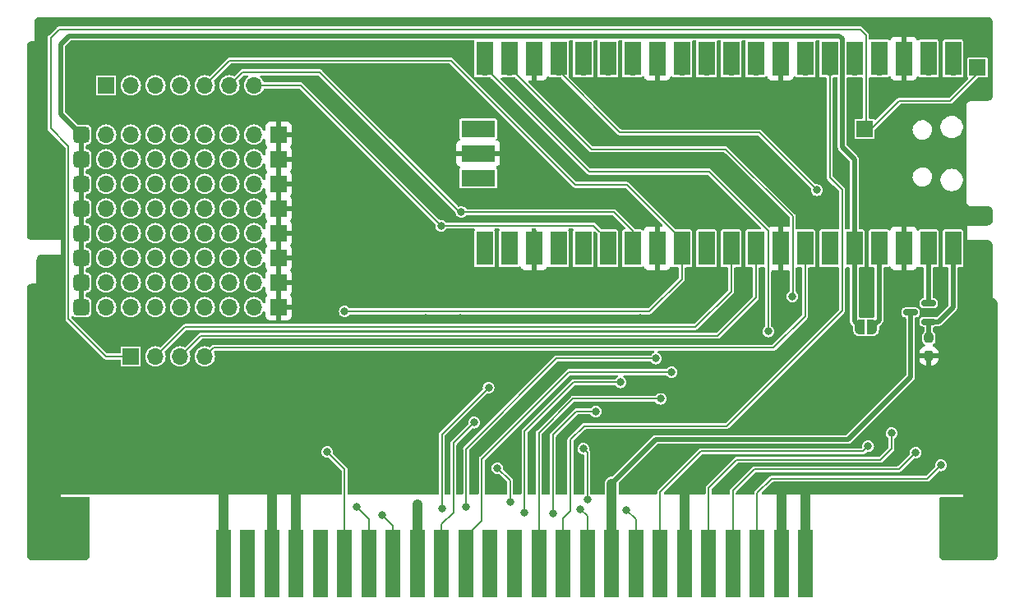
<source format=gtl>
G04 #@! TF.GenerationSoftware,KiCad,Pcbnew,7.0.8*
G04 #@! TF.CreationDate,2023-10-30T20:32:02+01:00*
G04 #@! TF.ProjectId,picocart64_v1_lite,7069636f-6361-4727-9436-345f76315f6c,rev?*
G04 #@! TF.SameCoordinates,Original*
G04 #@! TF.FileFunction,Copper,L1,Top*
G04 #@! TF.FilePolarity,Positive*
%FSLAX46Y46*%
G04 Gerber Fmt 4.6, Leading zero omitted, Abs format (unit mm)*
G04 Created by KiCad (PCBNEW 7.0.8) date 2023-10-30 20:32:02*
%MOMM*%
%LPD*%
G01*
G04 APERTURE LIST*
G04 Aperture macros list*
%AMRoundRect*
0 Rectangle with rounded corners*
0 $1 Rounding radius*
0 $2 $3 $4 $5 $6 $7 $8 $9 X,Y pos of 4 corners*
0 Add a 4 corners polygon primitive as box body*
4,1,4,$2,$3,$4,$5,$6,$7,$8,$9,$2,$3,0*
0 Add four circle primitives for the rounded corners*
1,1,$1+$1,$2,$3*
1,1,$1+$1,$4,$5*
1,1,$1+$1,$6,$7*
1,1,$1+$1,$8,$9*
0 Add four rect primitives between the rounded corners*
20,1,$1+$1,$2,$3,$4,$5,0*
20,1,$1+$1,$4,$5,$6,$7,0*
20,1,$1+$1,$6,$7,$8,$9,0*
20,1,$1+$1,$8,$9,$2,$3,0*%
%AMFreePoly0*
4,1,19,0.500000,-0.750000,0.000000,-0.750000,0.000000,-0.744911,-0.071157,-0.744911,-0.207708,-0.704816,-0.327430,-0.627875,-0.420627,-0.520320,-0.479746,-0.390866,-0.500000,-0.250000,-0.500000,0.250000,-0.479746,0.390866,-0.420627,0.520320,-0.327430,0.627875,-0.207708,0.704816,-0.071157,0.744911,0.000000,0.744911,0.000000,0.750000,0.500000,0.750000,0.500000,-0.750000,0.500000,-0.750000,
$1*%
%AMFreePoly1*
4,1,19,0.000000,0.744911,0.071157,0.744911,0.207708,0.704816,0.327430,0.627875,0.420627,0.520320,0.479746,0.390866,0.500000,0.250000,0.500000,-0.250000,0.479746,-0.390866,0.420627,-0.520320,0.327430,-0.627875,0.207708,-0.704816,0.071157,-0.744911,0.000000,-0.744911,0.000000,-0.750000,-0.500000,-0.750000,-0.500000,0.750000,0.000000,0.750000,0.000000,0.744911,0.000000,0.744911,
$1*%
G04 Aperture macros list end*
G04 #@! TA.AperFunction,ComponentPad*
%ADD10C,2.500000*%
G04 #@! TD*
G04 #@! TA.AperFunction,ComponentPad*
%ADD11R,1.700000X1.700000*%
G04 #@! TD*
G04 #@! TA.AperFunction,ComponentPad*
%ADD12O,1.700000X1.700000*%
G04 #@! TD*
G04 #@! TA.AperFunction,ComponentPad*
%ADD13RoundRect,0.425000X0.425000X-0.425000X0.425000X0.425000X-0.425000X0.425000X-0.425000X-0.425000X0*%
G04 #@! TD*
G04 #@! TA.AperFunction,SMDPad,CuDef*
%ADD14RoundRect,0.237500X-0.237500X0.250000X-0.237500X-0.250000X0.237500X-0.250000X0.237500X0.250000X0*%
G04 #@! TD*
G04 #@! TA.AperFunction,SMDPad,CuDef*
%ADD15FreePoly0,180.000000*%
G04 #@! TD*
G04 #@! TA.AperFunction,SMDPad,CuDef*
%ADD16FreePoly1,180.000000*%
G04 #@! TD*
G04 #@! TA.AperFunction,SMDPad,CuDef*
%ADD17R,1.700000X3.500000*%
G04 #@! TD*
G04 #@! TA.AperFunction,SMDPad,CuDef*
%ADD18R,3.500000X1.700000*%
G04 #@! TD*
G04 #@! TA.AperFunction,SMDPad,CuDef*
%ADD19RoundRect,0.150000X0.587500X0.150000X-0.587500X0.150000X-0.587500X-0.150000X0.587500X-0.150000X0*%
G04 #@! TD*
G04 #@! TA.AperFunction,SMDPad,CuDef*
%ADD20R,1.500000X7.000000*%
G04 #@! TD*
G04 #@! TA.AperFunction,ViaPad*
%ADD21C,0.800000*%
G04 #@! TD*
G04 #@! TA.AperFunction,Conductor*
%ADD22C,1.000000*%
G04 #@! TD*
G04 #@! TA.AperFunction,Conductor*
%ADD23C,0.500000*%
G04 #@! TD*
G04 #@! TA.AperFunction,Conductor*
%ADD24C,0.203200*%
G04 #@! TD*
G04 #@! TA.AperFunction,Conductor*
%ADD25C,1.016000*%
G04 #@! TD*
G04 APERTURE END LIST*
D10*
X102850000Y-112600000D03*
X197650000Y-112600000D03*
D11*
X197939990Y-65199997D03*
X186300000Y-71550000D03*
X110705000Y-95000000D03*
D12*
X113245000Y-95000000D03*
X115785000Y-95000000D03*
X118325000Y-95000000D03*
X108165000Y-89920000D03*
X110705000Y-89920000D03*
X113245000Y-89920000D03*
X115785000Y-89920000D03*
X118325000Y-89920000D03*
X120865000Y-89920000D03*
X123405000Y-89920000D03*
X108165000Y-87380000D03*
X110705000Y-87380000D03*
X113245000Y-87380000D03*
X115785000Y-87380000D03*
X118325000Y-87380000D03*
X120865000Y-87380000D03*
X123405000Y-87380000D03*
X108165000Y-84840000D03*
X110705000Y-84840000D03*
X113245000Y-84840000D03*
X115785000Y-84840000D03*
X118325000Y-84840000D03*
X120865000Y-84840000D03*
X123405000Y-84840000D03*
X108165000Y-82300000D03*
X110705000Y-82300000D03*
X113245000Y-82300000D03*
X115785000Y-82300000D03*
X118325000Y-82300000D03*
X120865000Y-82300000D03*
X123405000Y-82300000D03*
X108165000Y-79760000D03*
X110705000Y-79760000D03*
X113245000Y-79760000D03*
X115785000Y-79760000D03*
X118325000Y-79760000D03*
X120865000Y-79760000D03*
X123405000Y-79760000D03*
X108165000Y-77220000D03*
X110705000Y-77220000D03*
X113245000Y-77220000D03*
X115785000Y-77220000D03*
X118325000Y-77220000D03*
X120865000Y-77220000D03*
X123405000Y-77220000D03*
X108165000Y-74680000D03*
X110705000Y-74680000D03*
X113245000Y-74680000D03*
X115785000Y-74680000D03*
X118325000Y-74680000D03*
X120865000Y-74680000D03*
X123405000Y-74680000D03*
X108165000Y-72140000D03*
X110705000Y-72140000D03*
X113245000Y-72140000D03*
X115785000Y-72140000D03*
X118325000Y-72140000D03*
X120865000Y-72140000D03*
X123405000Y-72140000D03*
D13*
X105625000Y-89920000D03*
X105625000Y-87380000D03*
X105625000Y-84840000D03*
X105625000Y-82300000D03*
X105625000Y-79760000D03*
X105625000Y-77220000D03*
X105625000Y-74680000D03*
X105625000Y-72140000D03*
D11*
X125945000Y-89920000D03*
X125945000Y-87380000D03*
X125945000Y-84840000D03*
X125945000Y-82300000D03*
X125945000Y-79760000D03*
X125945000Y-77220000D03*
X125945000Y-74680000D03*
X125945000Y-72140000D03*
D14*
X192925000Y-93097500D03*
X192925000Y-94922500D03*
D15*
X187095000Y-91940000D03*
D16*
X185795000Y-91940000D03*
D12*
X195418600Y-65185000D03*
D17*
X195418600Y-64285000D03*
D12*
X192878600Y-65185000D03*
D17*
X192878600Y-64285000D03*
D11*
X190338600Y-65185000D03*
D17*
X190338600Y-64285000D03*
D12*
X187798600Y-65185000D03*
D17*
X187798600Y-64285000D03*
D12*
X185258600Y-65185000D03*
D17*
X185258600Y-64285000D03*
D12*
X182718600Y-65185000D03*
D17*
X182718600Y-64285000D03*
D12*
X180178600Y-65185000D03*
D17*
X180178600Y-64285000D03*
D11*
X177638600Y-65185000D03*
D17*
X177638600Y-64285000D03*
D12*
X175098600Y-65185000D03*
D17*
X175098600Y-64285000D03*
D12*
X172558600Y-65185000D03*
D17*
X172558600Y-64285000D03*
D12*
X170018600Y-65185000D03*
D17*
X170018600Y-64285000D03*
D12*
X167478600Y-65185000D03*
D17*
X167478600Y-64285000D03*
D11*
X164938600Y-65185000D03*
D17*
X164938600Y-64285000D03*
D12*
X162398600Y-65185000D03*
D17*
X162398600Y-64285000D03*
D12*
X159858600Y-65185000D03*
D17*
X159858600Y-64285000D03*
D12*
X157318600Y-65185000D03*
D17*
X157318600Y-64285000D03*
D12*
X154778600Y-65185000D03*
D17*
X154778600Y-64285000D03*
D11*
X152238600Y-65185000D03*
D17*
X152238600Y-64285000D03*
D12*
X149698600Y-65185000D03*
D17*
X149698600Y-64285000D03*
D12*
X147158600Y-65185000D03*
D17*
X147158600Y-64285000D03*
D12*
X147158600Y-82965000D03*
D17*
X147158600Y-83865000D03*
D12*
X149698600Y-82965000D03*
D17*
X149698600Y-83865000D03*
D11*
X152238600Y-82965000D03*
D17*
X152238600Y-83865000D03*
D12*
X154778600Y-82965000D03*
D17*
X154778600Y-83865000D03*
D12*
X157318600Y-82965000D03*
D17*
X157318600Y-83865000D03*
D12*
X159858600Y-82965000D03*
D17*
X159858600Y-83865000D03*
D12*
X162398600Y-82965000D03*
D17*
X162398600Y-83865000D03*
D11*
X164938600Y-82965000D03*
D17*
X164938600Y-83865000D03*
D12*
X167478600Y-82965000D03*
D17*
X167478600Y-83865000D03*
D12*
X170018600Y-82965000D03*
D17*
X170018600Y-83865000D03*
D12*
X172558600Y-82965000D03*
D17*
X172558600Y-83865000D03*
D12*
X175098600Y-82965000D03*
D17*
X175098600Y-83865000D03*
D11*
X177638600Y-82965000D03*
D17*
X177638600Y-83865000D03*
D12*
X180178600Y-82965000D03*
D17*
X180178600Y-83865000D03*
D12*
X182718600Y-82965000D03*
D17*
X182718600Y-83865000D03*
D12*
X185258600Y-82965000D03*
D17*
X185258600Y-83865000D03*
D12*
X187798600Y-82965000D03*
D17*
X187798600Y-83865000D03*
D11*
X190338600Y-82965000D03*
D17*
X190338600Y-83865000D03*
D12*
X192878600Y-82965000D03*
D17*
X192878600Y-83865000D03*
D12*
X195418600Y-82965000D03*
D17*
X195418600Y-83865000D03*
D12*
X147388600Y-71535000D03*
D18*
X146488600Y-71535000D03*
D11*
X147388600Y-74075000D03*
D18*
X146488600Y-74075000D03*
D12*
X147388600Y-76615000D03*
D18*
X146488600Y-76615000D03*
D11*
X108165000Y-67060000D03*
D12*
X110705000Y-67060000D03*
X113245000Y-67060000D03*
X115785000Y-67060000D03*
X118325000Y-67060000D03*
X120865000Y-67060000D03*
X123405000Y-67060000D03*
D19*
X192912500Y-91410000D03*
X192912500Y-89510000D03*
X191037500Y-90460000D03*
D20*
X180241000Y-116332000D03*
X177741000Y-116332000D03*
X175241000Y-116332000D03*
X172741000Y-116332000D03*
X170241000Y-116332000D03*
X167741000Y-116332000D03*
X165241000Y-116332000D03*
X162741000Y-116332000D03*
X160241000Y-116332000D03*
X157741000Y-116332000D03*
X155241000Y-116332000D03*
X152741000Y-116332000D03*
X150241000Y-116332000D03*
X147741000Y-116332000D03*
X145241000Y-116332000D03*
X142741000Y-116332000D03*
X140241000Y-116332000D03*
X137741000Y-116332000D03*
X135241000Y-116332000D03*
X132741000Y-116332000D03*
X130241000Y-116332000D03*
X127741000Y-116332000D03*
X125241000Y-116332000D03*
X122741000Y-116332000D03*
X120241000Y-116332000D03*
D21*
X180250000Y-111350000D03*
X180250000Y-108800000D03*
X177750000Y-111350000D03*
X177750000Y-108750000D03*
X167750000Y-108800000D03*
X167750000Y-110050000D03*
X127750000Y-111350000D03*
X127750000Y-108250000D03*
X125250000Y-108150000D03*
X125250000Y-111350000D03*
X120250000Y-111350000D03*
X120250000Y-108200000D03*
X130810000Y-63336550D03*
X141075000Y-91006500D03*
X140905318Y-73660000D03*
X181610000Y-68538966D03*
X115589704Y-102837791D03*
X190500000Y-87630000D03*
X105410000Y-63500000D03*
X101425000Y-92053295D03*
X177380000Y-80364914D03*
X192620000Y-80364914D03*
X110490000Y-107937495D03*
X115570000Y-107917791D03*
X197953903Y-92060000D03*
X157275000Y-78710000D03*
X168075000Y-100110000D03*
X180047000Y-92460000D03*
X189175000Y-108563500D03*
X181375000Y-96410000D03*
X137275000Y-79010000D03*
X138825000Y-107010000D03*
X105429704Y-102870000D03*
X148475000Y-89210000D03*
X164825000Y-78010000D03*
X129150000Y-100650000D03*
X125730000Y-102814488D03*
X183075000Y-80308167D03*
X152075000Y-78610000D03*
X102356903Y-77960000D03*
X110545560Y-98779704D03*
X102322855Y-75960000D03*
X179275000Y-98910000D03*
X115570000Y-63459124D03*
X162975000Y-88210000D03*
X101384142Y-89553295D03*
X176375000Y-68410000D03*
X197872187Y-87060000D03*
X132600000Y-88300000D03*
X101596097Y-107053295D03*
X173925000Y-97460000D03*
X179075000Y-78410000D03*
X167775000Y-91006500D03*
X102288806Y-73960000D03*
X187958792Y-80395000D03*
X120650000Y-63418266D03*
X172975000Y-80710000D03*
X164075000Y-108210000D03*
X162775000Y-80110000D03*
X197831329Y-84560000D03*
X115625560Y-98760000D03*
X149775000Y-98110000D03*
X147475000Y-103710000D03*
X171295000Y-68432806D03*
X195160000Y-80336540D03*
X176175000Y-75010000D03*
X195075000Y-67260000D03*
X102390951Y-79960000D03*
X185575000Y-94510000D03*
X159875000Y-78610000D03*
X139875000Y-87910000D03*
X173835000Y-68421403D03*
X149776384Y-74510000D03*
X149748011Y-72510000D03*
X190080000Y-80393288D03*
X195875000Y-97910000D03*
X163679048Y-68410000D03*
X120669704Y-102818088D03*
X168755000Y-68432805D03*
X137375000Y-83310000D03*
X139975000Y-104010000D03*
X144675000Y-91006500D03*
X197913045Y-89560000D03*
X169125000Y-88015000D03*
X198076477Y-99560000D03*
X129200000Y-82350000D03*
X120705560Y-97738088D03*
X135890000Y-63295692D03*
X183825000Y-76010000D03*
X197994761Y-94560000D03*
X159975000Y-88610000D03*
X152075000Y-71510000D03*
X195875000Y-102870000D03*
X101465858Y-94553295D03*
X181164600Y-89208800D03*
X182880000Y-87587963D03*
X191325000Y-69760000D03*
X169531400Y-106480800D03*
X101588432Y-102053295D03*
X198124999Y-104560000D03*
X154775000Y-78610000D03*
X192175000Y-108563500D03*
X198125000Y-107060000D03*
X102425000Y-85960000D03*
X152075000Y-88910000D03*
X102425000Y-81960000D03*
X149575000Y-78610000D03*
X101547574Y-99553295D03*
X170180000Y-80400496D03*
X140946176Y-68580000D03*
X186575000Y-74260000D03*
X150075000Y-106110000D03*
X166300000Y-106050000D03*
X142075000Y-84710000D03*
X140727800Y-98251200D03*
X125730000Y-63377408D03*
X105410000Y-107950000D03*
X186075000Y-108563500D03*
X132600000Y-82200000D03*
X173975000Y-88010000D03*
X187960000Y-97759352D03*
X105465560Y-97790000D03*
X110509704Y-102857495D03*
X160775000Y-68410000D03*
X101506716Y-97053295D03*
X198035619Y-97060000D03*
X151675000Y-75810000D03*
X167640000Y-80424141D03*
X163175000Y-91006500D03*
X166179048Y-68410000D03*
X139775000Y-81410000D03*
X101596096Y-104553295D03*
X198117335Y-102060000D03*
X155575000Y-68810000D03*
X149804758Y-76510000D03*
X129200000Y-91006500D03*
X125765856Y-97734488D03*
X110490000Y-63499982D03*
X140970000Y-63254834D03*
X174225000Y-102210000D03*
X130950000Y-104850000D03*
X136575000Y-111310000D03*
X142675000Y-81510000D03*
X160241000Y-110259000D03*
X140241000Y-110259000D03*
X140241000Y-111259000D03*
X160241000Y-111252000D03*
X144775000Y-80110000D03*
X133975000Y-110510000D03*
X194175000Y-106210000D03*
X191575000Y-104910000D03*
X189075000Y-102910000D03*
X186675000Y-104260000D03*
X165275000Y-99360000D03*
X166425000Y-96610000D03*
X146075000Y-101810000D03*
X147575000Y-98210000D03*
X142750000Y-110700000D03*
X164825000Y-95210000D03*
X145250000Y-110510000D03*
X161175000Y-97660000D03*
X151275000Y-111110000D03*
X154200000Y-111200000D03*
X158625000Y-100660000D03*
X181400000Y-77855000D03*
X178875000Y-88810000D03*
X176375000Y-92410000D03*
X161775000Y-110810000D03*
X148475000Y-106510000D03*
X149775000Y-110010000D03*
X157050000Y-110750000D03*
X157750000Y-109700000D03*
X157325000Y-104510000D03*
X132750000Y-90350000D03*
D22*
X167750000Y-116000000D02*
X167750000Y-108712000D01*
X125250000Y-116000000D02*
X125250000Y-108204000D01*
X120250000Y-116000000D02*
X120250000Y-108204000D01*
X177750000Y-116000000D02*
X177750000Y-108762000D01*
X127750000Y-116000000D02*
X127750000Y-108204000D01*
X180250000Y-116000000D02*
X180250000Y-108712000D01*
D23*
X104350000Y-61950000D02*
X103500000Y-62800000D01*
X105625000Y-72140000D02*
X105625000Y-89920000D01*
X185258600Y-82965000D02*
X185258600Y-91403600D01*
X185258600Y-91403600D02*
X185795000Y-91940000D01*
X185258600Y-82965000D02*
X185258600Y-74693600D01*
X183700000Y-61950000D02*
X104350000Y-61950000D01*
X185258600Y-74693600D02*
X184000000Y-73435000D01*
X184000000Y-73435000D02*
X184000000Y-62250000D01*
X103500000Y-62800000D02*
X103500000Y-70015000D01*
X103500000Y-70015000D02*
X105625000Y-72140000D01*
X184000000Y-62250000D02*
X183700000Y-61950000D01*
D24*
X130950000Y-104850000D02*
X132741000Y-106641000D01*
X132741000Y-106641000D02*
X132741000Y-116332000D01*
X137741000Y-112476000D02*
X137741000Y-116332000D01*
X142675000Y-81510000D02*
X128225000Y-67060000D01*
X142675000Y-81510000D02*
X158403600Y-81510000D01*
X128225000Y-67060000D02*
X123405000Y-67060000D01*
X136575000Y-111310000D02*
X137741000Y-112476000D01*
X158403600Y-81510000D02*
X159858600Y-82965000D01*
D25*
X160241000Y-110259000D02*
X160241000Y-108094000D01*
D23*
X160241000Y-108094000D02*
X164775000Y-103560000D01*
X184625000Y-103560000D02*
X191037500Y-97147500D01*
X164775000Y-103560000D02*
X184625000Y-103560000D01*
D25*
X140241000Y-110259000D02*
X140241000Y-116332000D01*
D23*
X191037500Y-97147500D02*
X191037500Y-90460000D01*
D25*
X160241000Y-110259000D02*
X160241000Y-116332000D01*
D24*
X160475000Y-80110000D02*
X162398600Y-82033600D01*
X122215000Y-65710000D02*
X120865000Y-67060000D01*
X162398600Y-82033600D02*
X162398600Y-82965000D01*
X130177894Y-65710000D02*
X122215000Y-65710000D01*
X144577894Y-80110000D02*
X130177894Y-65710000D01*
X144775000Y-80110000D02*
X144577894Y-80110000D01*
X144775000Y-80110000D02*
X160475000Y-80110000D01*
X185850000Y-61300000D02*
X103300000Y-61300000D01*
X104300000Y-73355000D02*
X104300000Y-91135000D01*
X197939990Y-65860010D02*
X197939990Y-65199997D01*
X186450000Y-61900000D02*
X185850000Y-61300000D01*
X108165000Y-95000000D02*
X110705000Y-95000000D01*
X186450000Y-71400000D02*
X186450000Y-61900000D01*
X189850000Y-68650000D02*
X195150000Y-68650000D01*
X102450000Y-71505000D02*
X104300000Y-73355000D01*
X186950000Y-71550000D02*
X189850000Y-68650000D01*
X104300000Y-91135000D02*
X108165000Y-95000000D01*
X186300000Y-71550000D02*
X186950000Y-71550000D01*
X186300000Y-71550000D02*
X186450000Y-71400000D01*
X195150000Y-68650000D02*
X197939990Y-65860010D01*
X102450000Y-62150000D02*
X102450000Y-71505000D01*
X103300000Y-61300000D02*
X102450000Y-62150000D01*
X168875000Y-91960000D02*
X116285000Y-91960000D01*
X116285000Y-91960000D02*
X113245000Y-95000000D01*
X172558600Y-88276400D02*
X168875000Y-91960000D01*
X172558600Y-82965000D02*
X172558600Y-88276400D01*
X117925000Y-92860000D02*
X115785000Y-95000000D01*
X171175000Y-92860000D02*
X117925000Y-92860000D01*
X175098600Y-88936400D02*
X171175000Y-92860000D01*
X175098600Y-82965000D02*
X175098600Y-88936400D01*
X180178600Y-82965000D02*
X180178600Y-90821400D01*
X176890000Y-94110000D02*
X119215000Y-94110000D01*
X180178600Y-90821400D02*
X176890000Y-94110000D01*
X119215000Y-94110000D02*
X118325000Y-95000000D01*
D23*
X195418600Y-89916400D02*
X193925000Y-91410000D01*
X193925000Y-91410000D02*
X192912500Y-91410000D01*
X192912500Y-93085000D02*
X192925000Y-93097500D01*
X195418600Y-82965000D02*
X195418600Y-89916400D01*
X192912500Y-91410000D02*
X192912500Y-93085000D01*
X192878600Y-89476100D02*
X192912500Y-89510000D01*
X192878600Y-82965000D02*
X192878600Y-89476100D01*
D24*
X133975000Y-110510000D02*
X135241000Y-111776000D01*
X135241000Y-111776000D02*
X135241000Y-116332000D01*
X194175000Y-106210000D02*
X192775000Y-107610000D01*
X192775000Y-107610000D02*
X176725000Y-107610000D01*
X175241000Y-109094000D02*
X175241000Y-116332000D01*
X176725000Y-107610000D02*
X175241000Y-109094000D01*
X172741000Y-108844000D02*
X172741000Y-116332000D01*
X189875000Y-106610000D02*
X174975000Y-106610000D01*
X174975000Y-106610000D02*
X172741000Y-108844000D01*
X191575000Y-104910000D02*
X189875000Y-106610000D01*
X173140000Y-105660000D02*
X170241000Y-108559000D01*
X187925000Y-105660000D02*
X173140000Y-105660000D01*
X189075000Y-102910000D02*
X189075000Y-104510000D01*
X189075000Y-104510000D02*
X187925000Y-105660000D01*
X170241000Y-108559000D02*
X170241000Y-116332000D01*
X165241000Y-109009000D02*
X169490000Y-104760000D01*
X165241000Y-116332000D02*
X165241000Y-109009000D01*
X169490000Y-104760000D02*
X186175000Y-104760000D01*
X186175000Y-104760000D02*
X186675000Y-104260000D01*
X157425000Y-102160000D02*
X156000000Y-103585000D01*
X155241000Y-111659000D02*
X155241000Y-116332000D01*
X182718600Y-76568600D02*
X184000000Y-77850000D01*
X184000000Y-90250000D02*
X172090000Y-102160000D01*
X156000000Y-110900000D02*
X155241000Y-111659000D01*
X184000000Y-77850000D02*
X184000000Y-90250000D01*
X182718600Y-65185000D02*
X182718600Y-76568600D01*
X156000000Y-103585000D02*
X156000000Y-110900000D01*
X172090000Y-102160000D02*
X157425000Y-102160000D01*
X152741000Y-102894000D02*
X156275000Y-99360000D01*
X152741000Y-116332000D02*
X152741000Y-102894000D01*
X156275000Y-99360000D02*
X165275000Y-99360000D01*
X146875000Y-111948000D02*
X146875000Y-105560000D01*
X146875000Y-105560000D02*
X155825000Y-96610000D01*
X155825000Y-96610000D02*
X166425000Y-96610000D01*
X145241000Y-116332000D02*
X145241000Y-113582000D01*
X145241000Y-113582000D02*
X146875000Y-111948000D01*
X142741000Y-112259000D02*
X142741000Y-116332000D01*
X143950000Y-103935000D02*
X143950000Y-111050000D01*
X143950000Y-111050000D02*
X142741000Y-112259000D01*
X146075000Y-101810000D02*
X143950000Y-103935000D01*
X142750000Y-103035000D02*
X142750000Y-110700000D01*
X147575000Y-98210000D02*
X142750000Y-103035000D01*
X154575000Y-95210000D02*
X164825000Y-95210000D01*
X145250000Y-104535000D02*
X154575000Y-95210000D01*
X145250000Y-110510000D02*
X145250000Y-104535000D01*
X151275000Y-102710000D02*
X156325000Y-97660000D01*
X156325000Y-97660000D02*
X161175000Y-97660000D01*
X151275000Y-111110000D02*
X151275000Y-102710000D01*
X154200000Y-103085000D02*
X156625000Y-100660000D01*
X154200000Y-111200000D02*
X154200000Y-103085000D01*
X156625000Y-100660000D02*
X158625000Y-100660000D01*
X181400000Y-77855000D02*
X175445000Y-71900000D01*
X161100000Y-71900000D02*
X154778600Y-65578600D01*
X154778600Y-65578600D02*
X154778600Y-65185000D01*
X175445000Y-71900000D02*
X161100000Y-71900000D01*
X171987500Y-73650000D02*
X158163600Y-73650000D01*
X158163600Y-73650000D02*
X149698600Y-65185000D01*
X178900000Y-80562500D02*
X171987500Y-73650000D01*
X178900000Y-88785000D02*
X178900000Y-80562500D01*
X178875000Y-88810000D02*
X178900000Y-88785000D01*
X147158600Y-65185000D02*
X157923600Y-75950000D01*
X176375000Y-82033400D02*
X176375000Y-92410000D01*
X170291600Y-75950000D02*
X176375000Y-82033400D01*
X157923600Y-75950000D02*
X170291600Y-75950000D01*
X162741000Y-111776000D02*
X162741000Y-116332000D01*
X161775000Y-110810000D02*
X162741000Y-111776000D01*
X149775000Y-107810000D02*
X148475000Y-106510000D01*
X149775000Y-110010000D02*
X149775000Y-107810000D01*
X157741000Y-111441000D02*
X157741000Y-116332000D01*
X157050000Y-110750000D02*
X157741000Y-111441000D01*
X157750000Y-104935000D02*
X157325000Y-104510000D01*
X157750000Y-109700000D02*
X157750000Y-104935000D01*
X132750000Y-90350000D02*
X164135000Y-90350000D01*
X161823600Y-77310000D02*
X156510000Y-77310000D01*
X167478600Y-87006400D02*
X167478600Y-82965000D01*
X164135000Y-90350000D02*
X167478600Y-87006400D01*
X120875000Y-64510000D02*
X118325000Y-67060000D01*
X143710000Y-64510000D02*
X120875000Y-64510000D01*
X167478600Y-82965000D02*
X161823600Y-77310000D01*
X156510000Y-77310000D02*
X143710000Y-64510000D01*
D23*
X187798600Y-82965000D02*
X187798600Y-91236400D01*
X187798600Y-91236400D02*
X187095000Y-91940000D01*
G04 #@! TA.AperFunction,Conductor*
G36*
X103500000Y-109500000D02*
G01*
X106400500Y-109500000D01*
X106458691Y-109518907D01*
X106494655Y-109568407D01*
X106499500Y-109599000D01*
X106499500Y-115497217D01*
X106499188Y-115502766D01*
X106496530Y-115526353D01*
X106485729Y-115608388D01*
X106481021Y-115628162D01*
X106468107Y-115665068D01*
X106467117Y-115667662D01*
X106443729Y-115724128D01*
X106436089Y-115738916D01*
X106412785Y-115776004D01*
X106410142Y-115779803D01*
X106372512Y-115828843D01*
X106368238Y-115833717D01*
X106333717Y-115868238D01*
X106328843Y-115872512D01*
X106279803Y-115910142D01*
X106276004Y-115912785D01*
X106238916Y-115936089D01*
X106224128Y-115943729D01*
X106167662Y-115967117D01*
X106165068Y-115968107D01*
X106128162Y-115981021D01*
X106108388Y-115985729D01*
X106026353Y-115996530D01*
X106002767Y-115999188D01*
X105997218Y-115999500D01*
X100502781Y-115999500D01*
X100497232Y-115999188D01*
X100473646Y-115996530D01*
X100391610Y-115985729D01*
X100371836Y-115981021D01*
X100334930Y-115968107D01*
X100332336Y-115967117D01*
X100293100Y-115950865D01*
X100275867Y-115943727D01*
X100261082Y-115936089D01*
X100223994Y-115912785D01*
X100220195Y-115910142D01*
X100171155Y-115872512D01*
X100166281Y-115868238D01*
X100131760Y-115833717D01*
X100127486Y-115828843D01*
X100089856Y-115779803D01*
X100087213Y-115776004D01*
X100082163Y-115767967D01*
X100063906Y-115738911D01*
X100056276Y-115724142D01*
X100032875Y-115667646D01*
X100031891Y-115665068D01*
X100018977Y-115628162D01*
X100014269Y-115608387D01*
X100003469Y-115526351D01*
X100000811Y-115502760D01*
X100000500Y-115497214D01*
X100000500Y-88500000D01*
X103500000Y-88500000D01*
X103500000Y-109500000D01*
G37*
G04 #@! TD.AperFunction*
G04 #@! TA.AperFunction,Conductor*
G36*
X199999500Y-115497217D02*
G01*
X199999188Y-115502766D01*
X199996530Y-115526353D01*
X199985729Y-115608388D01*
X199981021Y-115628162D01*
X199968107Y-115665068D01*
X199967117Y-115667662D01*
X199943729Y-115724128D01*
X199936089Y-115738916D01*
X199912785Y-115776004D01*
X199910142Y-115779803D01*
X199872512Y-115828843D01*
X199868238Y-115833717D01*
X199833717Y-115868238D01*
X199828843Y-115872512D01*
X199779803Y-115910142D01*
X199776004Y-115912785D01*
X199738916Y-115936089D01*
X199724128Y-115943729D01*
X199667662Y-115967117D01*
X199665068Y-115968107D01*
X199628162Y-115981021D01*
X199608388Y-115985729D01*
X199526353Y-115996530D01*
X199502767Y-115999188D01*
X199497218Y-115999500D01*
X194502781Y-115999500D01*
X194497232Y-115999188D01*
X194473646Y-115996530D01*
X194391610Y-115985729D01*
X194371836Y-115981021D01*
X194334930Y-115968107D01*
X194332336Y-115967117D01*
X194293100Y-115950865D01*
X194275867Y-115943727D01*
X194261082Y-115936089D01*
X194223994Y-115912785D01*
X194220195Y-115910142D01*
X194171155Y-115872512D01*
X194166281Y-115868238D01*
X194131760Y-115833717D01*
X194127486Y-115828843D01*
X194089856Y-115779803D01*
X194087213Y-115776004D01*
X194082163Y-115767967D01*
X194063906Y-115738911D01*
X194056276Y-115724142D01*
X194032875Y-115667646D01*
X194031891Y-115665068D01*
X194018977Y-115628162D01*
X194014269Y-115608387D01*
X194003469Y-115526351D01*
X194000811Y-115502760D01*
X194000500Y-115497214D01*
X194000500Y-109599000D01*
X194019407Y-109540809D01*
X194068907Y-109504845D01*
X194099500Y-109500000D01*
X196499999Y-109500000D01*
X196500000Y-109500000D01*
X196500000Y-109220000D01*
X196500000Y-90000000D01*
X199999500Y-90000000D01*
X199999500Y-115497217D01*
G37*
G04 #@! TD.AperFunction*
G04 #@! TA.AperFunction,Conductor*
G36*
X126199000Y-89486325D02*
G01*
X126087315Y-89435320D01*
X125980763Y-89420000D01*
X125909237Y-89420000D01*
X125802685Y-89435320D01*
X125691000Y-89486325D01*
X125691000Y-87813674D01*
X125802685Y-87864680D01*
X125909237Y-87880000D01*
X125980763Y-87880000D01*
X126087315Y-87864680D01*
X126199000Y-87813674D01*
X126199000Y-89486325D01*
G37*
G04 #@! TD.AperFunction*
G04 #@! TA.AperFunction,Conductor*
G36*
X126199000Y-86946325D02*
G01*
X126087315Y-86895320D01*
X125980763Y-86880000D01*
X125909237Y-86880000D01*
X125802685Y-86895320D01*
X125691000Y-86946325D01*
X125691000Y-85273674D01*
X125802685Y-85324680D01*
X125909237Y-85340000D01*
X125980763Y-85340000D01*
X126087315Y-85324680D01*
X126199000Y-85273674D01*
X126199000Y-86946325D01*
G37*
G04 #@! TD.AperFunction*
G04 #@! TA.AperFunction,Conductor*
G36*
X126199000Y-84406325D02*
G01*
X126087315Y-84355320D01*
X125980763Y-84340000D01*
X125909237Y-84340000D01*
X125802685Y-84355320D01*
X125691000Y-84406325D01*
X125691000Y-82733674D01*
X125802685Y-82784680D01*
X125909237Y-82800000D01*
X125980763Y-82800000D01*
X126087315Y-82784680D01*
X126199000Y-82733674D01*
X126199000Y-84406325D01*
G37*
G04 #@! TD.AperFunction*
G04 #@! TA.AperFunction,Conductor*
G36*
X126199000Y-81866325D02*
G01*
X126087315Y-81815320D01*
X125980763Y-81800000D01*
X125909237Y-81800000D01*
X125802685Y-81815320D01*
X125691000Y-81866325D01*
X125691000Y-80193674D01*
X125802685Y-80244680D01*
X125909237Y-80260000D01*
X125980763Y-80260000D01*
X126087315Y-80244680D01*
X126199000Y-80193674D01*
X126199000Y-81866325D01*
G37*
G04 #@! TD.AperFunction*
G04 #@! TA.AperFunction,Conductor*
G36*
X126199000Y-79326325D02*
G01*
X126087315Y-79275320D01*
X125980763Y-79260000D01*
X125909237Y-79260000D01*
X125802685Y-79275320D01*
X125691000Y-79326325D01*
X125691000Y-77653674D01*
X125802685Y-77704680D01*
X125909237Y-77720000D01*
X125980763Y-77720000D01*
X126087315Y-77704680D01*
X126199000Y-77653674D01*
X126199000Y-79326325D01*
G37*
G04 #@! TD.AperFunction*
G04 #@! TA.AperFunction,Conductor*
G36*
X126199000Y-76786325D02*
G01*
X126087315Y-76735320D01*
X125980763Y-76720000D01*
X125909237Y-76720000D01*
X125802685Y-76735320D01*
X125691000Y-76786325D01*
X125691000Y-75113674D01*
X125802685Y-75164680D01*
X125909237Y-75180000D01*
X125980763Y-75180000D01*
X126087315Y-75164680D01*
X126199000Y-75113674D01*
X126199000Y-76786325D01*
G37*
G04 #@! TD.AperFunction*
G04 #@! TA.AperFunction,Conductor*
G36*
X126199000Y-74246325D02*
G01*
X126087315Y-74195320D01*
X125980763Y-74180000D01*
X125909237Y-74180000D01*
X125802685Y-74195320D01*
X125691000Y-74246325D01*
X125691000Y-72573674D01*
X125802685Y-72624680D01*
X125909237Y-72640000D01*
X125980763Y-72640000D01*
X126087315Y-72624680D01*
X126199000Y-72573674D01*
X126199000Y-74246325D01*
G37*
G04 #@! TD.AperFunction*
G04 #@! TA.AperFunction,Conductor*
G36*
X152434721Y-81832102D02*
G01*
X152481214Y-81885758D01*
X152492600Y-81938100D01*
X152492600Y-82520331D01*
X152383761Y-82470627D01*
X152275073Y-82455000D01*
X152202127Y-82455000D01*
X152093439Y-82470627D01*
X151984600Y-82520331D01*
X151984600Y-81938100D01*
X152004602Y-81869979D01*
X152058258Y-81823486D01*
X152110600Y-81812100D01*
X152366600Y-81812100D01*
X152434721Y-81832102D01*
G37*
G04 #@! TD.AperFunction*
G04 #@! TA.AperFunction,Conductor*
G36*
X199003511Y-60000895D02*
G01*
X199026356Y-60003469D01*
X199105633Y-60013906D01*
X199130785Y-60019895D01*
X199164224Y-60031595D01*
X199164700Y-60031762D01*
X199168001Y-60033022D01*
X199222028Y-60055400D01*
X199240840Y-60065119D01*
X199275466Y-60086876D01*
X199280303Y-60090240D01*
X199328152Y-60126957D01*
X199334346Y-60132388D01*
X199367609Y-60165651D01*
X199373041Y-60171846D01*
X199409758Y-60219695D01*
X199413122Y-60224532D01*
X199434879Y-60259158D01*
X199444600Y-60277975D01*
X199466976Y-60331997D01*
X199468236Y-60335298D01*
X199480100Y-60369200D01*
X199486093Y-60394371D01*
X199496530Y-60473649D01*
X199499101Y-60496468D01*
X199499498Y-60503557D01*
X199495948Y-68142921D01*
X199495551Y-68149957D01*
X199492976Y-68172790D01*
X199482530Y-68252076D01*
X199476537Y-68277239D01*
X199464672Y-68311144D01*
X199463411Y-68314446D01*
X199441035Y-68368460D01*
X199431313Y-68387276D01*
X199409544Y-68421919D01*
X199406181Y-68426755D01*
X199369485Y-68474576D01*
X199364046Y-68480778D01*
X199330778Y-68514046D01*
X199324576Y-68519485D01*
X199276755Y-68556181D01*
X199271919Y-68559544D01*
X199237276Y-68581313D01*
X199218460Y-68591035D01*
X199164446Y-68613411D01*
X199161144Y-68614672D01*
X199127239Y-68626537D01*
X199102076Y-68632530D01*
X199022791Y-68642976D01*
X199008119Y-68644630D01*
X198999964Y-68645550D01*
X198992905Y-68645947D01*
X198944936Y-68645947D01*
X198943910Y-68646056D01*
X197299900Y-68649500D01*
X197243606Y-68649500D01*
X197133649Y-68674597D01*
X197133644Y-68674599D01*
X197032037Y-68723530D01*
X197032035Y-68723531D01*
X196943854Y-68793854D01*
X196873531Y-68882035D01*
X196873530Y-68882037D01*
X196824599Y-68983644D01*
X196824597Y-68983649D01*
X196811998Y-69038851D01*
X196799500Y-69093607D01*
X196799500Y-69149901D01*
X196799500Y-78999500D01*
X196799500Y-79000000D01*
X196799500Y-79056393D01*
X196821088Y-79150979D01*
X196824597Y-79166350D01*
X196824599Y-79166355D01*
X196873530Y-79267962D01*
X196873531Y-79267964D01*
X196873532Y-79267965D01*
X196873533Y-79267967D01*
X196943854Y-79356146D01*
X197032033Y-79426467D01*
X197133649Y-79475403D01*
X197223172Y-79495836D01*
X197243606Y-79500500D01*
X197243607Y-79500500D01*
X197299901Y-79500500D01*
X198996458Y-79500500D01*
X199003511Y-79500895D01*
X199026356Y-79503469D01*
X199105633Y-79513906D01*
X199130785Y-79519895D01*
X199164224Y-79531595D01*
X199164700Y-79531762D01*
X199168001Y-79533022D01*
X199222028Y-79555400D01*
X199240840Y-79565119D01*
X199275466Y-79586876D01*
X199280303Y-79590240D01*
X199328152Y-79626957D01*
X199334346Y-79632388D01*
X199367609Y-79665651D01*
X199373041Y-79671846D01*
X199409758Y-79719695D01*
X199413122Y-79724532D01*
X199434879Y-79759158D01*
X199444600Y-79777975D01*
X199466976Y-79831997D01*
X199468236Y-79835298D01*
X199480100Y-79869200D01*
X199486093Y-79894371D01*
X199496529Y-79973645D01*
X199499103Y-79996476D01*
X199499500Y-80003539D01*
X199499500Y-80996460D01*
X199499103Y-81003523D01*
X199496529Y-81026354D01*
X199486093Y-81105627D01*
X199480100Y-81130798D01*
X199468236Y-81164700D01*
X199466976Y-81168001D01*
X199444600Y-81222023D01*
X199434879Y-81240840D01*
X199413122Y-81275466D01*
X199409758Y-81280303D01*
X199373041Y-81328152D01*
X199367602Y-81334355D01*
X199334355Y-81367602D01*
X199328152Y-81373041D01*
X199280303Y-81409758D01*
X199275466Y-81413122D01*
X199240840Y-81434879D01*
X199222023Y-81444600D01*
X199168001Y-81466976D01*
X199164700Y-81468236D01*
X199130798Y-81480100D01*
X199105627Y-81486093D01*
X199026354Y-81496529D01*
X199003523Y-81499103D01*
X198996460Y-81499500D01*
X196925158Y-81499500D01*
X196924952Y-81499459D01*
X196900001Y-81499459D01*
X196900000Y-81499459D01*
X196899901Y-81499500D01*
X196899617Y-81499617D01*
X196899459Y-81500000D01*
X196899476Y-81525014D01*
X196899471Y-81525014D01*
X196899500Y-81525157D01*
X196899500Y-82975072D01*
X196899415Y-82975500D01*
X196899458Y-82999998D01*
X196899459Y-83000000D01*
X196899500Y-83000099D01*
X196899617Y-83000383D01*
X196900000Y-83000541D01*
X196900002Y-83000539D01*
X196925014Y-83000524D01*
X196925014Y-83000528D01*
X196925158Y-83000500D01*
X198996458Y-83000500D01*
X199003511Y-83000895D01*
X199026356Y-83003469D01*
X199105633Y-83013906D01*
X199130785Y-83019895D01*
X199164224Y-83031595D01*
X199164700Y-83031762D01*
X199168001Y-83033022D01*
X199222028Y-83055400D01*
X199240840Y-83065119D01*
X199275466Y-83086876D01*
X199280303Y-83090240D01*
X199328152Y-83126957D01*
X199334346Y-83132388D01*
X199367609Y-83165651D01*
X199373041Y-83171846D01*
X199409758Y-83219695D01*
X199413122Y-83224532D01*
X199434879Y-83259158D01*
X199444600Y-83277975D01*
X199466976Y-83331997D01*
X199468236Y-83335298D01*
X199480100Y-83369200D01*
X199486093Y-83394371D01*
X199496529Y-83473645D01*
X199499103Y-83496476D01*
X199499500Y-83503539D01*
X199499500Y-89000501D01*
X199499716Y-89000717D01*
X199503990Y-89000948D01*
X199526348Y-89003468D01*
X199605631Y-89013906D01*
X199630785Y-89019895D01*
X199664224Y-89031595D01*
X199664700Y-89031762D01*
X199668001Y-89033022D01*
X199722028Y-89055400D01*
X199740840Y-89065119D01*
X199775466Y-89086876D01*
X199780303Y-89090240D01*
X199828152Y-89126957D01*
X199834346Y-89132388D01*
X199867609Y-89165651D01*
X199873041Y-89171846D01*
X199909758Y-89219695D01*
X199913122Y-89224532D01*
X199934879Y-89259158D01*
X199944600Y-89277975D01*
X199966976Y-89331997D01*
X199968236Y-89335298D01*
X199980100Y-89369200D01*
X199986093Y-89394371D01*
X199996529Y-89473645D01*
X199999103Y-89496476D01*
X199999500Y-89503539D01*
X199999500Y-109220000D01*
X175846424Y-109220000D01*
X175778303Y-109199998D01*
X175731810Y-109146342D01*
X175721706Y-109076068D01*
X175751200Y-109011488D01*
X175757329Y-109004905D01*
X176813229Y-107949005D01*
X176875541Y-107914979D01*
X176902324Y-107912100D01*
X192711778Y-107912100D01*
X192720494Y-107912705D01*
X192732535Y-107914384D01*
X192732540Y-107914386D01*
X192772976Y-107912516D01*
X192780542Y-107912167D01*
X192783452Y-107912100D01*
X192802989Y-107912100D01*
X192802993Y-107912100D01*
X192805587Y-107911614D01*
X192814266Y-107910607D01*
X192818466Y-107910412D01*
X192845364Y-107909170D01*
X192851595Y-107906418D01*
X192879330Y-107897829D01*
X192886021Y-107896579D01*
X192895688Y-107890592D01*
X192912483Y-107880195D01*
X192920207Y-107876122D01*
X192948685Y-107863549D01*
X192953493Y-107858740D01*
X192976263Y-107840703D01*
X192982049Y-107837122D01*
X193000813Y-107812272D01*
X193006529Y-107805703D01*
X193973375Y-106838857D01*
X194035685Y-106804833D01*
X194078913Y-106803032D01*
X194175000Y-106815682D01*
X194331762Y-106795044D01*
X194477841Y-106734536D01*
X194603282Y-106638282D01*
X194699536Y-106512841D01*
X194760044Y-106366762D01*
X194780682Y-106210000D01*
X194760044Y-106053238D01*
X194699536Y-105907159D01*
X194603282Y-105781718D01*
X194477841Y-105685464D01*
X194477045Y-105685134D01*
X194331760Y-105624955D01*
X194175000Y-105604318D01*
X194018239Y-105624955D01*
X193872160Y-105685463D01*
X193872157Y-105685465D01*
X193746718Y-105781718D01*
X193650465Y-105907157D01*
X193650463Y-105907160D01*
X193589955Y-106053239D01*
X193569318Y-106209999D01*
X193569318Y-106210000D01*
X193581967Y-106306082D01*
X193571027Y-106376231D01*
X193546141Y-106411623D01*
X192686771Y-107270995D01*
X192624458Y-107305020D01*
X192597675Y-107307900D01*
X176788222Y-107307900D01*
X176779506Y-107307295D01*
X176767460Y-107305614D01*
X176719458Y-107307833D01*
X176716548Y-107307900D01*
X176697000Y-107307900D01*
X176694394Y-107308387D01*
X176685734Y-107309391D01*
X176654640Y-107310829D01*
X176654636Y-107310829D01*
X176654636Y-107310830D01*
X176654635Y-107310830D01*
X176654633Y-107310831D01*
X176648400Y-107313583D01*
X176620672Y-107322169D01*
X176613980Y-107323420D01*
X176587511Y-107339807D01*
X176579789Y-107343877D01*
X176551314Y-107356451D01*
X176551311Y-107356453D01*
X176546494Y-107361270D01*
X176523745Y-107379289D01*
X176517954Y-107382874D01*
X176517948Y-107382880D01*
X176499190Y-107407720D01*
X176493456Y-107414308D01*
X175072096Y-108835669D01*
X175065512Y-108841399D01*
X175055791Y-108848741D01*
X175023413Y-108884257D01*
X175021405Y-108886360D01*
X175007590Y-108900175D01*
X175007577Y-108900190D01*
X175006073Y-108902385D01*
X175000668Y-108909206D01*
X174979699Y-108932210D01*
X174977240Y-108938559D01*
X174963699Y-108964249D01*
X174959854Y-108969861D01*
X174959854Y-108969862D01*
X174952727Y-109000156D01*
X174950145Y-109008494D01*
X174938900Y-109037525D01*
X174938900Y-109044334D01*
X174935554Y-109073175D01*
X174933995Y-109079806D01*
X174933994Y-109079811D01*
X174933455Y-109091472D01*
X174931357Y-109091374D01*
X174923149Y-109146820D01*
X174876433Y-109200281D01*
X174808755Y-109220000D01*
X173169100Y-109220000D01*
X173100979Y-109199998D01*
X173054486Y-109146342D01*
X173043100Y-109094000D01*
X173043100Y-109021324D01*
X173063102Y-108953203D01*
X173080005Y-108932229D01*
X175063229Y-106949005D01*
X175125541Y-106914979D01*
X175152324Y-106912100D01*
X189811778Y-106912100D01*
X189820494Y-106912705D01*
X189832535Y-106914384D01*
X189832540Y-106914386D01*
X189872976Y-106912516D01*
X189880542Y-106912167D01*
X189883452Y-106912100D01*
X189902989Y-106912100D01*
X189902993Y-106912100D01*
X189905587Y-106911614D01*
X189914266Y-106910607D01*
X189918466Y-106910412D01*
X189945364Y-106909170D01*
X189951595Y-106906418D01*
X189979330Y-106897829D01*
X189986021Y-106896579D01*
X189995688Y-106890592D01*
X190012483Y-106880195D01*
X190020207Y-106876122D01*
X190048685Y-106863549D01*
X190053493Y-106858740D01*
X190076263Y-106840703D01*
X190082049Y-106837122D01*
X190100813Y-106812272D01*
X190106529Y-106805703D01*
X191373375Y-105538857D01*
X191435685Y-105504833D01*
X191478913Y-105503032D01*
X191575000Y-105515682D01*
X191731762Y-105495044D01*
X191877841Y-105434536D01*
X192003282Y-105338282D01*
X192099536Y-105212841D01*
X192160044Y-105066762D01*
X192180682Y-104910000D01*
X192174847Y-104865682D01*
X192165874Y-104797520D01*
X192160044Y-104753238D01*
X192099536Y-104607159D01*
X192003282Y-104481718D01*
X191877841Y-104385464D01*
X191876398Y-104384866D01*
X191731760Y-104324955D01*
X191575000Y-104304318D01*
X191418239Y-104324955D01*
X191272160Y-104385463D01*
X191272157Y-104385465D01*
X191146718Y-104481718D01*
X191050465Y-104607157D01*
X191050463Y-104607160D01*
X190989955Y-104753239D01*
X190969318Y-104909999D01*
X190969318Y-104910000D01*
X190981967Y-105006083D01*
X190971027Y-105076232D01*
X190946140Y-105111624D01*
X189786769Y-106270996D01*
X189724459Y-106305020D01*
X189697676Y-106307900D01*
X175038222Y-106307900D01*
X175029506Y-106307295D01*
X175017460Y-106305614D01*
X174969458Y-106307833D01*
X174966548Y-106307900D01*
X174947000Y-106307900D01*
X174944394Y-106308387D01*
X174935734Y-106309391D01*
X174904640Y-106310829D01*
X174904636Y-106310829D01*
X174904636Y-106310830D01*
X174904635Y-106310830D01*
X174904633Y-106310831D01*
X174898400Y-106313583D01*
X174870672Y-106322169D01*
X174863980Y-106323420D01*
X174837511Y-106339807D01*
X174829789Y-106343877D01*
X174801314Y-106356451D01*
X174801311Y-106356453D01*
X174796494Y-106361270D01*
X174773745Y-106379289D01*
X174767954Y-106382874D01*
X174767948Y-106382880D01*
X174749190Y-106407720D01*
X174743456Y-106414308D01*
X172572096Y-108585669D01*
X172565512Y-108591399D01*
X172555791Y-108598741D01*
X172523413Y-108634257D01*
X172521405Y-108636360D01*
X172507590Y-108650175D01*
X172507577Y-108650190D01*
X172506073Y-108652385D01*
X172500668Y-108659206D01*
X172479699Y-108682210D01*
X172477240Y-108688559D01*
X172463699Y-108714249D01*
X172459854Y-108719861D01*
X172459854Y-108719862D01*
X172452727Y-108750156D01*
X172450145Y-108758494D01*
X172438900Y-108787525D01*
X172438900Y-108794334D01*
X172435554Y-108823175D01*
X172433995Y-108829806D01*
X172433995Y-108829807D01*
X172438295Y-108860634D01*
X172438900Y-108869348D01*
X172438900Y-109094000D01*
X172418898Y-109162121D01*
X172365242Y-109208614D01*
X172312900Y-109220000D01*
X170669100Y-109220000D01*
X170600979Y-109199998D01*
X170554486Y-109146342D01*
X170543100Y-109094000D01*
X170543100Y-108736324D01*
X170563102Y-108668203D01*
X170580005Y-108647229D01*
X173228229Y-105999005D01*
X173290541Y-105964979D01*
X173317324Y-105962100D01*
X187861778Y-105962100D01*
X187870494Y-105962705D01*
X187882535Y-105964384D01*
X187882540Y-105964386D01*
X187922976Y-105962516D01*
X187930542Y-105962167D01*
X187933452Y-105962100D01*
X187952989Y-105962100D01*
X187952993Y-105962100D01*
X187955587Y-105961614D01*
X187964266Y-105960607D01*
X187968466Y-105960412D01*
X187995364Y-105959170D01*
X188001595Y-105956418D01*
X188029330Y-105947829D01*
X188036021Y-105946579D01*
X188045688Y-105940592D01*
X188062483Y-105930195D01*
X188070207Y-105926122D01*
X188098685Y-105913549D01*
X188103493Y-105908740D01*
X188126263Y-105890703D01*
X188132049Y-105887122D01*
X188150813Y-105862272D01*
X188156529Y-105855703D01*
X189243911Y-104768321D01*
X189250497Y-104762590D01*
X189260202Y-104755260D01*
X189260210Y-104755257D01*
X189292576Y-104719751D01*
X189294567Y-104717665D01*
X189308411Y-104703823D01*
X189309907Y-104701637D01*
X189315323Y-104694798D01*
X189336300Y-104671790D01*
X189338755Y-104665452D01*
X189352306Y-104639743D01*
X189356145Y-104634139D01*
X189356144Y-104634139D01*
X189356146Y-104634138D01*
X189363272Y-104603838D01*
X189365853Y-104595499D01*
X189377100Y-104566472D01*
X189377100Y-104559669D01*
X189380447Y-104530821D01*
X189382006Y-104524192D01*
X189377705Y-104493357D01*
X189377100Y-104484643D01*
X189377100Y-103497241D01*
X189397102Y-103429120D01*
X189426394Y-103397279D01*
X189503282Y-103338282D01*
X189599536Y-103212841D01*
X189660044Y-103066762D01*
X189680682Y-102910000D01*
X189660044Y-102753238D01*
X189599536Y-102607159D01*
X189503282Y-102481718D01*
X189377841Y-102385464D01*
X189305956Y-102355688D01*
X189231760Y-102324955D01*
X189075000Y-102304318D01*
X188918239Y-102324955D01*
X188772160Y-102385463D01*
X188772157Y-102385465D01*
X188646718Y-102481718D01*
X188550465Y-102607157D01*
X188550463Y-102607160D01*
X188489955Y-102753239D01*
X188469318Y-102909999D01*
X188469318Y-102910000D01*
X188489955Y-103066760D01*
X188538342Y-103183575D01*
X188550464Y-103212841D01*
X188646718Y-103338282D01*
X188723604Y-103397279D01*
X188765471Y-103454616D01*
X188772900Y-103497241D01*
X188772900Y-104332676D01*
X188752898Y-104400797D01*
X188735995Y-104421771D01*
X187836771Y-105320995D01*
X187774459Y-105355021D01*
X187747676Y-105357900D01*
X173203222Y-105357900D01*
X173194506Y-105357295D01*
X173182460Y-105355614D01*
X173134458Y-105357833D01*
X173131548Y-105357900D01*
X173112000Y-105357900D01*
X173109394Y-105358387D01*
X173100734Y-105359391D01*
X173069640Y-105360829D01*
X173069636Y-105360829D01*
X173069636Y-105360830D01*
X173069635Y-105360830D01*
X173069633Y-105360831D01*
X173063400Y-105363583D01*
X173035672Y-105372169D01*
X173028980Y-105373420D01*
X173002511Y-105389807D01*
X172994789Y-105393877D01*
X172966314Y-105406451D01*
X172966311Y-105406453D01*
X172961494Y-105411270D01*
X172938745Y-105429289D01*
X172932954Y-105432874D01*
X172932948Y-105432880D01*
X172914190Y-105457720D01*
X172908456Y-105464308D01*
X170072096Y-108300669D01*
X170065512Y-108306399D01*
X170055791Y-108313741D01*
X170023413Y-108349257D01*
X170021405Y-108351360D01*
X170007590Y-108365175D01*
X170007577Y-108365190D01*
X170006073Y-108367385D01*
X170000668Y-108374206D01*
X169979699Y-108397210D01*
X169977240Y-108403559D01*
X169963699Y-108429249D01*
X169959854Y-108434861D01*
X169959854Y-108434862D01*
X169952727Y-108465156D01*
X169950145Y-108473494D01*
X169938900Y-108502525D01*
X169938900Y-108509334D01*
X169935554Y-108538175D01*
X169933995Y-108544806D01*
X169933995Y-108544807D01*
X169938295Y-108575634D01*
X169938900Y-108584348D01*
X169938900Y-109094000D01*
X169918898Y-109162121D01*
X169865242Y-109208614D01*
X169812900Y-109220000D01*
X165761424Y-109220000D01*
X165693303Y-109199998D01*
X165646810Y-109146342D01*
X165636706Y-109076068D01*
X165666200Y-109011488D01*
X165672329Y-109004905D01*
X169578229Y-105099005D01*
X169640541Y-105064979D01*
X169667324Y-105062100D01*
X186111778Y-105062100D01*
X186120494Y-105062705D01*
X186132535Y-105064384D01*
X186132540Y-105064386D01*
X186172976Y-105062516D01*
X186180542Y-105062167D01*
X186183452Y-105062100D01*
X186202989Y-105062100D01*
X186202993Y-105062100D01*
X186205587Y-105061614D01*
X186214266Y-105060607D01*
X186218466Y-105060412D01*
X186245364Y-105059170D01*
X186251595Y-105056418D01*
X186279330Y-105047829D01*
X186286021Y-105046579D01*
X186295688Y-105040592D01*
X186312483Y-105030195D01*
X186320207Y-105026122D01*
X186348685Y-105013549D01*
X186353493Y-105008740D01*
X186376263Y-104990703D01*
X186382049Y-104987122D01*
X186400813Y-104962272D01*
X186406529Y-104955703D01*
X186473375Y-104888857D01*
X186535685Y-104854833D01*
X186578913Y-104853032D01*
X186675000Y-104865682D01*
X186831762Y-104845044D01*
X186977841Y-104784536D01*
X187103282Y-104688282D01*
X187199536Y-104562841D01*
X187260044Y-104416762D01*
X187280682Y-104260000D01*
X187278617Y-104244318D01*
X187260044Y-104103239D01*
X187242190Y-104060134D01*
X187199536Y-103957159D01*
X187103282Y-103831718D01*
X186977841Y-103735464D01*
X186958277Y-103727360D01*
X186831760Y-103674955D01*
X186675000Y-103654318D01*
X186518239Y-103674955D01*
X186372160Y-103735463D01*
X186372157Y-103735465D01*
X186246718Y-103831718D01*
X186150465Y-103957157D01*
X186150463Y-103957160D01*
X186089955Y-104103239D01*
X186069318Y-104259999D01*
X186069318Y-104260001D01*
X186076618Y-104315455D01*
X186065678Y-104385604D01*
X186018550Y-104438702D01*
X185951696Y-104457900D01*
X169553221Y-104457900D01*
X169544505Y-104457295D01*
X169532459Y-104455614D01*
X169484457Y-104457833D01*
X169481547Y-104457900D01*
X169462000Y-104457900D01*
X169459394Y-104458387D01*
X169450734Y-104459391D01*
X169419640Y-104460829D01*
X169419636Y-104460829D01*
X169419636Y-104460830D01*
X169419635Y-104460830D01*
X169419633Y-104460831D01*
X169413400Y-104463583D01*
X169385672Y-104472169D01*
X169378981Y-104473420D01*
X169378977Y-104473421D01*
X169352509Y-104489808D01*
X169344785Y-104493879D01*
X169316314Y-104506451D01*
X169311496Y-104511269D01*
X169288746Y-104529289D01*
X169282952Y-104532876D01*
X169282948Y-104532880D01*
X169264190Y-104557720D01*
X169258456Y-104564308D01*
X165072096Y-108750669D01*
X165065512Y-108756399D01*
X165055791Y-108763741D01*
X165023413Y-108799257D01*
X165021405Y-108801360D01*
X165007590Y-108815175D01*
X165007577Y-108815190D01*
X165006073Y-108817385D01*
X165000668Y-108824206D01*
X164979699Y-108847210D01*
X164977240Y-108853559D01*
X164963699Y-108879249D01*
X164959854Y-108884861D01*
X164959854Y-108884862D01*
X164952727Y-108915156D01*
X164950145Y-108923494D01*
X164938900Y-108952525D01*
X164938900Y-108959334D01*
X164935554Y-108988175D01*
X164933995Y-108994806D01*
X164933995Y-108994807D01*
X164938295Y-109025634D01*
X164938900Y-109034348D01*
X164938900Y-109094000D01*
X164918898Y-109162121D01*
X164865242Y-109208614D01*
X164812900Y-109220000D01*
X161075500Y-109220000D01*
X161007379Y-109199998D01*
X160960886Y-109146342D01*
X160949500Y-109094000D01*
X160949500Y-108074793D01*
X160969502Y-108006672D01*
X160986405Y-107985698D01*
X164924698Y-104047405D01*
X164987010Y-104013379D01*
X165013793Y-104010500D01*
X184596157Y-104010500D01*
X184603211Y-104010895D01*
X184642035Y-104015270D01*
X184642035Y-104015269D01*
X184642036Y-104015270D01*
X184642036Y-104015269D01*
X184667397Y-104010470D01*
X184700478Y-104004212D01*
X184731636Y-103999515D01*
X184759287Y-103995348D01*
X184759295Y-103995343D01*
X184767472Y-103992821D01*
X184775472Y-103990023D01*
X184828073Y-103962222D01*
X184850059Y-103951634D01*
X184881642Y-103936425D01*
X184881646Y-103936421D01*
X184888685Y-103931622D01*
X184895531Y-103926569D01*
X184895538Y-103926566D01*
X184937600Y-103884503D01*
X184981194Y-103844055D01*
X184981197Y-103844048D01*
X184987081Y-103836672D01*
X184987762Y-103837215D01*
X184997219Y-103824883D01*
X191335675Y-97486427D01*
X191340919Y-97481741D01*
X191371470Y-97457379D01*
X191404976Y-97408234D01*
X191440292Y-97360383D01*
X191444289Y-97352820D01*
X191447971Y-97345174D01*
X191447970Y-97345174D01*
X191447972Y-97345173D01*
X191465508Y-97288320D01*
X191485146Y-97232200D01*
X191485146Y-97232193D01*
X191486728Y-97223835D01*
X191488000Y-97215401D01*
X191488000Y-97155926D01*
X191488668Y-97138063D01*
X191490224Y-97096490D01*
X191490222Y-97096484D01*
X191489167Y-97087110D01*
X191490028Y-97087012D01*
X191488000Y-97071603D01*
X191488000Y-95176500D01*
X191942000Y-95176500D01*
X191942000Y-95222184D01*
X191952430Y-95324273D01*
X191952431Y-95324276D01*
X192007248Y-95489707D01*
X192098737Y-95638033D01*
X192098742Y-95638039D01*
X192221960Y-95761257D01*
X192221966Y-95761262D01*
X192370292Y-95852751D01*
X192535723Y-95907568D01*
X192535726Y-95907569D01*
X192637815Y-95917999D01*
X192637815Y-95918000D01*
X192671000Y-95918000D01*
X192671000Y-95176500D01*
X193179000Y-95176500D01*
X193179000Y-95918000D01*
X193212185Y-95918000D01*
X193212184Y-95917999D01*
X193314273Y-95907569D01*
X193314276Y-95907568D01*
X193479707Y-95852751D01*
X193628033Y-95761262D01*
X193628039Y-95761257D01*
X193751257Y-95638039D01*
X193751262Y-95638033D01*
X193842751Y-95489707D01*
X193897568Y-95324276D01*
X193897569Y-95324273D01*
X193907999Y-95222184D01*
X193908000Y-95222184D01*
X193908000Y-95176500D01*
X193179000Y-95176500D01*
X192671000Y-95176500D01*
X191942000Y-95176500D01*
X191488000Y-95176500D01*
X191488000Y-94668500D01*
X191942000Y-94668500D01*
X193908000Y-94668500D01*
X193908000Y-94622815D01*
X193897569Y-94520726D01*
X193897568Y-94520723D01*
X193842751Y-94355292D01*
X193751262Y-94206966D01*
X193751257Y-94206960D01*
X193628039Y-94083742D01*
X193628033Y-94083737D01*
X193479702Y-93992246D01*
X193479704Y-93992246D01*
X193397854Y-93965124D01*
X193339482Y-93924710D01*
X193312227Y-93859154D01*
X193324740Y-93789269D01*
X193362666Y-93744140D01*
X193369471Y-93739117D01*
X193369475Y-93739116D01*
X193475711Y-93660711D01*
X193554116Y-93554475D01*
X193597725Y-93429849D01*
X193600500Y-93400256D01*
X193600500Y-92794744D01*
X193597725Y-92765151D01*
X193554116Y-92640525D01*
X193475711Y-92534289D01*
X193414178Y-92488876D01*
X193371246Y-92432331D01*
X193363000Y-92387497D01*
X193363000Y-92036500D01*
X193383002Y-91968379D01*
X193436658Y-91921886D01*
X193489000Y-91910500D01*
X193533255Y-91910500D01*
X193533260Y-91910500D01*
X193601393Y-91900573D01*
X193657175Y-91873303D01*
X193712514Y-91860500D01*
X193896157Y-91860500D01*
X193903211Y-91860895D01*
X193942035Y-91865270D01*
X193942035Y-91865269D01*
X193942036Y-91865270D01*
X193942036Y-91865269D01*
X193967397Y-91860470D01*
X194000478Y-91854212D01*
X194033741Y-91849198D01*
X194059287Y-91845348D01*
X194059295Y-91845343D01*
X194067472Y-91842821D01*
X194075472Y-91840023D01*
X194128073Y-91812222D01*
X194145484Y-91803836D01*
X194181642Y-91786425D01*
X194181646Y-91786421D01*
X194188685Y-91781622D01*
X194195531Y-91776569D01*
X194195538Y-91776566D01*
X194237600Y-91734503D01*
X194281194Y-91694055D01*
X194281197Y-91694048D01*
X194287081Y-91686672D01*
X194287762Y-91687215D01*
X194297219Y-91674883D01*
X195716775Y-90255327D01*
X195722019Y-90250641D01*
X195752570Y-90226279D01*
X195786071Y-90177141D01*
X195821393Y-90129283D01*
X195821393Y-90129280D01*
X195821395Y-90129279D01*
X195825374Y-90121751D01*
X195829068Y-90114077D01*
X195829072Y-90114073D01*
X195846604Y-90057231D01*
X195866246Y-90001100D01*
X195866246Y-90001097D01*
X195867828Y-89992735D01*
X195869100Y-89984301D01*
X195869100Y-89924826D01*
X195869280Y-89920003D01*
X195871324Y-89865390D01*
X195871322Y-89865384D01*
X195870267Y-89856008D01*
X195871128Y-89855910D01*
X195869100Y-89840502D01*
X195869100Y-85941500D01*
X195889102Y-85873379D01*
X195942758Y-85826886D01*
X195995100Y-85815500D01*
X196288347Y-85815500D01*
X196288348Y-85815500D01*
X196346831Y-85803867D01*
X196413152Y-85759552D01*
X196457467Y-85693231D01*
X196469100Y-85634748D01*
X196469100Y-83019702D01*
X196469404Y-83013522D01*
X196474183Y-82965001D01*
X196474183Y-82964998D01*
X196469404Y-82916476D01*
X196469100Y-82910297D01*
X196469100Y-82095253D01*
X196469099Y-82095249D01*
X196469058Y-82095044D01*
X196457467Y-82036769D01*
X196413152Y-81970448D01*
X196346831Y-81926133D01*
X196346828Y-81926132D01*
X196288350Y-81914500D01*
X196288348Y-81914500D01*
X195473302Y-81914500D01*
X195467122Y-81914196D01*
X195418602Y-81909417D01*
X195418598Y-81909417D01*
X195370078Y-81914196D01*
X195363898Y-81914500D01*
X194548849Y-81914500D01*
X194490371Y-81926132D01*
X194490368Y-81926133D01*
X194424048Y-81970448D01*
X194379733Y-82036768D01*
X194379732Y-82036771D01*
X194368100Y-82095249D01*
X194368100Y-82910297D01*
X194367796Y-82916476D01*
X194363017Y-82964998D01*
X194363017Y-82965001D01*
X194367796Y-83013522D01*
X194368100Y-83019702D01*
X194368100Y-85634750D01*
X194371416Y-85651423D01*
X194379733Y-85693231D01*
X194424048Y-85759552D01*
X194490369Y-85803867D01*
X194548852Y-85815500D01*
X194842100Y-85815500D01*
X194910221Y-85835502D01*
X194956714Y-85889158D01*
X194968100Y-85941500D01*
X194968100Y-89677607D01*
X194948098Y-89745728D01*
X194931195Y-89766702D01*
X193783939Y-90913957D01*
X193721627Y-90947983D01*
X193650811Y-90942918D01*
X193639516Y-90938064D01*
X193601393Y-90919427D01*
X193563850Y-90913957D01*
X193533261Y-90909500D01*
X193533260Y-90909500D01*
X192291740Y-90909500D01*
X192291738Y-90909500D01*
X192223605Y-90919427D01*
X192118517Y-90970801D01*
X192118514Y-90970803D01*
X192035803Y-91053514D01*
X192035801Y-91053517D01*
X191984427Y-91158605D01*
X191974500Y-91226738D01*
X191974500Y-91593261D01*
X191984427Y-91661394D01*
X192035801Y-91766482D01*
X192035803Y-91766485D01*
X192118514Y-91849196D01*
X192118517Y-91849198D01*
X192223607Y-91900573D01*
X192291740Y-91910500D01*
X192336000Y-91910500D01*
X192404121Y-91930502D01*
X192450614Y-91984158D01*
X192462000Y-92036500D01*
X192462000Y-92405947D01*
X192441998Y-92474068D01*
X192410822Y-92507326D01*
X192374287Y-92534290D01*
X192295885Y-92640521D01*
X192295883Y-92640524D01*
X192252276Y-92765145D01*
X192252275Y-92765150D01*
X192249500Y-92794741D01*
X192249500Y-93400258D01*
X192252275Y-93429849D01*
X192252276Y-93429854D01*
X192295883Y-93554474D01*
X192374290Y-93660712D01*
X192487333Y-93744141D01*
X192530265Y-93800686D01*
X192535812Y-93871465D01*
X192502211Y-93934007D01*
X192452146Y-93965124D01*
X192370295Y-93992247D01*
X192221966Y-94083737D01*
X192221960Y-94083742D01*
X192098742Y-94206960D01*
X192098737Y-94206966D01*
X192007248Y-94355292D01*
X191952431Y-94520723D01*
X191952430Y-94520726D01*
X191942000Y-94622815D01*
X191942000Y-94668500D01*
X191488000Y-94668500D01*
X191488000Y-91086500D01*
X191508002Y-91018379D01*
X191561658Y-90971886D01*
X191614000Y-90960500D01*
X191658255Y-90960500D01*
X191658260Y-90960500D01*
X191726393Y-90950573D01*
X191831483Y-90899198D01*
X191914198Y-90816483D01*
X191965573Y-90711393D01*
X191975500Y-90643260D01*
X191975500Y-90276740D01*
X191965573Y-90208607D01*
X191914198Y-90103517D01*
X191914196Y-90103514D01*
X191831485Y-90020803D01*
X191831482Y-90020801D01*
X191726394Y-89969427D01*
X191658261Y-89959500D01*
X191658260Y-89959500D01*
X190416740Y-89959500D01*
X190416738Y-89959500D01*
X190348605Y-89969427D01*
X190243517Y-90020801D01*
X190243514Y-90020803D01*
X190160803Y-90103514D01*
X190160801Y-90103517D01*
X190109427Y-90208605D01*
X190099500Y-90276738D01*
X190099500Y-90643261D01*
X190109427Y-90711394D01*
X190160801Y-90816482D01*
X190160803Y-90816485D01*
X190243514Y-90899196D01*
X190243517Y-90899198D01*
X190348607Y-90950573D01*
X190416740Y-90960500D01*
X190461000Y-90960500D01*
X190529121Y-90980502D01*
X190575614Y-91034158D01*
X190587000Y-91086500D01*
X190587000Y-96908707D01*
X190566998Y-96976828D01*
X190550095Y-96997802D01*
X184475302Y-103072595D01*
X184412990Y-103106621D01*
X184386207Y-103109500D01*
X164803843Y-103109500D01*
X164796788Y-103109104D01*
X164757965Y-103104730D01*
X164757964Y-103104730D01*
X164757963Y-103104730D01*
X164757962Y-103104730D01*
X164714131Y-103113023D01*
X164699520Y-103115788D01*
X164640713Y-103124652D01*
X164640711Y-103124653D01*
X164632536Y-103127174D01*
X164624528Y-103129977D01*
X164571936Y-103157773D01*
X164544159Y-103171149D01*
X164518357Y-103183575D01*
X164511331Y-103188365D01*
X164504462Y-103193434D01*
X164462413Y-103235483D01*
X164418808Y-103275942D01*
X164412919Y-103283327D01*
X164412244Y-103282789D01*
X164402779Y-103295116D01*
X160349302Y-107348595D01*
X160286990Y-107382620D01*
X160260207Y-107385500D01*
X160154968Y-107385500D01*
X159987920Y-107426673D01*
X159987912Y-107426677D01*
X159835573Y-107506630D01*
X159835568Y-107506634D01*
X159706785Y-107620727D01*
X159609045Y-107762326D01*
X159548034Y-107923200D01*
X159532500Y-108051134D01*
X159532500Y-109094000D01*
X159512498Y-109162121D01*
X159458842Y-109208614D01*
X159406500Y-109220000D01*
X158178100Y-109220000D01*
X158109979Y-109199998D01*
X158063486Y-109146342D01*
X158052100Y-109094000D01*
X158052100Y-104998222D01*
X158052705Y-104989506D01*
X158054384Y-104977465D01*
X158054386Y-104977460D01*
X158052167Y-104929456D01*
X158052100Y-104926546D01*
X158052100Y-104907012D01*
X158052100Y-104907007D01*
X158051614Y-104904411D01*
X158050607Y-104895745D01*
X158049170Y-104864636D01*
X158046418Y-104858405D01*
X158037829Y-104830670D01*
X158036579Y-104823979D01*
X158029683Y-104812842D01*
X158020197Y-104797520D01*
X158016125Y-104789794D01*
X158003550Y-104761317D01*
X158003549Y-104761316D01*
X158003549Y-104761315D01*
X157998736Y-104756502D01*
X157980703Y-104733735D01*
X157977122Y-104727951D01*
X157967349Y-104720571D01*
X157925044Y-104663559D01*
X157918362Y-104603578D01*
X157930682Y-104510000D01*
X157910044Y-104353238D01*
X157849536Y-104207159D01*
X157753282Y-104081718D01*
X157627841Y-103985464D01*
X157559510Y-103957160D01*
X157481760Y-103924955D01*
X157325000Y-103904318D01*
X157168239Y-103924955D01*
X157022160Y-103985463D01*
X157022157Y-103985465D01*
X156896718Y-104081718D01*
X156800465Y-104207157D01*
X156800463Y-104207160D01*
X156739955Y-104353239D01*
X156719318Y-104509999D01*
X156719318Y-104510000D01*
X156739955Y-104666760D01*
X156790918Y-104789794D01*
X156800464Y-104812841D01*
X156896718Y-104938282D01*
X157022159Y-105034536D01*
X157168238Y-105095044D01*
X157325000Y-105115682D01*
X157333188Y-105116760D01*
X157332904Y-105118913D01*
X157390021Y-105135684D01*
X157436514Y-105189340D01*
X157447900Y-105241682D01*
X157447900Y-109094000D01*
X157427898Y-109162121D01*
X157374242Y-109208614D01*
X157321900Y-109220000D01*
X156428100Y-109220000D01*
X156359979Y-109199998D01*
X156313486Y-109146342D01*
X156302100Y-109094000D01*
X156302100Y-103762324D01*
X156322102Y-103694203D01*
X156339005Y-103673229D01*
X157513229Y-102499005D01*
X157575541Y-102464979D01*
X157602324Y-102462100D01*
X172026778Y-102462100D01*
X172035494Y-102462705D01*
X172047535Y-102464384D01*
X172047540Y-102464386D01*
X172087976Y-102462516D01*
X172095542Y-102462167D01*
X172098452Y-102462100D01*
X172117989Y-102462100D01*
X172117993Y-102462100D01*
X172120587Y-102461614D01*
X172129266Y-102460607D01*
X172133466Y-102460412D01*
X172160364Y-102459170D01*
X172166595Y-102456418D01*
X172194330Y-102447829D01*
X172201021Y-102446579D01*
X172213489Y-102438859D01*
X172227483Y-102430195D01*
X172235207Y-102426122D01*
X172263685Y-102413549D01*
X172268493Y-102408740D01*
X172291263Y-102390703D01*
X172297049Y-102387122D01*
X172315813Y-102362272D01*
X172321529Y-102355703D01*
X184168911Y-90508321D01*
X184175497Y-90502590D01*
X184185202Y-90495260D01*
X184185210Y-90495257D01*
X184217576Y-90459751D01*
X184219567Y-90457665D01*
X184233411Y-90443823D01*
X184234907Y-90441637D01*
X184240323Y-90434798D01*
X184261300Y-90411790D01*
X184263755Y-90405452D01*
X184277306Y-90379743D01*
X184281145Y-90374139D01*
X184281144Y-90374139D01*
X184281146Y-90374138D01*
X184288272Y-90343838D01*
X184290853Y-90335499D01*
X184302100Y-90306472D01*
X184302100Y-90299669D01*
X184305447Y-90270821D01*
X184307006Y-90264192D01*
X184302705Y-90233357D01*
X184302100Y-90224643D01*
X184302100Y-85941500D01*
X184322102Y-85873379D01*
X184375758Y-85826886D01*
X184428100Y-85815500D01*
X184682100Y-85815500D01*
X184750221Y-85835502D01*
X184796714Y-85889158D01*
X184808100Y-85941500D01*
X184808100Y-91374756D01*
X184807704Y-91381815D01*
X184803330Y-91420636D01*
X184805873Y-91434074D01*
X184814388Y-91479079D01*
X184817108Y-91497128D01*
X184823253Y-91537891D01*
X184825760Y-91546021D01*
X184828578Y-91554074D01*
X184856376Y-91606672D01*
X184882175Y-91660243D01*
X184886986Y-91667299D01*
X184892035Y-91674140D01*
X184934095Y-91716199D01*
X184972620Y-91757720D01*
X184974545Y-91759794D01*
X184974546Y-91759795D01*
X184981929Y-91765682D01*
X184981387Y-91766361D01*
X184993714Y-91775818D01*
X185030118Y-91812222D01*
X185053667Y-91835770D01*
X185087692Y-91898082D01*
X185090572Y-91924866D01*
X185090572Y-92130602D01*
X185089290Y-92148530D01*
X185087511Y-92160905D01*
X185087511Y-92219098D01*
X185107970Y-92361395D01*
X185107975Y-92361416D01*
X185124366Y-92417240D01*
X185184091Y-92548018D01*
X185184092Y-92548020D01*
X185184094Y-92548023D01*
X185215551Y-92596971D01*
X185309705Y-92705632D01*
X185353680Y-92743737D01*
X185474634Y-92821469D01*
X185527562Y-92845640D01*
X185665517Y-92886147D01*
X185723107Y-92894427D01*
X185723109Y-92894428D01*
X185723111Y-92894428D01*
X186294999Y-92894428D01*
X186295000Y-92894428D01*
X186373231Y-92878867D01*
X186374998Y-92877685D01*
X186379433Y-92876297D01*
X186384694Y-92874118D01*
X186384889Y-92874588D01*
X186442751Y-92856471D01*
X186511218Y-92875254D01*
X186514989Y-92877678D01*
X186516769Y-92878867D01*
X186595000Y-92894428D01*
X186595001Y-92894428D01*
X187166891Y-92894428D01*
X187166891Y-92894427D01*
X187224483Y-92886147D01*
X187362438Y-92845640D01*
X187415366Y-92821469D01*
X187536320Y-92743737D01*
X187580295Y-92705632D01*
X187674449Y-92596971D01*
X187705906Y-92548023D01*
X187765634Y-92417238D01*
X187782027Y-92361408D01*
X187802489Y-92219093D01*
X187802489Y-92160907D01*
X187800710Y-92148530D01*
X187799428Y-92130602D01*
X187799428Y-91924865D01*
X187819430Y-91856744D01*
X187836328Y-91835774D01*
X188096766Y-91575335D01*
X188102018Y-91570641D01*
X188132570Y-91546279D01*
X188166080Y-91497128D01*
X188201393Y-91449282D01*
X188201393Y-91449279D01*
X188201395Y-91449278D01*
X188205381Y-91441736D01*
X188209071Y-91434074D01*
X188209070Y-91434074D01*
X188209072Y-91434073D01*
X188226607Y-91377222D01*
X188246246Y-91321099D01*
X188246246Y-91321096D01*
X188247829Y-91312730D01*
X188249100Y-91304301D01*
X188249100Y-91244841D01*
X188249777Y-91226740D01*
X188251325Y-91185390D01*
X188251323Y-91185385D01*
X188250268Y-91176005D01*
X188251127Y-91175908D01*
X188249100Y-91160496D01*
X188249100Y-85941500D01*
X188269102Y-85873379D01*
X188322758Y-85826886D01*
X188375100Y-85815500D01*
X188668347Y-85815500D01*
X188668348Y-85815500D01*
X188726831Y-85803867D01*
X188793152Y-85759552D01*
X188793153Y-85759550D01*
X188793155Y-85759549D01*
X188801927Y-85750778D01*
X188804088Y-85752939D01*
X188843789Y-85719752D01*
X188914231Y-85710894D01*
X188978280Y-85741525D01*
X189012149Y-85791241D01*
X189038153Y-85860961D01*
X189038155Y-85860965D01*
X189125695Y-85977904D01*
X189242634Y-86065444D01*
X189379506Y-86116494D01*
X189440002Y-86122999D01*
X189440015Y-86123000D01*
X190084600Y-86123000D01*
X190084600Y-83409668D01*
X190193439Y-83459373D01*
X190302127Y-83475000D01*
X190375073Y-83475000D01*
X190483761Y-83459373D01*
X190592600Y-83409668D01*
X190592600Y-86123000D01*
X191237185Y-86123000D01*
X191237197Y-86122999D01*
X191297693Y-86116494D01*
X191434564Y-86065444D01*
X191434565Y-86065444D01*
X191551504Y-85977904D01*
X191639044Y-85860965D01*
X191665049Y-85791242D01*
X191707595Y-85734406D01*
X191774115Y-85709595D01*
X191843490Y-85724686D01*
X191873720Y-85752330D01*
X191875273Y-85750778D01*
X191884044Y-85759549D01*
X191884047Y-85759551D01*
X191884048Y-85759552D01*
X191950369Y-85803867D01*
X192008852Y-85815500D01*
X192302100Y-85815500D01*
X192370221Y-85835502D01*
X192416714Y-85889158D01*
X192428100Y-85941500D01*
X192428100Y-88883500D01*
X192408098Y-88951621D01*
X192354442Y-88998114D01*
X192302100Y-89009500D01*
X192291738Y-89009500D01*
X192223605Y-89019427D01*
X192118517Y-89070801D01*
X192118514Y-89070803D01*
X192035803Y-89153514D01*
X192035801Y-89153517D01*
X191984427Y-89258605D01*
X191974500Y-89326738D01*
X191974500Y-89693261D01*
X191984427Y-89761394D01*
X192035801Y-89866482D01*
X192035803Y-89866485D01*
X192118514Y-89949196D01*
X192118517Y-89949198D01*
X192223607Y-90000573D01*
X192291740Y-90010500D01*
X192291745Y-90010500D01*
X193533255Y-90010500D01*
X193533260Y-90010500D01*
X193601393Y-90000573D01*
X193706483Y-89949198D01*
X193789198Y-89866483D01*
X193840573Y-89761393D01*
X193850500Y-89693260D01*
X193850500Y-89326740D01*
X193840573Y-89258607D01*
X193789198Y-89153517D01*
X193789196Y-89153514D01*
X193706485Y-89070803D01*
X193706482Y-89070801D01*
X193601394Y-89019427D01*
X193533261Y-89009500D01*
X193533260Y-89009500D01*
X193455100Y-89009500D01*
X193386979Y-88989498D01*
X193340486Y-88935842D01*
X193329100Y-88883500D01*
X193329100Y-85941500D01*
X193349102Y-85873379D01*
X193402758Y-85826886D01*
X193455100Y-85815500D01*
X193748347Y-85815500D01*
X193748348Y-85815500D01*
X193806831Y-85803867D01*
X193873152Y-85759552D01*
X193917467Y-85693231D01*
X193929100Y-85634748D01*
X193929100Y-83019702D01*
X193929404Y-83013522D01*
X193934183Y-82965001D01*
X193934183Y-82964998D01*
X193929404Y-82916476D01*
X193929100Y-82910297D01*
X193929100Y-82095253D01*
X193929099Y-82095249D01*
X193929058Y-82095044D01*
X193917467Y-82036769D01*
X193873152Y-81970448D01*
X193806831Y-81926133D01*
X193806828Y-81926132D01*
X193748350Y-81914500D01*
X193748348Y-81914500D01*
X192933302Y-81914500D01*
X192927122Y-81914196D01*
X192878602Y-81909417D01*
X192878598Y-81909417D01*
X192830078Y-81914196D01*
X192823898Y-81914500D01*
X192008849Y-81914500D01*
X191950371Y-81926132D01*
X191950368Y-81926133D01*
X191884044Y-81970450D01*
X191875273Y-81979222D01*
X191873113Y-81977062D01*
X191833381Y-82010260D01*
X191762937Y-82019100D01*
X191698896Y-81988452D01*
X191665049Y-81938757D01*
X191639044Y-81869034D01*
X191551504Y-81752095D01*
X191434565Y-81664555D01*
X191297693Y-81613505D01*
X191237197Y-81607000D01*
X190592600Y-81607000D01*
X190592600Y-82520331D01*
X190483761Y-82470627D01*
X190375073Y-82455000D01*
X190302127Y-82455000D01*
X190193439Y-82470627D01*
X190084600Y-82520331D01*
X190084600Y-81607000D01*
X189440002Y-81607000D01*
X189379506Y-81613505D01*
X189242635Y-81664555D01*
X189242634Y-81664555D01*
X189125695Y-81752095D01*
X189038155Y-81869034D01*
X189038153Y-81869039D01*
X189012149Y-81938758D01*
X188969602Y-81995594D01*
X188903082Y-82020404D01*
X188833708Y-82005312D01*
X188803481Y-81977667D01*
X188801927Y-81979222D01*
X188793155Y-81970450D01*
X188726831Y-81926133D01*
X188726828Y-81926132D01*
X188668350Y-81914500D01*
X188668348Y-81914500D01*
X187853302Y-81914500D01*
X187847122Y-81914196D01*
X187798602Y-81909417D01*
X187798598Y-81909417D01*
X187750078Y-81914196D01*
X187743898Y-81914500D01*
X186928849Y-81914500D01*
X186870371Y-81926132D01*
X186870368Y-81926133D01*
X186804048Y-81970448D01*
X186759733Y-82036768D01*
X186759732Y-82036771D01*
X186748100Y-82095249D01*
X186748100Y-82910297D01*
X186747796Y-82916476D01*
X186743017Y-82964998D01*
X186743017Y-82965001D01*
X186747796Y-83013522D01*
X186748100Y-83019702D01*
X186748100Y-85634750D01*
X186751416Y-85651423D01*
X186759733Y-85693231D01*
X186804048Y-85759552D01*
X186870369Y-85803867D01*
X186928852Y-85815500D01*
X187222100Y-85815500D01*
X187290221Y-85835502D01*
X187336714Y-85889158D01*
X187348100Y-85941500D01*
X187348100Y-90866214D01*
X187328098Y-90934335D01*
X187274442Y-90980828D01*
X187204169Y-90990932D01*
X187180896Y-90987586D01*
X187166889Y-90985572D01*
X186595000Y-90985572D01*
X186594996Y-90985572D01*
X186516771Y-91001132D01*
X186516764Y-91001135D01*
X186514996Y-91002317D01*
X186510558Y-91003706D01*
X186505306Y-91005882D01*
X186505111Y-91005411D01*
X186447242Y-91023528D01*
X186378776Y-91004741D01*
X186375004Y-91002317D01*
X186373235Y-91001135D01*
X186373232Y-91001133D01*
X186373231Y-91001133D01*
X186373229Y-91001132D01*
X186373228Y-91001132D01*
X186295003Y-90985572D01*
X186295000Y-90985572D01*
X185835100Y-90985572D01*
X185766979Y-90965570D01*
X185720486Y-90911914D01*
X185709100Y-90859572D01*
X185709100Y-85941500D01*
X185729102Y-85873379D01*
X185782758Y-85826886D01*
X185835100Y-85815500D01*
X186128347Y-85815500D01*
X186128348Y-85815500D01*
X186186831Y-85803867D01*
X186253152Y-85759552D01*
X186297467Y-85693231D01*
X186309100Y-85634748D01*
X186309100Y-83019702D01*
X186309404Y-83013522D01*
X186314183Y-82965001D01*
X186314183Y-82964998D01*
X186309404Y-82916476D01*
X186309100Y-82910297D01*
X186309100Y-82095253D01*
X186309099Y-82095249D01*
X186309058Y-82095044D01*
X186297467Y-82036769D01*
X186253152Y-81970448D01*
X186186831Y-81926133D01*
X186186828Y-81926132D01*
X186128350Y-81914500D01*
X186128348Y-81914500D01*
X185835100Y-81914500D01*
X185766979Y-81894498D01*
X185720486Y-81840842D01*
X185709100Y-81788500D01*
X185709100Y-76550935D01*
X191254230Y-76550935D01*
X191273945Y-76679620D01*
X191285044Y-76752071D01*
X191300724Y-76794408D01*
X191355711Y-76942881D01*
X191355715Y-76942889D01*
X191463344Y-77115566D01*
X191463354Y-77115579D01*
X191603536Y-77263048D01*
X191603541Y-77263053D01*
X191641055Y-77289163D01*
X191770552Y-77379296D01*
X191770553Y-77379297D01*
X191957538Y-77459539D01*
X191957541Y-77459539D01*
X191957542Y-77459540D01*
X192156859Y-77500500D01*
X192156860Y-77500500D01*
X192309341Y-77500500D01*
X192309342Y-77500500D01*
X192309343Y-77500499D01*
X192309360Y-77500499D01*
X192403433Y-77490931D01*
X192461038Y-77485074D01*
X192655188Y-77424159D01*
X192833102Y-77325409D01*
X192833103Y-77325408D01*
X192833105Y-77325407D01*
X192955888Y-77220000D01*
X192987495Y-77192866D01*
X193112048Y-77031958D01*
X193173534Y-76906610D01*
X194138100Y-76906610D01*
X194163215Y-77040960D01*
X194177279Y-77116199D01*
X194183102Y-77131229D01*
X194254302Y-77315019D01*
X194254303Y-77315020D01*
X194254305Y-77315025D01*
X194366545Y-77496298D01*
X194366546Y-77496300D01*
X194510188Y-77653866D01*
X194510193Y-77653872D01*
X194680345Y-77782366D01*
X194871211Y-77877405D01*
X195076290Y-77935756D01*
X195235406Y-77950500D01*
X195235413Y-77950500D01*
X195341787Y-77950500D01*
X195341794Y-77950500D01*
X195500910Y-77935756D01*
X195705989Y-77877405D01*
X195896855Y-77782366D01*
X196067007Y-77653872D01*
X196210652Y-77496302D01*
X196322898Y-77315019D01*
X196399921Y-77116198D01*
X196439100Y-76906610D01*
X196439100Y-76693390D01*
X196399921Y-76483802D01*
X196322898Y-76284981D01*
X196307991Y-76260906D01*
X196210654Y-76103701D01*
X196210653Y-76103699D01*
X196067008Y-75946129D01*
X196060231Y-75941011D01*
X195896855Y-75817634D01*
X195705989Y-75722595D01*
X195705986Y-75722594D01*
X195705984Y-75722593D01*
X195500911Y-75664244D01*
X195473725Y-75661725D01*
X195341794Y-75649500D01*
X195235406Y-75649500D01*
X195114267Y-75660725D01*
X195076288Y-75664244D01*
X194871215Y-75722593D01*
X194871211Y-75722595D01*
X194680345Y-75817634D01*
X194680344Y-75817635D01*
X194510191Y-75946129D01*
X194366546Y-76103699D01*
X194366545Y-76103701D01*
X194254305Y-76284974D01*
X194254303Y-76284979D01*
X194177279Y-76483800D01*
X194162401Y-76563392D01*
X194138100Y-76693390D01*
X194138100Y-76906610D01*
X193173534Y-76906610D01*
X193201660Y-76849271D01*
X193252663Y-76652285D01*
X193262969Y-76449064D01*
X193232156Y-76247929D01*
X193161486Y-76057113D01*
X193089120Y-75941011D01*
X193053855Y-75884433D01*
X193053845Y-75884420D01*
X192913663Y-75736951D01*
X192913661Y-75736949D01*
X192913659Y-75736947D01*
X192913655Y-75736944D01*
X192746647Y-75620703D01*
X192746646Y-75620702D01*
X192559661Y-75540460D01*
X192410170Y-75509740D01*
X192360341Y-75499500D01*
X192207858Y-75499500D01*
X192207839Y-75499500D01*
X192056166Y-75514925D01*
X192056163Y-75514925D01*
X192056162Y-75514926D01*
X192003565Y-75531428D01*
X191862013Y-75575840D01*
X191684094Y-75674592D01*
X191529709Y-75807129D01*
X191529702Y-75807136D01*
X191405155Y-75968036D01*
X191405150Y-75968044D01*
X191315541Y-76150723D01*
X191264536Y-76347719D01*
X191264536Y-76347722D01*
X191254230Y-76550935D01*
X185709100Y-76550935D01*
X185709100Y-74722442D01*
X185709496Y-74715383D01*
X185713483Y-74680003D01*
X185713870Y-74676565D01*
X185710023Y-74656237D01*
X185702812Y-74618121D01*
X185697819Y-74585000D01*
X185693948Y-74559313D01*
X185693944Y-74559305D01*
X185691420Y-74551120D01*
X185688624Y-74543130D01*
X185688623Y-74543128D01*
X185660826Y-74490536D01*
X185635025Y-74436958D01*
X185635023Y-74436956D01*
X185635022Y-74436953D01*
X185630233Y-74429929D01*
X185625163Y-74423059D01*
X185583116Y-74381013D01*
X185542654Y-74337404D01*
X185535274Y-74331519D01*
X185535813Y-74330842D01*
X185523480Y-74321377D01*
X184487405Y-73285302D01*
X184453379Y-73222990D01*
X184450500Y-73196207D01*
X184450500Y-66361500D01*
X184470502Y-66293379D01*
X184524158Y-66246886D01*
X184576500Y-66235500D01*
X185203898Y-66235500D01*
X185210078Y-66235804D01*
X185258598Y-66240583D01*
X185258600Y-66240583D01*
X185258602Y-66240583D01*
X185307122Y-66235804D01*
X185313302Y-66235500D01*
X186021900Y-66235500D01*
X186090021Y-66255502D01*
X186136514Y-66309158D01*
X186147900Y-66361500D01*
X186147900Y-70373500D01*
X186127898Y-70441621D01*
X186074242Y-70488114D01*
X186021900Y-70499500D01*
X185430249Y-70499500D01*
X185371771Y-70511132D01*
X185371768Y-70511133D01*
X185305448Y-70555448D01*
X185261133Y-70621768D01*
X185261132Y-70621771D01*
X185249500Y-70680249D01*
X185249500Y-72419750D01*
X185260571Y-72475409D01*
X185261133Y-72478231D01*
X185305448Y-72544552D01*
X185371769Y-72588867D01*
X185430252Y-72600500D01*
X185430253Y-72600500D01*
X187169747Y-72600500D01*
X187169748Y-72600500D01*
X187228231Y-72588867D01*
X187294552Y-72544552D01*
X187338867Y-72478231D01*
X187350500Y-72419748D01*
X187350500Y-71700935D01*
X191254230Y-71700935D01*
X191262055Y-71752010D01*
X191285044Y-71902071D01*
X191296894Y-71934066D01*
X191355711Y-72092881D01*
X191355715Y-72092889D01*
X191463344Y-72265566D01*
X191463354Y-72265579D01*
X191595646Y-72404748D01*
X191603541Y-72413053D01*
X191603544Y-72413055D01*
X191770552Y-72529296D01*
X191770553Y-72529297D01*
X191957538Y-72609539D01*
X191957541Y-72609539D01*
X191957542Y-72609540D01*
X192156859Y-72650500D01*
X192156860Y-72650500D01*
X192309341Y-72650500D01*
X192309342Y-72650500D01*
X192309343Y-72650499D01*
X192309360Y-72650499D01*
X192403433Y-72640931D01*
X192461038Y-72635074D01*
X192655188Y-72574159D01*
X192833102Y-72475409D01*
X192833103Y-72475408D01*
X192833105Y-72475407D01*
X192935474Y-72387524D01*
X192987495Y-72342866D01*
X193112048Y-72181958D01*
X193159505Y-72085210D01*
X193201658Y-71999276D01*
X193201658Y-71999274D01*
X193201660Y-71999271D01*
X193252663Y-71802285D01*
X193262969Y-71599064D01*
X193241146Y-71456610D01*
X194138100Y-71456610D01*
X194166613Y-71609142D01*
X194177279Y-71666199D01*
X194196103Y-71714789D01*
X194254302Y-71865019D01*
X194254303Y-71865020D01*
X194254305Y-71865025D01*
X194366545Y-72046298D01*
X194366546Y-72046300D01*
X194508578Y-72202100D01*
X194510193Y-72203872D01*
X194680345Y-72332366D01*
X194871211Y-72427405D01*
X195076290Y-72485756D01*
X195235406Y-72500500D01*
X195235413Y-72500500D01*
X195341787Y-72500500D01*
X195341794Y-72500500D01*
X195500910Y-72485756D01*
X195705989Y-72427405D01*
X195896855Y-72332366D01*
X196067007Y-72203872D01*
X196210652Y-72046302D01*
X196322898Y-71865019D01*
X196399921Y-71666198D01*
X196439100Y-71456610D01*
X196439100Y-71243390D01*
X196399921Y-71033802D01*
X196322898Y-70834981D01*
X196316465Y-70824592D01*
X196210654Y-70653701D01*
X196210653Y-70653699D01*
X196067008Y-70496129D01*
X196067007Y-70496128D01*
X195896855Y-70367634D01*
X195705989Y-70272595D01*
X195705986Y-70272594D01*
X195705984Y-70272593D01*
X195500911Y-70214244D01*
X195481020Y-70212401D01*
X195341794Y-70199500D01*
X195235406Y-70199500D01*
X195111649Y-70210967D01*
X195076288Y-70214244D01*
X194871215Y-70272593D01*
X194871211Y-70272595D01*
X194680345Y-70367634D01*
X194669942Y-70375490D01*
X194510191Y-70496129D01*
X194366546Y-70653699D01*
X194366545Y-70653701D01*
X194254305Y-70834974D01*
X194254303Y-70834979D01*
X194177279Y-71033800D01*
X194177161Y-71034433D01*
X194138100Y-71243390D01*
X194138100Y-71456610D01*
X193241146Y-71456610D01*
X193232156Y-71397929D01*
X193169566Y-71228932D01*
X193161488Y-71207118D01*
X193161484Y-71207110D01*
X193053855Y-71034433D01*
X193053845Y-71034420D01*
X192913663Y-70886951D01*
X192913661Y-70886949D01*
X192913659Y-70886947D01*
X192845569Y-70839555D01*
X192746647Y-70770703D01*
X192746646Y-70770702D01*
X192559661Y-70690460D01*
X192410170Y-70659740D01*
X192360341Y-70649500D01*
X192207858Y-70649500D01*
X192207839Y-70649500D01*
X192056166Y-70664925D01*
X192056163Y-70664925D01*
X192056162Y-70664926D01*
X192007324Y-70680249D01*
X191862013Y-70725840D01*
X191684094Y-70824592D01*
X191529709Y-70957129D01*
X191529702Y-70957136D01*
X191405155Y-71118036D01*
X191405150Y-71118044D01*
X191315541Y-71300723D01*
X191264536Y-71497719D01*
X191264536Y-71497722D01*
X191254230Y-71700935D01*
X187350500Y-71700935D01*
X187350500Y-71628924D01*
X187370502Y-71560803D01*
X187387405Y-71539829D01*
X189938229Y-68989005D01*
X190000541Y-68954979D01*
X190027324Y-68952100D01*
X195086778Y-68952100D01*
X195095494Y-68952705D01*
X195107535Y-68954384D01*
X195107540Y-68954386D01*
X195147976Y-68952516D01*
X195155542Y-68952167D01*
X195158452Y-68952100D01*
X195177989Y-68952100D01*
X195177993Y-68952100D01*
X195180587Y-68951614D01*
X195189266Y-68950607D01*
X195193466Y-68950412D01*
X195220364Y-68949170D01*
X195226595Y-68946418D01*
X195254330Y-68937829D01*
X195261021Y-68936579D01*
X195270688Y-68930592D01*
X195287483Y-68920195D01*
X195295207Y-68916122D01*
X195323685Y-68903549D01*
X195328493Y-68898740D01*
X195351263Y-68880703D01*
X195357049Y-68877122D01*
X195375813Y-68852272D01*
X195381529Y-68845703D01*
X197939832Y-66287402D01*
X198002144Y-66253376D01*
X198028927Y-66250497D01*
X198809737Y-66250497D01*
X198809738Y-66250497D01*
X198868221Y-66238864D01*
X198934542Y-66194549D01*
X198978857Y-66128228D01*
X198990490Y-66069745D01*
X198990490Y-64330249D01*
X198978857Y-64271766D01*
X198934542Y-64205445D01*
X198868221Y-64161130D01*
X198868218Y-64161129D01*
X198809740Y-64149497D01*
X198809738Y-64149497D01*
X197070242Y-64149497D01*
X197070239Y-64149497D01*
X197011761Y-64161129D01*
X197011758Y-64161130D01*
X196945438Y-64205445D01*
X196901123Y-64271765D01*
X196901122Y-64271768D01*
X196889490Y-64330246D01*
X196889490Y-66069747D01*
X196901122Y-66128225D01*
X196901123Y-66128228D01*
X196945438Y-66194549D01*
X196957323Y-66202491D01*
X197002850Y-66256968D01*
X197011697Y-66327412D01*
X196981055Y-66391455D01*
X196976415Y-66396350D01*
X195061771Y-68310995D01*
X194999459Y-68345020D01*
X194972676Y-68347900D01*
X189913221Y-68347900D01*
X189904505Y-68347295D01*
X189892459Y-68345614D01*
X189844457Y-68347833D01*
X189841547Y-68347900D01*
X189822000Y-68347900D01*
X189819394Y-68348387D01*
X189810734Y-68349391D01*
X189779637Y-68350829D01*
X189779632Y-68350830D01*
X189773398Y-68353583D01*
X189745674Y-68362169D01*
X189738980Y-68363420D01*
X189738975Y-68363422D01*
X189712512Y-68379807D01*
X189704790Y-68383877D01*
X189676316Y-68396450D01*
X189671501Y-68401265D01*
X189648745Y-68419290D01*
X189642952Y-68422876D01*
X189642950Y-68422879D01*
X189624187Y-68447724D01*
X189618454Y-68454312D01*
X187492342Y-70580423D01*
X187430030Y-70614449D01*
X187359215Y-70609384D01*
X187302379Y-70566837D01*
X187298492Y-70561344D01*
X187294552Y-70555448D01*
X187272103Y-70540448D01*
X187228231Y-70511133D01*
X187228228Y-70511132D01*
X187169750Y-70499500D01*
X187169748Y-70499500D01*
X186878100Y-70499500D01*
X186809979Y-70479498D01*
X186763486Y-70425842D01*
X186752100Y-70373500D01*
X186752100Y-66353873D01*
X186772102Y-66285752D01*
X186825758Y-66239259D01*
X186896032Y-66229155D01*
X186902684Y-66230295D01*
X186928844Y-66235499D01*
X186928850Y-66235499D01*
X186928852Y-66235500D01*
X187743898Y-66235500D01*
X187750078Y-66235804D01*
X187798598Y-66240583D01*
X187798600Y-66240583D01*
X187798602Y-66240583D01*
X187847122Y-66235804D01*
X187853302Y-66235500D01*
X188668347Y-66235500D01*
X188668348Y-66235500D01*
X188726831Y-66223867D01*
X188793152Y-66179552D01*
X188793153Y-66179550D01*
X188793155Y-66179549D01*
X188801927Y-66170778D01*
X188804088Y-66172939D01*
X188843789Y-66139752D01*
X188914231Y-66130894D01*
X188978280Y-66161525D01*
X189012149Y-66211241D01*
X189038153Y-66280961D01*
X189038155Y-66280965D01*
X189125695Y-66397904D01*
X189242634Y-66485444D01*
X189379506Y-66536494D01*
X189440002Y-66542999D01*
X189440015Y-66543000D01*
X190084600Y-66543000D01*
X190084600Y-65629668D01*
X190193439Y-65679373D01*
X190302127Y-65695000D01*
X190375073Y-65695000D01*
X190483761Y-65679373D01*
X190592600Y-65629668D01*
X190592600Y-66543000D01*
X191237185Y-66543000D01*
X191237197Y-66542999D01*
X191297693Y-66536494D01*
X191434564Y-66485444D01*
X191434565Y-66485444D01*
X191551504Y-66397904D01*
X191639044Y-66280965D01*
X191665049Y-66211242D01*
X191707595Y-66154406D01*
X191774115Y-66129595D01*
X191843490Y-66144686D01*
X191873720Y-66172330D01*
X191875273Y-66170778D01*
X191884044Y-66179549D01*
X191884047Y-66179551D01*
X191884048Y-66179552D01*
X191950369Y-66223867D01*
X192008852Y-66235500D01*
X192823898Y-66235500D01*
X192830078Y-66235804D01*
X192878598Y-66240583D01*
X192878600Y-66240583D01*
X192878602Y-66240583D01*
X192927122Y-66235804D01*
X192933302Y-66235500D01*
X193748347Y-66235500D01*
X193748348Y-66235500D01*
X193806831Y-66223867D01*
X193873152Y-66179552D01*
X193917467Y-66113231D01*
X193929100Y-66054748D01*
X193929100Y-65239702D01*
X193929404Y-65233522D01*
X193934183Y-65185001D01*
X194363017Y-65185001D01*
X194367796Y-65233522D01*
X194368100Y-65239702D01*
X194368100Y-66054750D01*
X194377675Y-66102889D01*
X194379733Y-66113231D01*
X194424048Y-66179552D01*
X194490369Y-66223867D01*
X194548852Y-66235500D01*
X195363898Y-66235500D01*
X195370078Y-66235804D01*
X195418598Y-66240583D01*
X195418600Y-66240583D01*
X195418602Y-66240583D01*
X195467122Y-66235804D01*
X195473302Y-66235500D01*
X196288347Y-66235500D01*
X196288348Y-66235500D01*
X196346831Y-66223867D01*
X196413152Y-66179552D01*
X196457467Y-66113231D01*
X196469100Y-66054748D01*
X196469100Y-65239702D01*
X196469404Y-65233522D01*
X196474183Y-65185001D01*
X196474183Y-65184998D01*
X196469404Y-65136476D01*
X196469100Y-65130297D01*
X196469100Y-62515253D01*
X196469099Y-62515249D01*
X196468656Y-62513024D01*
X196457467Y-62456769D01*
X196413152Y-62390448D01*
X196346831Y-62346133D01*
X196346828Y-62346132D01*
X196288350Y-62334500D01*
X196288348Y-62334500D01*
X194548852Y-62334500D01*
X194548849Y-62334500D01*
X194490371Y-62346132D01*
X194490368Y-62346133D01*
X194424048Y-62390448D01*
X194379733Y-62456768D01*
X194379732Y-62456771D01*
X194368100Y-62515249D01*
X194368100Y-65130297D01*
X194367796Y-65136476D01*
X194363017Y-65184998D01*
X194363017Y-65185001D01*
X193934183Y-65185001D01*
X193934183Y-65184998D01*
X193929404Y-65136476D01*
X193929100Y-65130297D01*
X193929100Y-62515253D01*
X193929099Y-62515249D01*
X193928656Y-62513024D01*
X193917467Y-62456769D01*
X193873152Y-62390448D01*
X193806831Y-62346133D01*
X193806828Y-62346132D01*
X193748350Y-62334500D01*
X193748348Y-62334500D01*
X192008852Y-62334500D01*
X192008849Y-62334500D01*
X191950371Y-62346132D01*
X191950368Y-62346133D01*
X191884044Y-62390450D01*
X191875273Y-62399222D01*
X191873113Y-62397062D01*
X191833381Y-62430260D01*
X191762937Y-62439100D01*
X191698896Y-62408452D01*
X191665049Y-62358757D01*
X191639044Y-62289034D01*
X191551504Y-62172095D01*
X191434565Y-62084555D01*
X191297693Y-62033505D01*
X191237197Y-62027000D01*
X190592600Y-62027000D01*
X190592600Y-64740331D01*
X190483761Y-64690627D01*
X190375073Y-64675000D01*
X190302127Y-64675000D01*
X190193439Y-64690627D01*
X190084600Y-64740331D01*
X190084600Y-62027000D01*
X189440002Y-62027000D01*
X189379506Y-62033505D01*
X189242635Y-62084555D01*
X189242634Y-62084555D01*
X189125695Y-62172095D01*
X189038155Y-62289034D01*
X189038153Y-62289039D01*
X189012149Y-62358758D01*
X188969602Y-62415594D01*
X188903082Y-62440404D01*
X188833708Y-62425312D01*
X188803481Y-62397667D01*
X188801927Y-62399222D01*
X188793155Y-62390450D01*
X188726831Y-62346133D01*
X188726828Y-62346132D01*
X188668350Y-62334500D01*
X188668348Y-62334500D01*
X186928852Y-62334500D01*
X186928844Y-62334500D01*
X186902680Y-62339705D01*
X186831966Y-62333376D01*
X186775899Y-62289822D01*
X186752281Y-62222869D01*
X186752100Y-62216126D01*
X186752100Y-61963222D01*
X186752705Y-61954506D01*
X186754384Y-61942465D01*
X186754386Y-61942460D01*
X186752167Y-61894456D01*
X186752100Y-61891546D01*
X186752100Y-61872012D01*
X186752100Y-61872007D01*
X186751614Y-61869411D01*
X186750607Y-61860745D01*
X186749170Y-61829636D01*
X186746418Y-61823405D01*
X186737829Y-61795670D01*
X186736579Y-61788979D01*
X186720197Y-61762520D01*
X186716125Y-61754794D01*
X186703550Y-61726317D01*
X186703549Y-61726316D01*
X186703549Y-61726315D01*
X186698736Y-61721502D01*
X186680703Y-61698735D01*
X186677122Y-61692951D01*
X186652274Y-61674187D01*
X186645697Y-61668463D01*
X186108318Y-61131084D01*
X186102589Y-61124500D01*
X186095256Y-61114789D01*
X186059741Y-61082412D01*
X186057655Y-61080421D01*
X186043823Y-61066589D01*
X186043600Y-61066436D01*
X186041634Y-61065089D01*
X186034793Y-61059670D01*
X186011790Y-61038700D01*
X186011784Y-61038697D01*
X186005440Y-61036239D01*
X185979754Y-61022700D01*
X185974143Y-61018856D01*
X185974135Y-61018853D01*
X185943834Y-61011725D01*
X185935493Y-61009142D01*
X185906472Y-60997900D01*
X185899666Y-60997900D01*
X185870818Y-60994553D01*
X185864192Y-60992994D01*
X185833365Y-60997295D01*
X185824651Y-60997900D01*
X103363226Y-60997900D01*
X103354512Y-60997295D01*
X103342460Y-60995614D01*
X103294458Y-60997833D01*
X103291548Y-60997900D01*
X103272000Y-60997900D01*
X103269394Y-60998387D01*
X103260734Y-60999391D01*
X103229640Y-61000829D01*
X103229636Y-61000829D01*
X103229636Y-61000830D01*
X103229635Y-61000830D01*
X103229633Y-61000831D01*
X103223400Y-61003583D01*
X103195672Y-61012169D01*
X103188980Y-61013420D01*
X103162511Y-61029807D01*
X103154789Y-61033877D01*
X103126314Y-61046451D01*
X103126311Y-61046453D01*
X103121494Y-61051270D01*
X103098745Y-61069289D01*
X103092954Y-61072874D01*
X103092948Y-61072880D01*
X103074190Y-61097720D01*
X103068456Y-61104308D01*
X102281096Y-61891669D01*
X102274512Y-61897399D01*
X102264791Y-61904741D01*
X102232413Y-61940257D01*
X102230405Y-61942360D01*
X102216590Y-61956175D01*
X102216577Y-61956190D01*
X102215073Y-61958385D01*
X102209668Y-61965206D01*
X102188699Y-61988210D01*
X102186240Y-61994559D01*
X102172699Y-62020249D01*
X102168854Y-62025861D01*
X102168854Y-62025862D01*
X102161727Y-62056156D01*
X102159145Y-62064494D01*
X102147900Y-62093525D01*
X102147900Y-62100334D01*
X102144554Y-62129175D01*
X102142995Y-62135806D01*
X102142995Y-62135807D01*
X102147295Y-62166634D01*
X102147900Y-62175348D01*
X102147900Y-71441774D01*
X102147295Y-71450488D01*
X102145614Y-71462539D01*
X102145614Y-71462540D01*
X102145710Y-71464610D01*
X102147833Y-71510542D01*
X102147900Y-71513452D01*
X102147900Y-71533001D01*
X102148387Y-71535608D01*
X102149391Y-71544268D01*
X102150829Y-71575362D01*
X102150830Y-71575367D01*
X102153582Y-71581599D01*
X102162169Y-71609328D01*
X102163420Y-71616018D01*
X102163420Y-71616020D01*
X102179805Y-71642484D01*
X102183876Y-71650207D01*
X102196450Y-71678683D01*
X102196454Y-71678689D01*
X102201260Y-71683495D01*
X102219291Y-71706257D01*
X102222877Y-71712048D01*
X102222878Y-71712049D01*
X102226900Y-71715086D01*
X102247719Y-71730808D01*
X102254302Y-71736536D01*
X103108349Y-72590583D01*
X103960995Y-73443229D01*
X103995021Y-73505541D01*
X103997900Y-73532324D01*
X103997900Y-91071774D01*
X103997295Y-91080488D01*
X103995614Y-91092539D01*
X103997833Y-91140542D01*
X103997900Y-91143452D01*
X103997900Y-91163001D01*
X103998387Y-91165608D01*
X103999391Y-91174268D01*
X104000829Y-91205362D01*
X104000830Y-91205367D01*
X104003582Y-91211599D01*
X104012169Y-91239328D01*
X104013420Y-91246018D01*
X104013420Y-91246020D01*
X104029805Y-91272484D01*
X104033876Y-91280207D01*
X104046450Y-91308683D01*
X104046454Y-91308689D01*
X104051260Y-91313495D01*
X104069291Y-91336257D01*
X104072877Y-91342048D01*
X104097719Y-91360808D01*
X104104302Y-91366536D01*
X107906676Y-95168910D01*
X107912403Y-95175491D01*
X107919741Y-95185207D01*
X107919743Y-95185210D01*
X107955270Y-95217597D01*
X107957331Y-95219565D01*
X107971177Y-95233411D01*
X107972970Y-95234639D01*
X107973358Y-95234905D01*
X107980205Y-95240329D01*
X108001148Y-95259420D01*
X108003210Y-95261300D01*
X108009559Y-95263759D01*
X108035246Y-95277299D01*
X108040861Y-95281145D01*
X108046203Y-95282401D01*
X108071153Y-95288270D01*
X108079498Y-95290854D01*
X108108523Y-95302099D01*
X108108527Y-95302099D01*
X108108528Y-95302100D01*
X108115334Y-95302100D01*
X108144182Y-95305447D01*
X108150806Y-95307005D01*
X108172268Y-95304011D01*
X108181635Y-95302705D01*
X108190349Y-95302100D01*
X109528500Y-95302100D01*
X109596621Y-95322102D01*
X109643114Y-95375758D01*
X109654500Y-95428100D01*
X109654500Y-95869750D01*
X109664097Y-95917999D01*
X109666133Y-95928231D01*
X109710448Y-95994552D01*
X109776769Y-96038867D01*
X109835252Y-96050500D01*
X109835253Y-96050500D01*
X111574747Y-96050500D01*
X111574748Y-96050500D01*
X111633231Y-96038867D01*
X111699552Y-95994552D01*
X111743867Y-95928231D01*
X111755500Y-95869748D01*
X111755500Y-95000003D01*
X112189417Y-95000003D01*
X112209698Y-95205927D01*
X112209699Y-95205933D01*
X112209700Y-95205934D01*
X112232515Y-95281145D01*
X112269768Y-95403954D01*
X112329112Y-95514979D01*
X112367315Y-95586450D01*
X112498590Y-95746410D01*
X112658550Y-95877685D01*
X112841046Y-95975232D01*
X113039066Y-96035300D01*
X113039070Y-96035300D01*
X113039072Y-96035301D01*
X113244997Y-96055583D01*
X113245000Y-96055583D01*
X113245003Y-96055583D01*
X113450927Y-96035301D01*
X113450928Y-96035300D01*
X113450934Y-96035300D01*
X113648954Y-95975232D01*
X113831450Y-95877685D01*
X113991410Y-95746410D01*
X114122685Y-95586450D01*
X114220232Y-95403954D01*
X114280300Y-95205934D01*
X114282342Y-95185207D01*
X114300583Y-95000003D01*
X114300583Y-94999996D01*
X114280301Y-94794072D01*
X114280300Y-94794070D01*
X114280300Y-94794066D01*
X114220232Y-94596046D01*
X114217176Y-94590329D01*
X114214107Y-94584586D01*
X114199636Y-94515080D01*
X114225041Y-94448784D01*
X114236127Y-94436105D01*
X116373229Y-92299005D01*
X116435541Y-92264979D01*
X116462324Y-92262100D01*
X168811778Y-92262100D01*
X168820494Y-92262705D01*
X168832535Y-92264384D01*
X168832540Y-92264386D01*
X168872976Y-92262516D01*
X168880542Y-92262167D01*
X168883452Y-92262100D01*
X168902989Y-92262100D01*
X168902993Y-92262100D01*
X168905587Y-92261614D01*
X168914266Y-92260607D01*
X168918466Y-92260412D01*
X168945364Y-92259170D01*
X168951595Y-92256418D01*
X168979330Y-92247829D01*
X168986021Y-92246579D01*
X168995688Y-92240592D01*
X169012483Y-92230195D01*
X169020207Y-92226122D01*
X169048685Y-92213549D01*
X169053493Y-92208740D01*
X169076263Y-92190703D01*
X169082049Y-92187122D01*
X169100813Y-92162272D01*
X169106529Y-92155703D01*
X172727511Y-88534721D01*
X172734097Y-88528990D01*
X172743802Y-88521660D01*
X172743810Y-88521657D01*
X172776176Y-88486151D01*
X172778167Y-88484065D01*
X172792011Y-88470223D01*
X172793507Y-88468037D01*
X172798923Y-88461198D01*
X172819900Y-88438190D01*
X172822355Y-88431852D01*
X172835906Y-88406143D01*
X172839746Y-88400538D01*
X172846875Y-88370223D01*
X172849448Y-88361914D01*
X172860700Y-88332872D01*
X172860700Y-88326066D01*
X172864047Y-88297218D01*
X172865605Y-88290593D01*
X172861305Y-88259765D01*
X172860700Y-88251051D01*
X172860700Y-85941500D01*
X172880702Y-85873379D01*
X172934358Y-85826886D01*
X172986700Y-85815500D01*
X173428347Y-85815500D01*
X173428348Y-85815500D01*
X173486831Y-85803867D01*
X173553152Y-85759552D01*
X173597467Y-85693231D01*
X173609100Y-85634748D01*
X173609100Y-83019702D01*
X173609404Y-83013522D01*
X173614183Y-82965001D01*
X173614183Y-82964998D01*
X173609404Y-82916476D01*
X173609100Y-82910297D01*
X173609100Y-82095253D01*
X173609099Y-82095249D01*
X173609058Y-82095044D01*
X173597467Y-82036769D01*
X173553152Y-81970448D01*
X173486831Y-81926133D01*
X173486828Y-81926132D01*
X173428350Y-81914500D01*
X173428348Y-81914500D01*
X172613302Y-81914500D01*
X172607122Y-81914196D01*
X172558602Y-81909417D01*
X172558598Y-81909417D01*
X172510078Y-81914196D01*
X172503898Y-81914500D01*
X171688849Y-81914500D01*
X171630371Y-81926132D01*
X171630368Y-81926133D01*
X171564048Y-81970448D01*
X171519733Y-82036768D01*
X171519732Y-82036771D01*
X171508100Y-82095249D01*
X171508100Y-82910297D01*
X171507796Y-82916476D01*
X171503017Y-82964998D01*
X171503017Y-82965001D01*
X171507796Y-83013522D01*
X171508100Y-83019702D01*
X171508100Y-85634750D01*
X171511416Y-85651423D01*
X171519733Y-85693231D01*
X171564048Y-85759552D01*
X171630369Y-85803867D01*
X171688852Y-85815500D01*
X172130500Y-85815500D01*
X172198621Y-85835502D01*
X172245114Y-85889158D01*
X172256500Y-85941500D01*
X172256500Y-88099076D01*
X172236498Y-88167197D01*
X172219595Y-88188171D01*
X168786771Y-91620995D01*
X168724459Y-91655021D01*
X168697676Y-91657900D01*
X116348221Y-91657900D01*
X116339505Y-91657295D01*
X116327459Y-91655614D01*
X116279457Y-91657833D01*
X116276547Y-91657900D01*
X116257000Y-91657900D01*
X116254394Y-91658387D01*
X116245734Y-91659391D01*
X116214640Y-91660829D01*
X116214636Y-91660829D01*
X116214636Y-91660830D01*
X116214635Y-91660830D01*
X116214633Y-91660831D01*
X116208400Y-91663583D01*
X116180672Y-91672169D01*
X116173980Y-91673420D01*
X116147511Y-91689807D01*
X116139789Y-91693877D01*
X116111314Y-91706451D01*
X116111311Y-91706453D01*
X116106494Y-91711270D01*
X116083745Y-91729289D01*
X116077954Y-91732874D01*
X116077948Y-91732880D01*
X116059190Y-91757720D01*
X116053456Y-91764308D01*
X113808900Y-94008864D01*
X113746588Y-94042890D01*
X113675773Y-94037825D01*
X113660408Y-94030890D01*
X113648956Y-94024768D01*
X113484398Y-93974851D01*
X113450934Y-93964700D01*
X113450933Y-93964699D01*
X113450927Y-93964698D01*
X113245003Y-93944417D01*
X113244997Y-93944417D01*
X113039072Y-93964698D01*
X112841045Y-94024768D01*
X112658552Y-94122313D01*
X112498590Y-94253590D01*
X112367313Y-94413552D01*
X112269768Y-94596045D01*
X112209698Y-94794072D01*
X112189417Y-94999996D01*
X112189417Y-95000003D01*
X111755500Y-95000003D01*
X111755500Y-94130252D01*
X111743867Y-94071769D01*
X111699552Y-94005448D01*
X111633231Y-93961133D01*
X111633228Y-93961132D01*
X111574750Y-93949500D01*
X111574748Y-93949500D01*
X109835252Y-93949500D01*
X109835249Y-93949500D01*
X109776771Y-93961132D01*
X109776768Y-93961133D01*
X109710448Y-94005448D01*
X109666133Y-94071768D01*
X109666132Y-94071771D01*
X109654500Y-94130249D01*
X109654500Y-94571900D01*
X109634498Y-94640021D01*
X109580842Y-94686514D01*
X109528500Y-94697900D01*
X108342324Y-94697900D01*
X108274203Y-94677898D01*
X108253229Y-94660995D01*
X104639005Y-91046771D01*
X104604979Y-90984459D01*
X104602100Y-90957676D01*
X104602100Y-90935881D01*
X104622102Y-90867760D01*
X104675758Y-90821267D01*
X104746032Y-90811163D01*
X104806835Y-90838932D01*
X104807317Y-90838312D01*
X104809950Y-90840355D01*
X104810612Y-90840657D01*
X104811969Y-90841920D01*
X104813583Y-90843172D01*
X104949605Y-90923616D01*
X104949608Y-90923616D01*
X104949610Y-90923618D01*
X105101373Y-90967709D01*
X105110239Y-90968406D01*
X105136834Y-90970500D01*
X105136836Y-90970499D01*
X105136837Y-90970500D01*
X105869080Y-90970499D01*
X106113163Y-90970499D01*
X106113164Y-90970499D01*
X106127348Y-90969383D01*
X106148627Y-90967709D01*
X106300390Y-90923618D01*
X106300392Y-90923616D01*
X106300394Y-90923616D01*
X106389250Y-90871066D01*
X106436420Y-90843170D01*
X106548170Y-90731420D01*
X106604259Y-90636579D01*
X106628616Y-90595394D01*
X106628616Y-90595392D01*
X106628618Y-90595390D01*
X106672709Y-90443627D01*
X106673825Y-90429441D01*
X106675500Y-90408166D01*
X106675500Y-89920003D01*
X107109417Y-89920003D01*
X107129698Y-90125927D01*
X107129699Y-90125933D01*
X107129700Y-90125934D01*
X107175445Y-90276738D01*
X107189768Y-90323954D01*
X107285251Y-90502590D01*
X107287315Y-90506450D01*
X107418590Y-90666410D01*
X107578550Y-90797685D01*
X107761046Y-90895232D01*
X107959066Y-90955300D01*
X107959070Y-90955300D01*
X107959072Y-90955301D01*
X108164997Y-90975583D01*
X108165000Y-90975583D01*
X108165003Y-90975583D01*
X108370927Y-90955301D01*
X108370928Y-90955300D01*
X108370934Y-90955300D01*
X108568954Y-90895232D01*
X108751450Y-90797685D01*
X108911410Y-90666410D01*
X109042685Y-90506450D01*
X109140232Y-90323954D01*
X109200300Y-90125934D01*
X109200406Y-90124866D01*
X109220583Y-89920003D01*
X109649417Y-89920003D01*
X109669698Y-90125927D01*
X109669699Y-90125933D01*
X109669700Y-90125934D01*
X109715445Y-90276738D01*
X109729768Y-90323954D01*
X109825251Y-90502590D01*
X109827315Y-90506450D01*
X109958590Y-90666410D01*
X110118550Y-90797685D01*
X110301046Y-90895232D01*
X110499066Y-90955300D01*
X110499070Y-90955300D01*
X110499072Y-90955301D01*
X110704997Y-90975583D01*
X110705000Y-90975583D01*
X110705003Y-90975583D01*
X110910927Y-90955301D01*
X110910928Y-90955300D01*
X110910934Y-90955300D01*
X111108954Y-90895232D01*
X111291450Y-90797685D01*
X111451410Y-90666410D01*
X111582685Y-90506450D01*
X111680232Y-90323954D01*
X111740300Y-90125934D01*
X111740406Y-90124866D01*
X111760583Y-89920003D01*
X112189417Y-89920003D01*
X112209698Y-90125927D01*
X112209699Y-90125933D01*
X112209700Y-90125934D01*
X112255445Y-90276738D01*
X112269768Y-90323954D01*
X112365251Y-90502590D01*
X112367315Y-90506450D01*
X112498590Y-90666410D01*
X112658550Y-90797685D01*
X112841046Y-90895232D01*
X113039066Y-90955300D01*
X113039070Y-90955300D01*
X113039072Y-90955301D01*
X113244997Y-90975583D01*
X113245000Y-90975583D01*
X113245003Y-90975583D01*
X113450927Y-90955301D01*
X113450928Y-90955300D01*
X113450934Y-90955300D01*
X113648954Y-90895232D01*
X113831450Y-90797685D01*
X113991410Y-90666410D01*
X114122685Y-90506450D01*
X114220232Y-90323954D01*
X114280300Y-90125934D01*
X114280406Y-90124866D01*
X114300583Y-89920003D01*
X114729417Y-89920003D01*
X114749698Y-90125927D01*
X114749699Y-90125933D01*
X114749700Y-90125934D01*
X114795445Y-90276738D01*
X114809768Y-90323954D01*
X114905251Y-90502590D01*
X114907315Y-90506450D01*
X115038590Y-90666410D01*
X115198550Y-90797685D01*
X115381046Y-90895232D01*
X115579066Y-90955300D01*
X115579070Y-90955300D01*
X115579072Y-90955301D01*
X115784997Y-90975583D01*
X115785000Y-90975583D01*
X115785003Y-90975583D01*
X115990927Y-90955301D01*
X115990928Y-90955300D01*
X115990934Y-90955300D01*
X116188954Y-90895232D01*
X116371450Y-90797685D01*
X116531410Y-90666410D01*
X116662685Y-90506450D01*
X116760232Y-90323954D01*
X116820300Y-90125934D01*
X116820406Y-90124866D01*
X116840583Y-89920003D01*
X117269417Y-89920003D01*
X117289698Y-90125927D01*
X117289699Y-90125933D01*
X117289700Y-90125934D01*
X117335445Y-90276738D01*
X117349768Y-90323954D01*
X117445251Y-90502590D01*
X117447315Y-90506450D01*
X117578590Y-90666410D01*
X117738550Y-90797685D01*
X117921046Y-90895232D01*
X118119066Y-90955300D01*
X118119070Y-90955300D01*
X118119072Y-90955301D01*
X118324997Y-90975583D01*
X118325000Y-90975583D01*
X118325003Y-90975583D01*
X118530927Y-90955301D01*
X118530928Y-90955300D01*
X118530934Y-90955300D01*
X118728954Y-90895232D01*
X118911450Y-90797685D01*
X119071410Y-90666410D01*
X119202685Y-90506450D01*
X119300232Y-90323954D01*
X119360300Y-90125934D01*
X119360406Y-90124866D01*
X119380583Y-89920003D01*
X119809417Y-89920003D01*
X119829698Y-90125927D01*
X119829699Y-90125933D01*
X119829700Y-90125934D01*
X119875445Y-90276738D01*
X119889768Y-90323954D01*
X119985251Y-90502590D01*
X119987315Y-90506450D01*
X120118590Y-90666410D01*
X120278550Y-90797685D01*
X120461046Y-90895232D01*
X120659066Y-90955300D01*
X120659070Y-90955300D01*
X120659072Y-90955301D01*
X120864997Y-90975583D01*
X120865000Y-90975583D01*
X120865003Y-90975583D01*
X121070927Y-90955301D01*
X121070928Y-90955300D01*
X121070934Y-90955300D01*
X121268954Y-90895232D01*
X121451450Y-90797685D01*
X121611410Y-90666410D01*
X121742685Y-90506450D01*
X121840232Y-90323954D01*
X121900300Y-90125934D01*
X121900406Y-90124866D01*
X121920583Y-89920003D01*
X122349417Y-89920003D01*
X122369698Y-90125927D01*
X122369699Y-90125933D01*
X122369700Y-90125934D01*
X122415445Y-90276738D01*
X122429768Y-90323954D01*
X122525251Y-90502590D01*
X122527315Y-90506450D01*
X122658590Y-90666410D01*
X122818550Y-90797685D01*
X123001046Y-90895232D01*
X123199066Y-90955300D01*
X123199070Y-90955300D01*
X123199072Y-90955301D01*
X123404997Y-90975583D01*
X123405000Y-90975583D01*
X123405003Y-90975583D01*
X123610927Y-90955301D01*
X123610928Y-90955300D01*
X123610934Y-90955300D01*
X123808954Y-90895232D01*
X123991450Y-90797685D01*
X124151410Y-90666410D01*
X124282685Y-90506450D01*
X124349878Y-90380739D01*
X124399630Y-90330093D01*
X124468867Y-90314383D01*
X124535606Y-90338599D01*
X124578658Y-90395053D01*
X124587000Y-90440137D01*
X124587000Y-90818597D01*
X124593505Y-90879093D01*
X124644555Y-91015964D01*
X124644555Y-91015965D01*
X124732095Y-91132904D01*
X124849034Y-91220444D01*
X124985906Y-91271494D01*
X125046402Y-91277999D01*
X125046415Y-91278000D01*
X125691000Y-91278000D01*
X125691000Y-90353674D01*
X125802685Y-90404680D01*
X125909237Y-90420000D01*
X125980763Y-90420000D01*
X126087315Y-90404680D01*
X126199000Y-90353674D01*
X126199000Y-91278000D01*
X126843585Y-91278000D01*
X126843597Y-91277999D01*
X126904093Y-91271494D01*
X127040964Y-91220444D01*
X127040965Y-91220444D01*
X127157904Y-91132904D01*
X127245444Y-91015965D01*
X127245444Y-91015964D01*
X127296494Y-90879093D01*
X127302999Y-90818597D01*
X127303000Y-90818585D01*
X127303000Y-90174000D01*
X126376116Y-90174000D01*
X126404493Y-90129844D01*
X126445000Y-89991889D01*
X126445000Y-89848111D01*
X126404493Y-89710156D01*
X126376116Y-89666000D01*
X127303000Y-89666000D01*
X127303000Y-89021414D01*
X127302999Y-89021402D01*
X127296494Y-88960906D01*
X127245444Y-88824035D01*
X127245443Y-88824033D01*
X127171688Y-88725510D01*
X127146876Y-88658990D01*
X127161967Y-88589616D01*
X127171688Y-88574490D01*
X127245443Y-88475966D01*
X127245444Y-88475964D01*
X127296494Y-88339093D01*
X127302999Y-88278597D01*
X127303000Y-88278585D01*
X127303000Y-87634000D01*
X126376116Y-87634000D01*
X126404493Y-87589844D01*
X126445000Y-87451889D01*
X126445000Y-87308111D01*
X126404493Y-87170156D01*
X126376116Y-87126000D01*
X127303000Y-87126000D01*
X127303000Y-86481414D01*
X127302999Y-86481402D01*
X127296494Y-86420906D01*
X127245444Y-86284035D01*
X127245443Y-86284033D01*
X127171688Y-86185510D01*
X127146876Y-86118990D01*
X127161967Y-86049616D01*
X127171688Y-86034490D01*
X127245443Y-85935966D01*
X127245444Y-85935964D01*
X127296494Y-85799093D01*
X127302999Y-85738597D01*
X127303000Y-85738585D01*
X127303000Y-85094000D01*
X126376116Y-85094000D01*
X126404493Y-85049844D01*
X126445000Y-84911889D01*
X126445000Y-84768111D01*
X126404493Y-84630156D01*
X126376116Y-84586000D01*
X127303000Y-84586000D01*
X127303000Y-83941414D01*
X127302999Y-83941402D01*
X127296494Y-83880906D01*
X127245444Y-83744035D01*
X127245443Y-83744033D01*
X127171688Y-83645510D01*
X127146876Y-83578990D01*
X127161967Y-83509616D01*
X127171688Y-83494490D01*
X127245443Y-83395966D01*
X127245444Y-83395964D01*
X127296494Y-83259093D01*
X127302999Y-83198597D01*
X127303000Y-83198585D01*
X127303000Y-82554000D01*
X126376116Y-82554000D01*
X126404493Y-82509844D01*
X126445000Y-82371889D01*
X126445000Y-82228111D01*
X126404493Y-82090156D01*
X126376116Y-82046000D01*
X127303000Y-82046000D01*
X127303000Y-81401414D01*
X127302999Y-81401402D01*
X127296494Y-81340906D01*
X127245444Y-81204035D01*
X127245443Y-81204033D01*
X127171688Y-81105510D01*
X127146876Y-81038990D01*
X127161967Y-80969616D01*
X127171688Y-80954490D01*
X127245443Y-80855966D01*
X127245444Y-80855964D01*
X127296494Y-80719093D01*
X127302999Y-80658597D01*
X127303000Y-80658585D01*
X127303000Y-80014000D01*
X126376116Y-80014000D01*
X126404493Y-79969844D01*
X126445000Y-79831889D01*
X126445000Y-79688111D01*
X126404493Y-79550156D01*
X126376116Y-79506000D01*
X127303000Y-79506000D01*
X127303000Y-78861414D01*
X127302999Y-78861402D01*
X127296494Y-78800906D01*
X127245444Y-78664035D01*
X127245443Y-78664033D01*
X127171688Y-78565510D01*
X127146876Y-78498990D01*
X127161967Y-78429616D01*
X127171688Y-78414490D01*
X127245443Y-78315966D01*
X127245444Y-78315964D01*
X127296494Y-78179093D01*
X127302999Y-78118597D01*
X127303000Y-78118585D01*
X127303000Y-77474000D01*
X126376116Y-77474000D01*
X126404493Y-77429844D01*
X126445000Y-77291889D01*
X126445000Y-77148111D01*
X126404493Y-77010156D01*
X126376116Y-76966000D01*
X127303000Y-76966000D01*
X127303000Y-76321414D01*
X127302999Y-76321402D01*
X127296494Y-76260906D01*
X127245444Y-76124035D01*
X127245443Y-76124033D01*
X127171688Y-76025510D01*
X127146876Y-75958990D01*
X127161967Y-75889616D01*
X127171688Y-75874490D01*
X127245443Y-75775966D01*
X127245444Y-75775964D01*
X127296494Y-75639093D01*
X127302999Y-75578597D01*
X127303000Y-75578585D01*
X127303000Y-74934000D01*
X126376116Y-74934000D01*
X126404493Y-74889844D01*
X126445000Y-74751889D01*
X126445000Y-74608111D01*
X126404493Y-74470156D01*
X126376116Y-74426000D01*
X127303000Y-74426000D01*
X127303000Y-73781414D01*
X127302999Y-73781402D01*
X127296494Y-73720906D01*
X127245444Y-73584035D01*
X127245443Y-73584033D01*
X127171688Y-73485510D01*
X127146876Y-73418990D01*
X127161967Y-73349616D01*
X127171688Y-73334490D01*
X127245443Y-73235966D01*
X127245444Y-73235964D01*
X127296494Y-73099093D01*
X127302999Y-73038597D01*
X127303000Y-73038585D01*
X127303000Y-72394000D01*
X126376116Y-72394000D01*
X126404493Y-72349844D01*
X126445000Y-72211889D01*
X126445000Y-72068111D01*
X126404493Y-71930156D01*
X126376116Y-71886000D01*
X127303000Y-71886000D01*
X127303000Y-71241414D01*
X127302999Y-71241402D01*
X127296494Y-71180906D01*
X127245444Y-71044035D01*
X127245444Y-71044034D01*
X127157904Y-70927095D01*
X127040965Y-70839555D01*
X126904093Y-70788505D01*
X126843597Y-70782000D01*
X126199000Y-70782000D01*
X126199000Y-71706325D01*
X126087315Y-71655320D01*
X125980763Y-71640000D01*
X125909237Y-71640000D01*
X125802685Y-71655320D01*
X125691000Y-71706325D01*
X125691000Y-70782000D01*
X125046402Y-70782000D01*
X124985906Y-70788505D01*
X124849035Y-70839555D01*
X124849034Y-70839555D01*
X124732095Y-70927095D01*
X124644555Y-71044034D01*
X124644555Y-71044035D01*
X124593505Y-71180906D01*
X124587000Y-71241402D01*
X124587000Y-71619862D01*
X124566998Y-71687983D01*
X124513342Y-71734476D01*
X124443068Y-71744580D01*
X124378488Y-71715086D01*
X124349878Y-71679259D01*
X124282685Y-71553550D01*
X124151410Y-71393590D01*
X123991450Y-71262315D01*
X123991448Y-71262314D01*
X123991447Y-71262313D01*
X123808954Y-71164768D01*
X123715377Y-71136382D01*
X123610934Y-71104700D01*
X123610933Y-71104699D01*
X123610927Y-71104698D01*
X123405003Y-71084417D01*
X123404997Y-71084417D01*
X123199072Y-71104698D01*
X123001045Y-71164768D01*
X122818552Y-71262313D01*
X122658590Y-71393590D01*
X122527313Y-71553552D01*
X122429768Y-71736045D01*
X122369698Y-71934072D01*
X122349417Y-72139996D01*
X122349417Y-72140003D01*
X122369698Y-72345927D01*
X122369699Y-72345933D01*
X122369700Y-72345934D01*
X122409831Y-72478231D01*
X122429768Y-72543954D01*
X122521028Y-72714689D01*
X122527315Y-72726450D01*
X122658590Y-72886410D01*
X122818550Y-73017685D01*
X123001046Y-73115232D01*
X123199066Y-73175300D01*
X123199070Y-73175300D01*
X123199072Y-73175301D01*
X123404997Y-73195583D01*
X123405000Y-73195583D01*
X123405003Y-73195583D01*
X123610927Y-73175301D01*
X123610928Y-73175300D01*
X123610934Y-73175300D01*
X123808954Y-73115232D01*
X123991450Y-73017685D01*
X124151410Y-72886410D01*
X124282685Y-72726450D01*
X124349878Y-72600739D01*
X124399630Y-72550093D01*
X124468867Y-72534383D01*
X124535606Y-72558599D01*
X124578658Y-72615053D01*
X124587000Y-72660137D01*
X124587000Y-73038597D01*
X124593505Y-73099093D01*
X124644555Y-73235964D01*
X124644555Y-73235965D01*
X124718311Y-73334491D01*
X124743122Y-73401011D01*
X124728030Y-73470386D01*
X124718311Y-73485509D01*
X124644555Y-73584034D01*
X124644555Y-73584035D01*
X124593505Y-73720906D01*
X124587000Y-73781402D01*
X124587000Y-74159862D01*
X124566998Y-74227983D01*
X124513342Y-74274476D01*
X124443068Y-74284580D01*
X124378488Y-74255086D01*
X124349878Y-74219259D01*
X124282685Y-74093550D01*
X124151410Y-73933590D01*
X123991450Y-73802315D01*
X123991448Y-73802314D01*
X123991447Y-73802313D01*
X123808954Y-73704768D01*
X123788947Y-73698699D01*
X123610934Y-73644700D01*
X123610933Y-73644699D01*
X123610927Y-73644698D01*
X123405003Y-73624417D01*
X123404997Y-73624417D01*
X123199072Y-73644698D01*
X123001045Y-73704768D01*
X122818552Y-73802313D01*
X122658590Y-73933590D01*
X122527313Y-74093552D01*
X122429768Y-74276045D01*
X122369698Y-74474072D01*
X122349417Y-74679996D01*
X122349417Y-74680003D01*
X122369698Y-74885927D01*
X122369699Y-74885933D01*
X122369700Y-74885934D01*
X122396288Y-74973585D01*
X122429768Y-75083954D01*
X122491869Y-75200137D01*
X122527315Y-75266450D01*
X122658590Y-75426410D01*
X122818550Y-75557685D01*
X123001046Y-75655232D01*
X123199066Y-75715300D01*
X123199070Y-75715300D01*
X123199072Y-75715301D01*
X123404997Y-75735583D01*
X123405000Y-75735583D01*
X123405003Y-75735583D01*
X123610927Y-75715301D01*
X123610928Y-75715300D01*
X123610934Y-75715300D01*
X123808954Y-75655232D01*
X123991450Y-75557685D01*
X124151410Y-75426410D01*
X124282685Y-75266450D01*
X124349878Y-75140739D01*
X124399630Y-75090093D01*
X124468867Y-75074383D01*
X124535606Y-75098599D01*
X124578658Y-75155053D01*
X124587000Y-75200137D01*
X124587000Y-75578597D01*
X124593505Y-75639093D01*
X124644555Y-75775964D01*
X124644555Y-75775965D01*
X124718311Y-75874491D01*
X124743122Y-75941011D01*
X124728030Y-76010386D01*
X124718311Y-76025509D01*
X124644555Y-76124034D01*
X124644555Y-76124035D01*
X124593505Y-76260906D01*
X124587000Y-76321402D01*
X124587000Y-76699862D01*
X124566998Y-76767983D01*
X124513342Y-76814476D01*
X124443068Y-76824580D01*
X124378488Y-76795086D01*
X124349878Y-76759259D01*
X124346035Y-76752069D01*
X124282685Y-76633550D01*
X124151410Y-76473590D01*
X123991450Y-76342315D01*
X123991448Y-76342314D01*
X123991447Y-76342313D01*
X123808954Y-76244768D01*
X123715377Y-76216382D01*
X123610934Y-76184700D01*
X123610933Y-76184699D01*
X123610927Y-76184698D01*
X123405003Y-76164417D01*
X123404997Y-76164417D01*
X123199072Y-76184698D01*
X123001045Y-76244768D01*
X122818552Y-76342313D01*
X122658590Y-76473590D01*
X122527313Y-76633552D01*
X122429768Y-76816045D01*
X122369698Y-77014072D01*
X122349417Y-77219996D01*
X122349417Y-77220003D01*
X122369698Y-77425927D01*
X122369699Y-77425933D01*
X122369700Y-77425934D01*
X122422761Y-77600855D01*
X122429768Y-77623954D01*
X122514441Y-77782366D01*
X122527315Y-77806450D01*
X122658590Y-77966410D01*
X122818550Y-78097685D01*
X123001046Y-78195232D01*
X123199066Y-78255300D01*
X123199070Y-78255300D01*
X123199072Y-78255301D01*
X123404997Y-78275583D01*
X123405000Y-78275583D01*
X123405003Y-78275583D01*
X123610927Y-78255301D01*
X123610928Y-78255300D01*
X123610934Y-78255300D01*
X123808954Y-78195232D01*
X123991450Y-78097685D01*
X124151410Y-77966410D01*
X124282685Y-77806450D01*
X124349878Y-77680739D01*
X124399630Y-77630093D01*
X124468867Y-77614383D01*
X124535606Y-77638599D01*
X124578658Y-77695053D01*
X124587000Y-77740137D01*
X124587000Y-78118597D01*
X124593505Y-78179093D01*
X124644555Y-78315964D01*
X124644555Y-78315965D01*
X124718311Y-78414491D01*
X124743122Y-78481011D01*
X124728030Y-78550386D01*
X124718311Y-78565509D01*
X124644555Y-78664034D01*
X124644555Y-78664035D01*
X124593505Y-78800906D01*
X124587000Y-78861402D01*
X124587000Y-79239862D01*
X124566998Y-79307983D01*
X124513342Y-79354476D01*
X124443068Y-79364580D01*
X124378488Y-79335086D01*
X124349878Y-79299259D01*
X124282685Y-79173550D01*
X124151410Y-79013590D01*
X123991450Y-78882315D01*
X123991448Y-78882314D01*
X123991447Y-78882313D01*
X123808954Y-78784768D01*
X123704584Y-78753108D01*
X123610934Y-78724700D01*
X123610933Y-78724699D01*
X123610927Y-78724698D01*
X123405003Y-78704417D01*
X123404997Y-78704417D01*
X123199072Y-78724698D01*
X123001045Y-78784768D01*
X122818552Y-78882313D01*
X122658590Y-79013590D01*
X122527313Y-79173552D01*
X122429768Y-79356045D01*
X122369698Y-79554072D01*
X122349417Y-79759996D01*
X122349417Y-79760003D01*
X122369698Y-79965927D01*
X122369699Y-79965933D01*
X122369700Y-79965934D01*
X122407577Y-80090798D01*
X122429768Y-80163954D01*
X122522098Y-80336691D01*
X122527315Y-80346450D01*
X122658590Y-80506410D01*
X122818550Y-80637685D01*
X123001046Y-80735232D01*
X123199066Y-80795300D01*
X123199070Y-80795300D01*
X123199072Y-80795301D01*
X123404997Y-80815583D01*
X123405000Y-80815583D01*
X123405003Y-80815583D01*
X123610927Y-80795301D01*
X123610928Y-80795300D01*
X123610934Y-80795300D01*
X123808954Y-80735232D01*
X123991450Y-80637685D01*
X124151410Y-80506410D01*
X124282685Y-80346450D01*
X124349878Y-80220739D01*
X124399630Y-80170093D01*
X124468867Y-80154383D01*
X124535606Y-80178599D01*
X124578658Y-80235053D01*
X124587000Y-80280137D01*
X124587000Y-80658597D01*
X124593505Y-80719093D01*
X124644555Y-80855964D01*
X124644555Y-80855965D01*
X124718311Y-80954491D01*
X124743122Y-81021011D01*
X124728030Y-81090386D01*
X124718311Y-81105509D01*
X124644555Y-81204034D01*
X124644555Y-81204035D01*
X124593505Y-81340906D01*
X124587000Y-81401402D01*
X124587000Y-81779862D01*
X124566998Y-81847983D01*
X124513342Y-81894476D01*
X124443068Y-81904580D01*
X124378488Y-81875086D01*
X124349878Y-81839259D01*
X124282685Y-81713550D01*
X124151410Y-81553590D01*
X123991450Y-81422315D01*
X123991448Y-81422314D01*
X123991447Y-81422313D01*
X123808954Y-81324768D01*
X123764994Y-81311433D01*
X123610934Y-81264700D01*
X123610933Y-81264699D01*
X123610927Y-81264698D01*
X123405003Y-81244417D01*
X123404997Y-81244417D01*
X123199072Y-81264698D01*
X123001045Y-81324768D01*
X122818552Y-81422313D01*
X122658590Y-81553590D01*
X122527313Y-81713552D01*
X122429768Y-81896045D01*
X122369698Y-82094072D01*
X122349417Y-82299996D01*
X122349417Y-82300003D01*
X122369698Y-82505927D01*
X122369699Y-82505933D01*
X122369700Y-82505934D01*
X122385006Y-82556393D01*
X122429768Y-82703954D01*
X122520147Y-82873041D01*
X122527315Y-82886450D01*
X122658590Y-83046410D01*
X122818550Y-83177685D01*
X123001046Y-83275232D01*
X123199066Y-83335300D01*
X123199070Y-83335300D01*
X123199072Y-83335301D01*
X123404997Y-83355583D01*
X123405000Y-83355583D01*
X123405003Y-83355583D01*
X123610927Y-83335301D01*
X123610928Y-83335300D01*
X123610934Y-83335300D01*
X123808954Y-83275232D01*
X123991450Y-83177685D01*
X124151410Y-83046410D01*
X124282685Y-82886450D01*
X124349878Y-82760739D01*
X124399630Y-82710093D01*
X124468867Y-82694383D01*
X124535606Y-82718599D01*
X124578658Y-82775053D01*
X124587000Y-82820137D01*
X124587000Y-83198597D01*
X124593505Y-83259093D01*
X124644555Y-83395964D01*
X124644555Y-83395965D01*
X124718311Y-83494491D01*
X124743122Y-83561011D01*
X124728030Y-83630386D01*
X124718311Y-83645509D01*
X124644555Y-83744034D01*
X124644555Y-83744035D01*
X124593505Y-83880906D01*
X124587000Y-83941402D01*
X124587000Y-84319862D01*
X124566998Y-84387983D01*
X124513342Y-84434476D01*
X124443068Y-84444580D01*
X124378488Y-84415086D01*
X124349878Y-84379259D01*
X124282685Y-84253550D01*
X124151410Y-84093590D01*
X123991450Y-83962315D01*
X123991448Y-83962314D01*
X123991447Y-83962313D01*
X123808954Y-83864768D01*
X123704584Y-83833108D01*
X123610934Y-83804700D01*
X123610933Y-83804699D01*
X123610927Y-83804698D01*
X123405003Y-83784417D01*
X123404997Y-83784417D01*
X123199072Y-83804698D01*
X123001045Y-83864768D01*
X122818552Y-83962313D01*
X122658590Y-84093590D01*
X122527313Y-84253552D01*
X122429768Y-84436045D01*
X122369698Y-84634072D01*
X122349417Y-84839996D01*
X122349417Y-84840003D01*
X122369698Y-85045927D01*
X122369699Y-85045933D01*
X122369700Y-85045934D01*
X122407577Y-85170798D01*
X122429768Y-85243954D01*
X122491869Y-85360137D01*
X122527315Y-85426450D01*
X122658590Y-85586410D01*
X122818550Y-85717685D01*
X123001046Y-85815232D01*
X123199066Y-85875300D01*
X123199070Y-85875300D01*
X123199072Y-85875301D01*
X123404997Y-85895583D01*
X123405000Y-85895583D01*
X123405003Y-85895583D01*
X123610927Y-85875301D01*
X123610928Y-85875300D01*
X123610934Y-85875300D01*
X123808954Y-85815232D01*
X123991450Y-85717685D01*
X124151410Y-85586410D01*
X124282685Y-85426450D01*
X124349878Y-85300739D01*
X124399630Y-85250093D01*
X124468867Y-85234383D01*
X124535606Y-85258599D01*
X124578658Y-85315053D01*
X124587000Y-85360137D01*
X124587000Y-85738597D01*
X124593505Y-85799093D01*
X124644555Y-85935964D01*
X124644555Y-85935965D01*
X124718311Y-86034491D01*
X124743122Y-86101011D01*
X124728030Y-86170386D01*
X124718311Y-86185509D01*
X124644555Y-86284034D01*
X124644555Y-86284035D01*
X124593505Y-86420906D01*
X124587000Y-86481402D01*
X124587000Y-86859862D01*
X124566998Y-86927983D01*
X124513342Y-86974476D01*
X124443068Y-86984580D01*
X124378488Y-86955086D01*
X124349878Y-86919259D01*
X124282685Y-86793550D01*
X124151410Y-86633590D01*
X123991450Y-86502315D01*
X123991448Y-86502314D01*
X123991447Y-86502313D01*
X123808954Y-86404768D01*
X123704584Y-86373108D01*
X123610934Y-86344700D01*
X123610933Y-86344699D01*
X123610927Y-86344698D01*
X123405003Y-86324417D01*
X123404997Y-86324417D01*
X123199072Y-86344698D01*
X123001045Y-86404768D01*
X122818552Y-86502313D01*
X122658590Y-86633590D01*
X122527313Y-86793552D01*
X122429768Y-86976045D01*
X122369698Y-87174072D01*
X122349417Y-87379996D01*
X122349417Y-87380003D01*
X122369698Y-87585927D01*
X122369699Y-87585933D01*
X122369700Y-87585934D01*
X122387270Y-87643854D01*
X122429768Y-87783954D01*
X122491869Y-87900137D01*
X122527315Y-87966450D01*
X122658590Y-88126410D01*
X122818550Y-88257685D01*
X123001046Y-88355232D01*
X123199066Y-88415300D01*
X123199070Y-88415300D01*
X123199072Y-88415301D01*
X123404997Y-88435583D01*
X123405000Y-88435583D01*
X123405003Y-88435583D01*
X123610927Y-88415301D01*
X123610928Y-88415300D01*
X123610934Y-88415300D01*
X123808954Y-88355232D01*
X123991450Y-88257685D01*
X124151410Y-88126410D01*
X124282685Y-87966450D01*
X124349878Y-87840739D01*
X124399630Y-87790093D01*
X124468867Y-87774383D01*
X124535606Y-87798599D01*
X124578658Y-87855053D01*
X124587000Y-87900137D01*
X124587000Y-88278597D01*
X124593505Y-88339093D01*
X124644555Y-88475964D01*
X124644555Y-88475965D01*
X124718311Y-88574491D01*
X124743122Y-88641011D01*
X124728030Y-88710386D01*
X124718311Y-88725509D01*
X124644555Y-88824034D01*
X124644555Y-88824035D01*
X124593505Y-88960906D01*
X124587000Y-89021402D01*
X124587000Y-89399862D01*
X124566998Y-89467983D01*
X124513342Y-89514476D01*
X124443068Y-89524580D01*
X124378488Y-89495086D01*
X124349878Y-89459259D01*
X124341512Y-89443607D01*
X124282685Y-89333550D01*
X124151410Y-89173590D01*
X123991450Y-89042315D01*
X123991448Y-89042314D01*
X123991447Y-89042313D01*
X123808954Y-88944768D01*
X123697799Y-88911050D01*
X123610934Y-88884700D01*
X123610933Y-88884699D01*
X123610927Y-88884698D01*
X123405003Y-88864417D01*
X123404997Y-88864417D01*
X123199072Y-88884698D01*
X123001045Y-88944768D01*
X122818552Y-89042313D01*
X122658590Y-89173590D01*
X122527313Y-89333552D01*
X122429768Y-89516045D01*
X122369698Y-89714072D01*
X122349417Y-89919996D01*
X122349417Y-89920003D01*
X121920583Y-89920003D01*
X121920583Y-89919996D01*
X121900301Y-89714072D01*
X121900300Y-89714070D01*
X121900300Y-89714066D01*
X121840232Y-89516046D01*
X121742685Y-89333550D01*
X121611410Y-89173590D01*
X121451450Y-89042315D01*
X121451448Y-89042314D01*
X121451447Y-89042313D01*
X121268954Y-88944768D01*
X121157799Y-88911050D01*
X121070934Y-88884700D01*
X121070933Y-88884699D01*
X121070927Y-88884698D01*
X120865003Y-88864417D01*
X120864997Y-88864417D01*
X120659072Y-88884698D01*
X120461045Y-88944768D01*
X120278552Y-89042313D01*
X120118590Y-89173590D01*
X119987313Y-89333552D01*
X119889768Y-89516045D01*
X119829698Y-89714072D01*
X119809417Y-89919996D01*
X119809417Y-89920003D01*
X119380583Y-89920003D01*
X119380583Y-89919996D01*
X119360301Y-89714072D01*
X119360300Y-89714070D01*
X119360300Y-89714066D01*
X119300232Y-89516046D01*
X119202685Y-89333550D01*
X119071410Y-89173590D01*
X118911450Y-89042315D01*
X118911448Y-89042314D01*
X118911447Y-89042313D01*
X118728954Y-88944768D01*
X118617799Y-88911050D01*
X118530934Y-88884700D01*
X118530933Y-88884699D01*
X118530927Y-88884698D01*
X118325003Y-88864417D01*
X118324997Y-88864417D01*
X118119072Y-88884698D01*
X117921045Y-88944768D01*
X117738552Y-89042313D01*
X117578590Y-89173590D01*
X117447313Y-89333552D01*
X117349768Y-89516045D01*
X117289698Y-89714072D01*
X117269417Y-89919996D01*
X117269417Y-89920003D01*
X116840583Y-89920003D01*
X116840583Y-89919996D01*
X116820301Y-89714072D01*
X116820300Y-89714070D01*
X116820300Y-89714066D01*
X116760232Y-89516046D01*
X116662685Y-89333550D01*
X116531410Y-89173590D01*
X116371450Y-89042315D01*
X116371448Y-89042314D01*
X116371447Y-89042313D01*
X116188954Y-88944768D01*
X116077799Y-88911050D01*
X115990934Y-88884700D01*
X115990933Y-88884699D01*
X115990927Y-88884698D01*
X115785003Y-88864417D01*
X115784997Y-88864417D01*
X115579072Y-88884698D01*
X115381045Y-88944768D01*
X115198552Y-89042313D01*
X115038590Y-89173590D01*
X114907313Y-89333552D01*
X114809768Y-89516045D01*
X114749698Y-89714072D01*
X114729417Y-89919996D01*
X114729417Y-89920003D01*
X114300583Y-89920003D01*
X114300583Y-89919996D01*
X114280301Y-89714072D01*
X114280300Y-89714070D01*
X114280300Y-89714066D01*
X114220232Y-89516046D01*
X114122685Y-89333550D01*
X113991410Y-89173590D01*
X113831450Y-89042315D01*
X113831448Y-89042314D01*
X113831447Y-89042313D01*
X113648954Y-88944768D01*
X113537799Y-88911050D01*
X113450934Y-88884700D01*
X113450933Y-88884699D01*
X113450927Y-88884698D01*
X113245003Y-88864417D01*
X113244997Y-88864417D01*
X113039072Y-88884698D01*
X112841045Y-88944768D01*
X112658552Y-89042313D01*
X112498590Y-89173590D01*
X112367313Y-89333552D01*
X112269768Y-89516045D01*
X112209698Y-89714072D01*
X112189417Y-89919996D01*
X112189417Y-89920003D01*
X111760583Y-89920003D01*
X111760583Y-89919996D01*
X111740301Y-89714072D01*
X111740300Y-89714070D01*
X111740300Y-89714066D01*
X111680232Y-89516046D01*
X111582685Y-89333550D01*
X111451410Y-89173590D01*
X111291450Y-89042315D01*
X111291448Y-89042314D01*
X111291447Y-89042313D01*
X111108954Y-88944768D01*
X110997799Y-88911050D01*
X110910934Y-88884700D01*
X110910933Y-88884699D01*
X110910927Y-88884698D01*
X110705003Y-88864417D01*
X110704997Y-88864417D01*
X110499072Y-88884698D01*
X110301045Y-88944768D01*
X110118552Y-89042313D01*
X109958590Y-89173590D01*
X109827313Y-89333552D01*
X109729768Y-89516045D01*
X109669698Y-89714072D01*
X109649417Y-89919996D01*
X109649417Y-89920003D01*
X109220583Y-89920003D01*
X109220583Y-89919996D01*
X109200301Y-89714072D01*
X109200300Y-89714070D01*
X109200300Y-89714066D01*
X109140232Y-89516046D01*
X109042685Y-89333550D01*
X108911410Y-89173590D01*
X108751450Y-89042315D01*
X108751448Y-89042314D01*
X108751447Y-89042313D01*
X108568954Y-88944768D01*
X108457799Y-88911050D01*
X108370934Y-88884700D01*
X108370933Y-88884699D01*
X108370927Y-88884698D01*
X108165003Y-88864417D01*
X108164997Y-88864417D01*
X107959072Y-88884698D01*
X107761045Y-88944768D01*
X107578552Y-89042313D01*
X107418590Y-89173590D01*
X107287313Y-89333552D01*
X107189768Y-89516045D01*
X107129698Y-89714072D01*
X107109417Y-89919996D01*
X107109417Y-89920003D01*
X106675500Y-89920003D01*
X106675499Y-89431837D01*
X106675499Y-89431836D01*
X106672709Y-89396375D01*
X106672709Y-89396373D01*
X106628618Y-89244610D01*
X106628616Y-89244608D01*
X106628616Y-89244605D01*
X106548172Y-89108583D01*
X106548167Y-89108576D01*
X106436423Y-88996832D01*
X106436416Y-88996827D01*
X106300394Y-88916383D01*
X106166347Y-88877439D01*
X106106511Y-88839226D01*
X106076834Y-88774729D01*
X106075500Y-88756442D01*
X106075500Y-88543557D01*
X106095502Y-88475436D01*
X106149158Y-88428943D01*
X106166340Y-88422562D01*
X106300390Y-88383618D01*
X106436420Y-88303170D01*
X106548170Y-88191420D01*
X106628618Y-88055390D01*
X106672709Y-87903627D01*
X106673872Y-87888851D01*
X106675500Y-87868166D01*
X106675500Y-87380003D01*
X107109417Y-87380003D01*
X107129698Y-87585927D01*
X107129699Y-87585933D01*
X107129700Y-87585934D01*
X107147270Y-87643854D01*
X107189768Y-87783954D01*
X107251869Y-87900137D01*
X107287315Y-87966450D01*
X107418590Y-88126410D01*
X107578550Y-88257685D01*
X107761046Y-88355232D01*
X107959066Y-88415300D01*
X107959070Y-88415300D01*
X107959072Y-88415301D01*
X108164997Y-88435583D01*
X108165000Y-88435583D01*
X108165003Y-88435583D01*
X108370927Y-88415301D01*
X108370928Y-88415300D01*
X108370934Y-88415300D01*
X108568954Y-88355232D01*
X108751450Y-88257685D01*
X108911410Y-88126410D01*
X109042685Y-87966450D01*
X109140232Y-87783954D01*
X109200300Y-87585934D01*
X109201522Y-87573533D01*
X109220583Y-87380003D01*
X109649417Y-87380003D01*
X109669698Y-87585927D01*
X109669699Y-87585933D01*
X109669700Y-87585934D01*
X109687270Y-87643854D01*
X109729768Y-87783954D01*
X109791869Y-87900137D01*
X109827315Y-87966450D01*
X109958590Y-88126410D01*
X110118550Y-88257685D01*
X110301046Y-88355232D01*
X110499066Y-88415300D01*
X110499070Y-88415300D01*
X110499072Y-88415301D01*
X110704997Y-88435583D01*
X110705000Y-88435583D01*
X110705003Y-88435583D01*
X110910927Y-88415301D01*
X110910928Y-88415300D01*
X110910934Y-88415300D01*
X111108954Y-88355232D01*
X111291450Y-88257685D01*
X111451410Y-88126410D01*
X111582685Y-87966450D01*
X111680232Y-87783954D01*
X111740300Y-87585934D01*
X111741522Y-87573533D01*
X111760583Y-87380003D01*
X112189417Y-87380003D01*
X112209698Y-87585927D01*
X112209699Y-87585933D01*
X112209700Y-87585934D01*
X112227270Y-87643854D01*
X112269768Y-87783954D01*
X112331869Y-87900137D01*
X112367315Y-87966450D01*
X112498590Y-88126410D01*
X112658550Y-88257685D01*
X112841046Y-88355232D01*
X113039066Y-88415300D01*
X113039070Y-88415300D01*
X113039072Y-88415301D01*
X113244997Y-88435583D01*
X113245000Y-88435583D01*
X113245003Y-88435583D01*
X113450927Y-88415301D01*
X113450928Y-88415300D01*
X113450934Y-88415300D01*
X113648954Y-88355232D01*
X113831450Y-88257685D01*
X113991410Y-88126410D01*
X114122685Y-87966450D01*
X114220232Y-87783954D01*
X114280300Y-87585934D01*
X114281522Y-87573533D01*
X114300583Y-87380003D01*
X114729417Y-87380003D01*
X114749698Y-87585927D01*
X114749699Y-87585933D01*
X114749700Y-87585934D01*
X114767270Y-87643854D01*
X114809768Y-87783954D01*
X114871869Y-87900137D01*
X114907315Y-87966450D01*
X115038590Y-88126410D01*
X115198550Y-88257685D01*
X115381046Y-88355232D01*
X115579066Y-88415300D01*
X115579070Y-88415300D01*
X115579072Y-88415301D01*
X115784997Y-88435583D01*
X115785000Y-88435583D01*
X115785003Y-88435583D01*
X115990927Y-88415301D01*
X115990928Y-88415300D01*
X115990934Y-88415300D01*
X116188954Y-88355232D01*
X116371450Y-88257685D01*
X116531410Y-88126410D01*
X116662685Y-87966450D01*
X116760232Y-87783954D01*
X116820300Y-87585934D01*
X116821522Y-87573533D01*
X116840583Y-87380003D01*
X117269417Y-87380003D01*
X117289698Y-87585927D01*
X117289699Y-87585933D01*
X117289700Y-87585934D01*
X117307270Y-87643854D01*
X117349768Y-87783954D01*
X117411869Y-87900137D01*
X117447315Y-87966450D01*
X117578590Y-88126410D01*
X117738550Y-88257685D01*
X117921046Y-88355232D01*
X118119066Y-88415300D01*
X118119070Y-88415300D01*
X118119072Y-88415301D01*
X118324997Y-88435583D01*
X118325000Y-88435583D01*
X118325003Y-88435583D01*
X118530927Y-88415301D01*
X118530928Y-88415300D01*
X118530934Y-88415300D01*
X118728954Y-88355232D01*
X118911450Y-88257685D01*
X119071410Y-88126410D01*
X119202685Y-87966450D01*
X119300232Y-87783954D01*
X119360300Y-87585934D01*
X119361522Y-87573533D01*
X119380583Y-87380003D01*
X119809417Y-87380003D01*
X119829698Y-87585927D01*
X119829699Y-87585933D01*
X119829700Y-87585934D01*
X119847270Y-87643854D01*
X119889768Y-87783954D01*
X119951869Y-87900137D01*
X119987315Y-87966450D01*
X120118590Y-88126410D01*
X120278550Y-88257685D01*
X120461046Y-88355232D01*
X120659066Y-88415300D01*
X120659070Y-88415300D01*
X120659072Y-88415301D01*
X120864997Y-88435583D01*
X120865000Y-88435583D01*
X120865003Y-88435583D01*
X121070927Y-88415301D01*
X121070928Y-88415300D01*
X121070934Y-88415300D01*
X121268954Y-88355232D01*
X121451450Y-88257685D01*
X121611410Y-88126410D01*
X121742685Y-87966450D01*
X121840232Y-87783954D01*
X121900300Y-87585934D01*
X121901522Y-87573533D01*
X121920583Y-87380003D01*
X121920583Y-87379996D01*
X121900301Y-87174072D01*
X121900300Y-87174070D01*
X121900300Y-87174066D01*
X121840232Y-86976046D01*
X121742685Y-86793550D01*
X121611410Y-86633590D01*
X121451450Y-86502315D01*
X121451448Y-86502314D01*
X121451447Y-86502313D01*
X121268954Y-86404768D01*
X121164584Y-86373108D01*
X121070934Y-86344700D01*
X121070933Y-86344699D01*
X121070927Y-86344698D01*
X120865003Y-86324417D01*
X120864997Y-86324417D01*
X120659072Y-86344698D01*
X120461045Y-86404768D01*
X120278552Y-86502313D01*
X120118590Y-86633590D01*
X119987313Y-86793552D01*
X119889768Y-86976045D01*
X119829698Y-87174072D01*
X119809417Y-87379996D01*
X119809417Y-87380003D01*
X119380583Y-87380003D01*
X119380583Y-87379996D01*
X119360301Y-87174072D01*
X119360300Y-87174070D01*
X119360300Y-87174066D01*
X119300232Y-86976046D01*
X119202685Y-86793550D01*
X119071410Y-86633590D01*
X118911450Y-86502315D01*
X118911448Y-86502314D01*
X118911447Y-86502313D01*
X118728954Y-86404768D01*
X118624584Y-86373108D01*
X118530934Y-86344700D01*
X118530933Y-86344699D01*
X118530927Y-86344698D01*
X118325003Y-86324417D01*
X118324997Y-86324417D01*
X118119072Y-86344698D01*
X117921045Y-86404768D01*
X117738552Y-86502313D01*
X117578590Y-86633590D01*
X117447313Y-86793552D01*
X117349768Y-86976045D01*
X117289698Y-87174072D01*
X117269417Y-87379996D01*
X117269417Y-87380003D01*
X116840583Y-87380003D01*
X116840583Y-87379996D01*
X116820301Y-87174072D01*
X116820300Y-87174070D01*
X116820300Y-87174066D01*
X116760232Y-86976046D01*
X116662685Y-86793550D01*
X116531410Y-86633590D01*
X116371450Y-86502315D01*
X116371448Y-86502314D01*
X116371447Y-86502313D01*
X116188954Y-86404768D01*
X116084584Y-86373108D01*
X115990934Y-86344700D01*
X115990933Y-86344699D01*
X115990927Y-86344698D01*
X115785003Y-86324417D01*
X115784997Y-86324417D01*
X115579072Y-86344698D01*
X115381045Y-86404768D01*
X115198552Y-86502313D01*
X115038590Y-86633590D01*
X114907313Y-86793552D01*
X114809768Y-86976045D01*
X114749698Y-87174072D01*
X114729417Y-87379996D01*
X114729417Y-87380003D01*
X114300583Y-87380003D01*
X114300583Y-87379996D01*
X114280301Y-87174072D01*
X114280300Y-87174070D01*
X114280300Y-87174066D01*
X114220232Y-86976046D01*
X114122685Y-86793550D01*
X113991410Y-86633590D01*
X113831450Y-86502315D01*
X113831448Y-86502314D01*
X113831447Y-86502313D01*
X113648954Y-86404768D01*
X113544584Y-86373108D01*
X113450934Y-86344700D01*
X113450933Y-86344699D01*
X113450927Y-86344698D01*
X113245003Y-86324417D01*
X113244997Y-86324417D01*
X113039072Y-86344698D01*
X112841045Y-86404768D01*
X112658552Y-86502313D01*
X112498590Y-86633590D01*
X112367313Y-86793552D01*
X112269768Y-86976045D01*
X112209698Y-87174072D01*
X112189417Y-87379996D01*
X112189417Y-87380003D01*
X111760583Y-87380003D01*
X111760583Y-87379996D01*
X111740301Y-87174072D01*
X111740300Y-87174070D01*
X111740300Y-87174066D01*
X111680232Y-86976046D01*
X111582685Y-86793550D01*
X111451410Y-86633590D01*
X111291450Y-86502315D01*
X111291448Y-86502314D01*
X111291447Y-86502313D01*
X111108954Y-86404768D01*
X111004584Y-86373108D01*
X110910934Y-86344700D01*
X110910933Y-86344699D01*
X110910927Y-86344698D01*
X110705003Y-86324417D01*
X110704997Y-86324417D01*
X110499072Y-86344698D01*
X110301045Y-86404768D01*
X110118552Y-86502313D01*
X109958590Y-86633590D01*
X109827313Y-86793552D01*
X109729768Y-86976045D01*
X109669698Y-87174072D01*
X109649417Y-87379996D01*
X109649417Y-87380003D01*
X109220583Y-87380003D01*
X109220583Y-87379996D01*
X109200301Y-87174072D01*
X109200300Y-87174070D01*
X109200300Y-87174066D01*
X109140232Y-86976046D01*
X109042685Y-86793550D01*
X108911410Y-86633590D01*
X108751450Y-86502315D01*
X108751448Y-86502314D01*
X108751447Y-86502313D01*
X108568954Y-86404768D01*
X108464584Y-86373108D01*
X108370934Y-86344700D01*
X108370933Y-86344699D01*
X108370927Y-86344698D01*
X108165003Y-86324417D01*
X108164997Y-86324417D01*
X107959072Y-86344698D01*
X107761045Y-86404768D01*
X107578552Y-86502313D01*
X107418590Y-86633590D01*
X107287313Y-86793552D01*
X107189768Y-86976045D01*
X107129698Y-87174072D01*
X107109417Y-87379996D01*
X107109417Y-87380003D01*
X106675500Y-87380003D01*
X106675499Y-86891837D01*
X106675499Y-86891836D01*
X106672709Y-86856375D01*
X106672709Y-86856373D01*
X106628618Y-86704610D01*
X106628616Y-86704608D01*
X106628616Y-86704605D01*
X106548172Y-86568583D01*
X106548167Y-86568576D01*
X106436423Y-86456832D01*
X106436416Y-86456827D01*
X106300394Y-86376383D01*
X106166347Y-86337439D01*
X106106511Y-86299226D01*
X106076834Y-86234729D01*
X106075500Y-86216442D01*
X106075500Y-86003557D01*
X106095502Y-85935436D01*
X106149158Y-85888943D01*
X106166340Y-85882562D01*
X106300390Y-85843618D01*
X106436420Y-85763170D01*
X106548170Y-85651420D01*
X106628618Y-85515390D01*
X106672709Y-85363627D01*
X106673825Y-85349441D01*
X106675500Y-85328166D01*
X106675500Y-84840003D01*
X107109417Y-84840003D01*
X107129698Y-85045927D01*
X107129699Y-85045933D01*
X107129700Y-85045934D01*
X107167577Y-85170798D01*
X107189768Y-85243954D01*
X107251869Y-85360137D01*
X107287315Y-85426450D01*
X107418590Y-85586410D01*
X107578550Y-85717685D01*
X107761046Y-85815232D01*
X107959066Y-85875300D01*
X107959070Y-85875300D01*
X107959072Y-85875301D01*
X108164997Y-85895583D01*
X108165000Y-85895583D01*
X108165003Y-85895583D01*
X108370927Y-85875301D01*
X108370928Y-85875300D01*
X108370934Y-85875300D01*
X108568954Y-85815232D01*
X108751450Y-85717685D01*
X108911410Y-85586410D01*
X109042685Y-85426450D01*
X109140232Y-85243954D01*
X109200300Y-85045934D01*
X109204476Y-85003541D01*
X109220583Y-84840003D01*
X109649417Y-84840003D01*
X109669698Y-85045927D01*
X109669699Y-85045933D01*
X109669700Y-85045934D01*
X109707577Y-85170798D01*
X109729768Y-85243954D01*
X109791869Y-85360137D01*
X109827315Y-85426450D01*
X109958590Y-85586410D01*
X110118550Y-85717685D01*
X110301046Y-85815232D01*
X110499066Y-85875300D01*
X110499070Y-85875300D01*
X110499072Y-85875301D01*
X110704997Y-85895583D01*
X110705000Y-85895583D01*
X110705003Y-85895583D01*
X110910927Y-85875301D01*
X110910928Y-85875300D01*
X110910934Y-85875300D01*
X111108954Y-85815232D01*
X111291450Y-85717685D01*
X111451410Y-85586410D01*
X111582685Y-85426450D01*
X111680232Y-85243954D01*
X111740300Y-85045934D01*
X111744476Y-85003541D01*
X111760583Y-84840003D01*
X112189417Y-84840003D01*
X112209698Y-85045927D01*
X112209699Y-85045933D01*
X112209700Y-85045934D01*
X112247577Y-85170798D01*
X112269768Y-85243954D01*
X112331869Y-85360137D01*
X112367315Y-85426450D01*
X112498590Y-85586410D01*
X112658550Y-85717685D01*
X112841046Y-85815232D01*
X113039066Y-85875300D01*
X113039070Y-85875300D01*
X113039072Y-85875301D01*
X113244997Y-85895583D01*
X113245000Y-85895583D01*
X113245003Y-85895583D01*
X113450927Y-85875301D01*
X113450928Y-85875300D01*
X113450934Y-85875300D01*
X113648954Y-85815232D01*
X113831450Y-85717685D01*
X113991410Y-85586410D01*
X114122685Y-85426450D01*
X114220232Y-85243954D01*
X114280300Y-85045934D01*
X114284476Y-85003541D01*
X114300583Y-84840003D01*
X114729417Y-84840003D01*
X114749698Y-85045927D01*
X114749699Y-85045933D01*
X114749700Y-85045934D01*
X114787577Y-85170798D01*
X114809768Y-85243954D01*
X114871869Y-85360137D01*
X114907315Y-85426450D01*
X115038590Y-85586410D01*
X115198550Y-85717685D01*
X115381046Y-85815232D01*
X115579066Y-85875300D01*
X115579070Y-85875300D01*
X115579072Y-85875301D01*
X115784997Y-85895583D01*
X115785000Y-85895583D01*
X115785003Y-85895583D01*
X115990927Y-85875301D01*
X115990928Y-85875300D01*
X115990934Y-85875300D01*
X116188954Y-85815232D01*
X116371450Y-85717685D01*
X116531410Y-85586410D01*
X116662685Y-85426450D01*
X116760232Y-85243954D01*
X116820300Y-85045934D01*
X116824476Y-85003541D01*
X116840583Y-84840003D01*
X117269417Y-84840003D01*
X117289698Y-85045927D01*
X117289699Y-85045933D01*
X117289700Y-85045934D01*
X117327577Y-85170798D01*
X117349768Y-85243954D01*
X117411869Y-85360137D01*
X117447315Y-85426450D01*
X117578590Y-85586410D01*
X117738550Y-85717685D01*
X117921046Y-85815232D01*
X118119066Y-85875300D01*
X118119070Y-85875300D01*
X118119072Y-85875301D01*
X118324997Y-85895583D01*
X118325000Y-85895583D01*
X118325003Y-85895583D01*
X118530927Y-85875301D01*
X118530928Y-85875300D01*
X118530934Y-85875300D01*
X118728954Y-85815232D01*
X118911450Y-85717685D01*
X119071410Y-85586410D01*
X119202685Y-85426450D01*
X119300232Y-85243954D01*
X119360300Y-85045934D01*
X119364476Y-85003541D01*
X119380583Y-84840003D01*
X119809417Y-84840003D01*
X119829698Y-85045927D01*
X119829699Y-85045933D01*
X119829700Y-85045934D01*
X119867577Y-85170798D01*
X119889768Y-85243954D01*
X119951869Y-85360137D01*
X119987315Y-85426450D01*
X120118590Y-85586410D01*
X120278550Y-85717685D01*
X120461046Y-85815232D01*
X120659066Y-85875300D01*
X120659070Y-85875300D01*
X120659072Y-85875301D01*
X120864997Y-85895583D01*
X120865000Y-85895583D01*
X120865003Y-85895583D01*
X121070927Y-85875301D01*
X121070928Y-85875300D01*
X121070934Y-85875300D01*
X121268954Y-85815232D01*
X121451450Y-85717685D01*
X121611410Y-85586410D01*
X121742685Y-85426450D01*
X121840232Y-85243954D01*
X121900300Y-85045934D01*
X121904476Y-85003541D01*
X121920583Y-84840003D01*
X121920583Y-84839996D01*
X121900301Y-84634072D01*
X121900300Y-84634070D01*
X121900300Y-84634066D01*
X121840232Y-84436046D01*
X121742685Y-84253550D01*
X121611410Y-84093590D01*
X121451450Y-83962315D01*
X121451448Y-83962314D01*
X121451447Y-83962313D01*
X121268954Y-83864768D01*
X121164584Y-83833108D01*
X121070934Y-83804700D01*
X121070933Y-83804699D01*
X121070927Y-83804698D01*
X120865003Y-83784417D01*
X120864997Y-83784417D01*
X120659072Y-83804698D01*
X120461045Y-83864768D01*
X120278552Y-83962313D01*
X120118590Y-84093590D01*
X119987313Y-84253552D01*
X119889768Y-84436045D01*
X119829698Y-84634072D01*
X119809417Y-84839996D01*
X119809417Y-84840003D01*
X119380583Y-84840003D01*
X119380583Y-84839996D01*
X119360301Y-84634072D01*
X119360300Y-84634070D01*
X119360300Y-84634066D01*
X119300232Y-84436046D01*
X119202685Y-84253550D01*
X119071410Y-84093590D01*
X118911450Y-83962315D01*
X118911448Y-83962314D01*
X118911447Y-83962313D01*
X118728954Y-83864768D01*
X118624584Y-83833108D01*
X118530934Y-83804700D01*
X118530933Y-83804699D01*
X118530927Y-83804698D01*
X118325003Y-83784417D01*
X118324997Y-83784417D01*
X118119072Y-83804698D01*
X117921045Y-83864768D01*
X117738552Y-83962313D01*
X117578590Y-84093590D01*
X117447313Y-84253552D01*
X117349768Y-84436045D01*
X117289698Y-84634072D01*
X117269417Y-84839996D01*
X117269417Y-84840003D01*
X116840583Y-84840003D01*
X116840583Y-84839996D01*
X116820301Y-84634072D01*
X116820300Y-84634070D01*
X116820300Y-84634066D01*
X116760232Y-84436046D01*
X116662685Y-84253550D01*
X116531410Y-84093590D01*
X116371450Y-83962315D01*
X116371448Y-83962314D01*
X116371447Y-83962313D01*
X116188954Y-83864768D01*
X116084584Y-83833108D01*
X115990934Y-83804700D01*
X115990933Y-83804699D01*
X115990927Y-83804698D01*
X115785003Y-83784417D01*
X115784997Y-83784417D01*
X115579072Y-83804698D01*
X115381045Y-83864768D01*
X115198552Y-83962313D01*
X115038590Y-84093590D01*
X114907313Y-84253552D01*
X114809768Y-84436045D01*
X114749698Y-84634072D01*
X114729417Y-84839996D01*
X114729417Y-84840003D01*
X114300583Y-84840003D01*
X114300583Y-84839996D01*
X114280301Y-84634072D01*
X114280300Y-84634070D01*
X114280300Y-84634066D01*
X114220232Y-84436046D01*
X114122685Y-84253550D01*
X113991410Y-84093590D01*
X113831450Y-83962315D01*
X113831448Y-83962314D01*
X113831447Y-83962313D01*
X113648954Y-83864768D01*
X113544584Y-83833108D01*
X113450934Y-83804700D01*
X113450933Y-83804699D01*
X113450927Y-83804698D01*
X113245003Y-83784417D01*
X113244997Y-83784417D01*
X113039072Y-83804698D01*
X112841045Y-83864768D01*
X112658552Y-83962313D01*
X112498590Y-84093590D01*
X112367313Y-84253552D01*
X112269768Y-84436045D01*
X112209698Y-84634072D01*
X112189417Y-84839996D01*
X112189417Y-84840003D01*
X111760583Y-84840003D01*
X111760583Y-84839996D01*
X111740301Y-84634072D01*
X111740300Y-84634070D01*
X111740300Y-84634066D01*
X111680232Y-84436046D01*
X111582685Y-84253550D01*
X111451410Y-84093590D01*
X111291450Y-83962315D01*
X111291448Y-83962314D01*
X111291447Y-83962313D01*
X111108954Y-83864768D01*
X111004584Y-83833108D01*
X110910934Y-83804700D01*
X110910933Y-83804699D01*
X110910927Y-83804698D01*
X110705003Y-83784417D01*
X110704997Y-83784417D01*
X110499072Y-83804698D01*
X110301045Y-83864768D01*
X110118552Y-83962313D01*
X109958590Y-84093590D01*
X109827313Y-84253552D01*
X109729768Y-84436045D01*
X109669698Y-84634072D01*
X109649417Y-84839996D01*
X109649417Y-84840003D01*
X109220583Y-84840003D01*
X109220583Y-84839996D01*
X109200301Y-84634072D01*
X109200300Y-84634070D01*
X109200300Y-84634066D01*
X109140232Y-84436046D01*
X109042685Y-84253550D01*
X108911410Y-84093590D01*
X108751450Y-83962315D01*
X108751448Y-83962314D01*
X108751447Y-83962313D01*
X108568954Y-83864768D01*
X108464584Y-83833108D01*
X108370934Y-83804700D01*
X108370933Y-83804699D01*
X108370927Y-83804698D01*
X108165003Y-83784417D01*
X108164997Y-83784417D01*
X107959072Y-83804698D01*
X107761045Y-83864768D01*
X107578552Y-83962313D01*
X107418590Y-84093590D01*
X107287313Y-84253552D01*
X107189768Y-84436045D01*
X107129698Y-84634072D01*
X107109417Y-84839996D01*
X107109417Y-84840003D01*
X106675500Y-84840003D01*
X106675499Y-84351837D01*
X106675499Y-84351836D01*
X106672709Y-84316375D01*
X106672709Y-84316373D01*
X106628618Y-84164610D01*
X106628616Y-84164608D01*
X106628616Y-84164605D01*
X106548172Y-84028583D01*
X106548167Y-84028576D01*
X106436423Y-83916832D01*
X106436416Y-83916827D01*
X106300394Y-83836383D01*
X106166347Y-83797439D01*
X106106511Y-83759226D01*
X106076834Y-83694729D01*
X106075500Y-83676442D01*
X106075500Y-83463557D01*
X106095502Y-83395436D01*
X106149158Y-83348943D01*
X106166340Y-83342562D01*
X106300390Y-83303618D01*
X106436420Y-83223170D01*
X106548170Y-83111420D01*
X106591397Y-83038327D01*
X106628616Y-82975394D01*
X106628616Y-82975392D01*
X106628618Y-82975390D01*
X106672709Y-82823627D01*
X106673825Y-82809441D01*
X106675500Y-82788166D01*
X106675500Y-82300003D01*
X107109417Y-82300003D01*
X107129698Y-82505927D01*
X107129699Y-82505933D01*
X107129700Y-82505934D01*
X107145006Y-82556393D01*
X107189768Y-82703954D01*
X107280147Y-82873041D01*
X107287315Y-82886450D01*
X107418590Y-83046410D01*
X107578550Y-83177685D01*
X107761046Y-83275232D01*
X107959066Y-83335300D01*
X107959070Y-83335300D01*
X107959072Y-83335301D01*
X108164997Y-83355583D01*
X108165000Y-83355583D01*
X108165003Y-83355583D01*
X108370927Y-83335301D01*
X108370928Y-83335300D01*
X108370934Y-83335300D01*
X108568954Y-83275232D01*
X108751450Y-83177685D01*
X108911410Y-83046410D01*
X109042685Y-82886450D01*
X109140232Y-82703954D01*
X109200300Y-82505934D01*
X109200539Y-82503515D01*
X109220583Y-82300003D01*
X109649417Y-82300003D01*
X109669698Y-82505927D01*
X109669699Y-82505933D01*
X109669700Y-82505934D01*
X109685006Y-82556393D01*
X109729768Y-82703954D01*
X109820147Y-82873041D01*
X109827315Y-82886450D01*
X109958590Y-83046410D01*
X110118550Y-83177685D01*
X110301046Y-83275232D01*
X110499066Y-83335300D01*
X110499070Y-83335300D01*
X110499072Y-83335301D01*
X110704997Y-83355583D01*
X110705000Y-83355583D01*
X110705003Y-83355583D01*
X110910927Y-83335301D01*
X110910928Y-83335300D01*
X110910934Y-83335300D01*
X111108954Y-83275232D01*
X111291450Y-83177685D01*
X111451410Y-83046410D01*
X111582685Y-82886450D01*
X111680232Y-82703954D01*
X111740300Y-82505934D01*
X111740539Y-82503515D01*
X111760583Y-82300003D01*
X112189417Y-82300003D01*
X112209698Y-82505927D01*
X112209699Y-82505933D01*
X112209700Y-82505934D01*
X112225006Y-82556393D01*
X112269768Y-82703954D01*
X112360147Y-82873041D01*
X112367315Y-82886450D01*
X112498590Y-83046410D01*
X112658550Y-83177685D01*
X112841046Y-83275232D01*
X113039066Y-83335300D01*
X113039070Y-83335300D01*
X113039072Y-83335301D01*
X113244997Y-83355583D01*
X113245000Y-83355583D01*
X113245003Y-83355583D01*
X113450927Y-83335301D01*
X113450928Y-83335300D01*
X113450934Y-83335300D01*
X113648954Y-83275232D01*
X113831450Y-83177685D01*
X113991410Y-83046410D01*
X114122685Y-82886450D01*
X114220232Y-82703954D01*
X114280300Y-82505934D01*
X114280539Y-82503515D01*
X114300583Y-82300003D01*
X114729417Y-82300003D01*
X114749698Y-82505927D01*
X114749699Y-82505933D01*
X114749700Y-82505934D01*
X114765006Y-82556393D01*
X114809768Y-82703954D01*
X114900147Y-82873041D01*
X114907315Y-82886450D01*
X115038590Y-83046410D01*
X115198550Y-83177685D01*
X115381046Y-83275232D01*
X115579066Y-83335300D01*
X115579070Y-83335300D01*
X115579072Y-83335301D01*
X115784997Y-83355583D01*
X115785000Y-83355583D01*
X115785003Y-83355583D01*
X115990927Y-83335301D01*
X115990928Y-83335300D01*
X115990934Y-83335300D01*
X116188954Y-83275232D01*
X116371450Y-83177685D01*
X116531410Y-83046410D01*
X116662685Y-82886450D01*
X116760232Y-82703954D01*
X116820300Y-82505934D01*
X116820539Y-82503515D01*
X116840583Y-82300003D01*
X117269417Y-82300003D01*
X117289698Y-82505927D01*
X117289699Y-82505933D01*
X117289700Y-82505934D01*
X117305006Y-82556393D01*
X117349768Y-82703954D01*
X117440147Y-82873041D01*
X117447315Y-82886450D01*
X117578590Y-83046410D01*
X117738550Y-83177685D01*
X117921046Y-83275232D01*
X118119066Y-83335300D01*
X118119070Y-83335300D01*
X118119072Y-83335301D01*
X118324997Y-83355583D01*
X118325000Y-83355583D01*
X118325003Y-83355583D01*
X118530927Y-83335301D01*
X118530928Y-83335300D01*
X118530934Y-83335300D01*
X118728954Y-83275232D01*
X118911450Y-83177685D01*
X119071410Y-83046410D01*
X119202685Y-82886450D01*
X119300232Y-82703954D01*
X119360300Y-82505934D01*
X119360539Y-82503515D01*
X119380583Y-82300003D01*
X119809417Y-82300003D01*
X119829698Y-82505927D01*
X119829699Y-82505933D01*
X119829700Y-82505934D01*
X119845006Y-82556393D01*
X119889768Y-82703954D01*
X119980147Y-82873041D01*
X119987315Y-82886450D01*
X120118590Y-83046410D01*
X120278550Y-83177685D01*
X120461046Y-83275232D01*
X120659066Y-83335300D01*
X120659070Y-83335300D01*
X120659072Y-83335301D01*
X120864997Y-83355583D01*
X120865000Y-83355583D01*
X120865003Y-83355583D01*
X121070927Y-83335301D01*
X121070928Y-83335300D01*
X121070934Y-83335300D01*
X121268954Y-83275232D01*
X121451450Y-83177685D01*
X121611410Y-83046410D01*
X121742685Y-82886450D01*
X121840232Y-82703954D01*
X121900300Y-82505934D01*
X121900539Y-82503515D01*
X121920583Y-82300003D01*
X121920583Y-82299996D01*
X121900301Y-82094072D01*
X121900300Y-82094070D01*
X121900300Y-82094066D01*
X121840232Y-81896046D01*
X121742685Y-81713550D01*
X121611410Y-81553590D01*
X121451450Y-81422315D01*
X121451448Y-81422314D01*
X121451447Y-81422313D01*
X121268954Y-81324768D01*
X121224994Y-81311433D01*
X121070934Y-81264700D01*
X121070933Y-81264699D01*
X121070927Y-81264698D01*
X120865003Y-81244417D01*
X120864997Y-81244417D01*
X120659072Y-81264698D01*
X120461045Y-81324768D01*
X120278552Y-81422313D01*
X120118590Y-81553590D01*
X119987313Y-81713552D01*
X119889768Y-81896045D01*
X119829698Y-82094072D01*
X119809417Y-82299996D01*
X119809417Y-82300003D01*
X119380583Y-82300003D01*
X119380583Y-82299996D01*
X119360301Y-82094072D01*
X119360300Y-82094070D01*
X119360300Y-82094066D01*
X119300232Y-81896046D01*
X119202685Y-81713550D01*
X119071410Y-81553590D01*
X118911450Y-81422315D01*
X118911448Y-81422314D01*
X118911447Y-81422313D01*
X118728954Y-81324768D01*
X118684994Y-81311433D01*
X118530934Y-81264700D01*
X118530933Y-81264699D01*
X118530927Y-81264698D01*
X118325003Y-81244417D01*
X118324997Y-81244417D01*
X118119072Y-81264698D01*
X117921045Y-81324768D01*
X117738552Y-81422313D01*
X117578590Y-81553590D01*
X117447313Y-81713552D01*
X117349768Y-81896045D01*
X117289698Y-82094072D01*
X117269417Y-82299996D01*
X117269417Y-82300003D01*
X116840583Y-82300003D01*
X116840583Y-82299996D01*
X116820301Y-82094072D01*
X116820300Y-82094070D01*
X116820300Y-82094066D01*
X116760232Y-81896046D01*
X116662685Y-81713550D01*
X116531410Y-81553590D01*
X116371450Y-81422315D01*
X116371448Y-81422314D01*
X116371447Y-81422313D01*
X116188954Y-81324768D01*
X116144994Y-81311433D01*
X115990934Y-81264700D01*
X115990933Y-81264699D01*
X115990927Y-81264698D01*
X115785003Y-81244417D01*
X115784997Y-81244417D01*
X115579072Y-81264698D01*
X115381045Y-81324768D01*
X115198552Y-81422313D01*
X115038590Y-81553590D01*
X114907313Y-81713552D01*
X114809768Y-81896045D01*
X114749698Y-82094072D01*
X114729417Y-82299996D01*
X114729417Y-82300003D01*
X114300583Y-82300003D01*
X114300583Y-82299996D01*
X114280301Y-82094072D01*
X114280300Y-82094070D01*
X114280300Y-82094066D01*
X114220232Y-81896046D01*
X114122685Y-81713550D01*
X113991410Y-81553590D01*
X113831450Y-81422315D01*
X113831448Y-81422314D01*
X113831447Y-81422313D01*
X113648954Y-81324768D01*
X113604994Y-81311433D01*
X113450934Y-81264700D01*
X113450933Y-81264699D01*
X113450927Y-81264698D01*
X113245003Y-81244417D01*
X113244997Y-81244417D01*
X113039072Y-81264698D01*
X112841045Y-81324768D01*
X112658552Y-81422313D01*
X112498590Y-81553590D01*
X112367313Y-81713552D01*
X112269768Y-81896045D01*
X112209698Y-82094072D01*
X112189417Y-82299996D01*
X112189417Y-82300003D01*
X111760583Y-82300003D01*
X111760583Y-82299996D01*
X111740301Y-82094072D01*
X111740300Y-82094070D01*
X111740300Y-82094066D01*
X111680232Y-81896046D01*
X111582685Y-81713550D01*
X111451410Y-81553590D01*
X111291450Y-81422315D01*
X111291448Y-81422314D01*
X111291447Y-81422313D01*
X111108954Y-81324768D01*
X111064994Y-81311433D01*
X110910934Y-81264700D01*
X110910933Y-81264699D01*
X110910927Y-81264698D01*
X110705003Y-81244417D01*
X110704997Y-81244417D01*
X110499072Y-81264698D01*
X110301045Y-81324768D01*
X110118552Y-81422313D01*
X109958590Y-81553590D01*
X109827313Y-81713552D01*
X109729768Y-81896045D01*
X109669698Y-82094072D01*
X109649417Y-82299996D01*
X109649417Y-82300003D01*
X109220583Y-82300003D01*
X109220583Y-82299996D01*
X109200301Y-82094072D01*
X109200300Y-82094070D01*
X109200300Y-82094066D01*
X109140232Y-81896046D01*
X109042685Y-81713550D01*
X108911410Y-81553590D01*
X108751450Y-81422315D01*
X108751448Y-81422314D01*
X108751447Y-81422313D01*
X108568954Y-81324768D01*
X108524994Y-81311433D01*
X108370934Y-81264700D01*
X108370933Y-81264699D01*
X108370927Y-81264698D01*
X108165003Y-81244417D01*
X108164997Y-81244417D01*
X107959072Y-81264698D01*
X107761045Y-81324768D01*
X107578552Y-81422313D01*
X107418590Y-81553590D01*
X107287313Y-81713552D01*
X107189768Y-81896045D01*
X107129698Y-82094072D01*
X107109417Y-82299996D01*
X107109417Y-82300003D01*
X106675500Y-82300003D01*
X106675499Y-81811837D01*
X106675499Y-81811836D01*
X106672709Y-81776375D01*
X106672709Y-81776373D01*
X106628618Y-81624610D01*
X106628616Y-81624608D01*
X106628616Y-81624605D01*
X106548172Y-81488583D01*
X106548167Y-81488576D01*
X106436423Y-81376832D01*
X106436416Y-81376827D01*
X106300394Y-81296383D01*
X106166347Y-81257439D01*
X106106511Y-81219226D01*
X106076834Y-81154729D01*
X106075500Y-81136442D01*
X106075500Y-80923557D01*
X106095502Y-80855436D01*
X106149158Y-80808943D01*
X106166340Y-80802562D01*
X106300390Y-80763618D01*
X106436420Y-80683170D01*
X106548170Y-80571420D01*
X106588394Y-80503405D01*
X106628616Y-80435394D01*
X106628616Y-80435392D01*
X106628618Y-80435390D01*
X106672709Y-80283627D01*
X106674036Y-80266760D01*
X106675500Y-80248166D01*
X106675500Y-79760003D01*
X107109417Y-79760003D01*
X107129698Y-79965927D01*
X107129699Y-79965933D01*
X107129700Y-79965934D01*
X107167577Y-80090798D01*
X107189768Y-80163954D01*
X107282098Y-80336691D01*
X107287315Y-80346450D01*
X107418590Y-80506410D01*
X107578550Y-80637685D01*
X107761046Y-80735232D01*
X107959066Y-80795300D01*
X107959070Y-80795300D01*
X107959072Y-80795301D01*
X108164997Y-80815583D01*
X108165000Y-80815583D01*
X108165003Y-80815583D01*
X108370927Y-80795301D01*
X108370928Y-80795300D01*
X108370934Y-80795300D01*
X108568954Y-80735232D01*
X108751450Y-80637685D01*
X108911410Y-80506410D01*
X109042685Y-80346450D01*
X109140232Y-80163954D01*
X109200300Y-79965934D01*
X109204353Y-79924790D01*
X109220583Y-79760003D01*
X109649417Y-79760003D01*
X109669698Y-79965927D01*
X109669699Y-79965933D01*
X109669700Y-79965934D01*
X109707577Y-80090798D01*
X109729768Y-80163954D01*
X109822098Y-80336691D01*
X109827315Y-80346450D01*
X109958590Y-80506410D01*
X110118550Y-80637685D01*
X110301046Y-80735232D01*
X110499066Y-80795300D01*
X110499070Y-80795300D01*
X110499072Y-80795301D01*
X110704997Y-80815583D01*
X110705000Y-80815583D01*
X110705003Y-80815583D01*
X110910927Y-80795301D01*
X110910928Y-80795300D01*
X110910934Y-80795300D01*
X111108954Y-80735232D01*
X111291450Y-80637685D01*
X111451410Y-80506410D01*
X111582685Y-80346450D01*
X111680232Y-80163954D01*
X111740300Y-79965934D01*
X111744353Y-79924790D01*
X111760583Y-79760003D01*
X112189417Y-79760003D01*
X112209698Y-79965927D01*
X112209699Y-79965933D01*
X112209700Y-79965934D01*
X112247577Y-80090798D01*
X112269768Y-80163954D01*
X112362098Y-80336691D01*
X112367315Y-80346450D01*
X112498590Y-80506410D01*
X112658550Y-80637685D01*
X112841046Y-80735232D01*
X113039066Y-80795300D01*
X113039070Y-80795300D01*
X113039072Y-80795301D01*
X113244997Y-80815583D01*
X113245000Y-80815583D01*
X113245003Y-80815583D01*
X113450927Y-80795301D01*
X113450928Y-80795300D01*
X113450934Y-80795300D01*
X113648954Y-80735232D01*
X113831450Y-80637685D01*
X113991410Y-80506410D01*
X114122685Y-80346450D01*
X114220232Y-80163954D01*
X114280300Y-79965934D01*
X114284353Y-79924790D01*
X114300583Y-79760003D01*
X114729417Y-79760003D01*
X114749698Y-79965927D01*
X114749699Y-79965933D01*
X114749700Y-79965934D01*
X114787577Y-80090798D01*
X114809768Y-80163954D01*
X114902098Y-80336691D01*
X114907315Y-80346450D01*
X115038590Y-80506410D01*
X115198550Y-80637685D01*
X115381046Y-80735232D01*
X115579066Y-80795300D01*
X115579070Y-80795300D01*
X115579072Y-80795301D01*
X115784997Y-80815583D01*
X115785000Y-80815583D01*
X115785003Y-80815583D01*
X115990927Y-80795301D01*
X115990928Y-80795300D01*
X115990934Y-80795300D01*
X116188954Y-80735232D01*
X116371450Y-80637685D01*
X116531410Y-80506410D01*
X116662685Y-80346450D01*
X116760232Y-80163954D01*
X116820300Y-79965934D01*
X116824353Y-79924790D01*
X116840583Y-79760003D01*
X117269417Y-79760003D01*
X117289698Y-79965927D01*
X117289699Y-79965933D01*
X117289700Y-79965934D01*
X117327577Y-80090798D01*
X117349768Y-80163954D01*
X117442098Y-80336691D01*
X117447315Y-80346450D01*
X117578590Y-80506410D01*
X117738550Y-80637685D01*
X117921046Y-80735232D01*
X118119066Y-80795300D01*
X118119070Y-80795300D01*
X118119072Y-80795301D01*
X118324997Y-80815583D01*
X118325000Y-80815583D01*
X118325003Y-80815583D01*
X118530927Y-80795301D01*
X118530928Y-80795300D01*
X118530934Y-80795300D01*
X118728954Y-80735232D01*
X118911450Y-80637685D01*
X119071410Y-80506410D01*
X119202685Y-80346450D01*
X119300232Y-80163954D01*
X119360300Y-79965934D01*
X119364353Y-79924790D01*
X119380583Y-79760003D01*
X119809417Y-79760003D01*
X119829698Y-79965927D01*
X119829699Y-79965933D01*
X119829700Y-79965934D01*
X119867577Y-80090798D01*
X119889768Y-80163954D01*
X119982098Y-80336691D01*
X119987315Y-80346450D01*
X120118590Y-80506410D01*
X120278550Y-80637685D01*
X120461046Y-80735232D01*
X120659066Y-80795300D01*
X120659070Y-80795300D01*
X120659072Y-80795301D01*
X120864997Y-80815583D01*
X120865000Y-80815583D01*
X120865003Y-80815583D01*
X121070927Y-80795301D01*
X121070928Y-80795300D01*
X121070934Y-80795300D01*
X121268954Y-80735232D01*
X121451450Y-80637685D01*
X121611410Y-80506410D01*
X121742685Y-80346450D01*
X121840232Y-80163954D01*
X121900300Y-79965934D01*
X121904353Y-79924790D01*
X121920583Y-79760003D01*
X121920583Y-79759996D01*
X121900301Y-79554072D01*
X121900300Y-79554070D01*
X121900300Y-79554066D01*
X121840232Y-79356046D01*
X121742685Y-79173550D01*
X121611410Y-79013590D01*
X121451450Y-78882315D01*
X121451448Y-78882314D01*
X121451447Y-78882313D01*
X121268954Y-78784768D01*
X121164584Y-78753108D01*
X121070934Y-78724700D01*
X121070933Y-78724699D01*
X121070927Y-78724698D01*
X120865003Y-78704417D01*
X120864997Y-78704417D01*
X120659072Y-78724698D01*
X120461045Y-78784768D01*
X120278552Y-78882313D01*
X120118590Y-79013590D01*
X119987313Y-79173552D01*
X119889768Y-79356045D01*
X119829698Y-79554072D01*
X119809417Y-79759996D01*
X119809417Y-79760003D01*
X119380583Y-79760003D01*
X119380583Y-79759996D01*
X119360301Y-79554072D01*
X119360300Y-79554070D01*
X119360300Y-79554066D01*
X119300232Y-79356046D01*
X119202685Y-79173550D01*
X119071410Y-79013590D01*
X118911450Y-78882315D01*
X118911448Y-78882314D01*
X118911447Y-78882313D01*
X118728954Y-78784768D01*
X118624584Y-78753108D01*
X118530934Y-78724700D01*
X118530933Y-78724699D01*
X118530927Y-78724698D01*
X118325003Y-78704417D01*
X118324997Y-78704417D01*
X118119072Y-78724698D01*
X117921045Y-78784768D01*
X117738552Y-78882313D01*
X117578590Y-79013590D01*
X117447313Y-79173552D01*
X117349768Y-79356045D01*
X117289698Y-79554072D01*
X117269417Y-79759996D01*
X117269417Y-79760003D01*
X116840583Y-79760003D01*
X116840583Y-79759996D01*
X116820301Y-79554072D01*
X116820300Y-79554070D01*
X116820300Y-79554066D01*
X116760232Y-79356046D01*
X116662685Y-79173550D01*
X116531410Y-79013590D01*
X116371450Y-78882315D01*
X116371448Y-78882314D01*
X116371447Y-78882313D01*
X116188954Y-78784768D01*
X116084584Y-78753108D01*
X115990934Y-78724700D01*
X115990933Y-78724699D01*
X115990927Y-78724698D01*
X115785003Y-78704417D01*
X115784997Y-78704417D01*
X115579072Y-78724698D01*
X115381045Y-78784768D01*
X115198552Y-78882313D01*
X115038590Y-79013590D01*
X114907313Y-79173552D01*
X114809768Y-79356045D01*
X114749698Y-79554072D01*
X114729417Y-79759996D01*
X114729417Y-79760003D01*
X114300583Y-79760003D01*
X114300583Y-79759996D01*
X114280301Y-79554072D01*
X114280300Y-79554070D01*
X114280300Y-79554066D01*
X114220232Y-79356046D01*
X114122685Y-79173550D01*
X113991410Y-79013590D01*
X113831450Y-78882315D01*
X113831448Y-78882314D01*
X113831447Y-78882313D01*
X113648954Y-78784768D01*
X113544584Y-78753108D01*
X113450934Y-78724700D01*
X113450933Y-78724699D01*
X113450927Y-78724698D01*
X113245003Y-78704417D01*
X113244997Y-78704417D01*
X113039072Y-78724698D01*
X112841045Y-78784768D01*
X112658552Y-78882313D01*
X112498590Y-79013590D01*
X112367313Y-79173552D01*
X112269768Y-79356045D01*
X112209698Y-79554072D01*
X112189417Y-79759996D01*
X112189417Y-79760003D01*
X111760583Y-79760003D01*
X111760583Y-79759996D01*
X111740301Y-79554072D01*
X111740300Y-79554070D01*
X111740300Y-79554066D01*
X111680232Y-79356046D01*
X111582685Y-79173550D01*
X111451410Y-79013590D01*
X111291450Y-78882315D01*
X111291448Y-78882314D01*
X111291447Y-78882313D01*
X111108954Y-78784768D01*
X111004584Y-78753108D01*
X110910934Y-78724700D01*
X110910933Y-78724699D01*
X110910927Y-78724698D01*
X110705003Y-78704417D01*
X110704997Y-78704417D01*
X110499072Y-78724698D01*
X110301045Y-78784768D01*
X110118552Y-78882313D01*
X109958590Y-79013590D01*
X109827313Y-79173552D01*
X109729768Y-79356045D01*
X109669698Y-79554072D01*
X109649417Y-79759996D01*
X109649417Y-79760003D01*
X109220583Y-79760003D01*
X109220583Y-79759996D01*
X109200301Y-79554072D01*
X109200300Y-79554070D01*
X109200300Y-79554066D01*
X109140232Y-79356046D01*
X109042685Y-79173550D01*
X108911410Y-79013590D01*
X108751450Y-78882315D01*
X108751448Y-78882314D01*
X108751447Y-78882313D01*
X108568954Y-78784768D01*
X108464584Y-78753108D01*
X108370934Y-78724700D01*
X108370933Y-78724699D01*
X108370927Y-78724698D01*
X108165003Y-78704417D01*
X108164997Y-78704417D01*
X107959072Y-78724698D01*
X107761045Y-78784768D01*
X107578552Y-78882313D01*
X107418590Y-79013590D01*
X107287313Y-79173552D01*
X107189768Y-79356045D01*
X107129698Y-79554072D01*
X107109417Y-79759996D01*
X107109417Y-79760003D01*
X106675500Y-79760003D01*
X106675499Y-79271837D01*
X106675499Y-79271836D01*
X106672709Y-79236375D01*
X106672709Y-79236373D01*
X106628618Y-79084610D01*
X106628616Y-79084608D01*
X106628616Y-79084605D01*
X106548172Y-78948583D01*
X106548167Y-78948576D01*
X106436423Y-78836832D01*
X106436416Y-78836827D01*
X106300394Y-78756383D01*
X106166347Y-78717439D01*
X106106511Y-78679226D01*
X106076834Y-78614729D01*
X106075500Y-78596442D01*
X106075500Y-78383557D01*
X106095502Y-78315436D01*
X106149158Y-78268943D01*
X106166340Y-78262562D01*
X106300390Y-78223618D01*
X106436420Y-78143170D01*
X106548170Y-78031420D01*
X106618073Y-77913221D01*
X106628616Y-77895394D01*
X106628616Y-77895392D01*
X106628618Y-77895390D01*
X106672709Y-77743627D01*
X106673825Y-77729441D01*
X106675500Y-77708166D01*
X106675500Y-77220003D01*
X107109417Y-77220003D01*
X107129698Y-77425927D01*
X107129699Y-77425933D01*
X107129700Y-77425934D01*
X107182761Y-77600855D01*
X107189768Y-77623954D01*
X107274441Y-77782366D01*
X107287315Y-77806450D01*
X107418590Y-77966410D01*
X107578550Y-78097685D01*
X107761046Y-78195232D01*
X107959066Y-78255300D01*
X107959070Y-78255300D01*
X107959072Y-78255301D01*
X108164997Y-78275583D01*
X108165000Y-78275583D01*
X108165003Y-78275583D01*
X108370927Y-78255301D01*
X108370928Y-78255300D01*
X108370934Y-78255300D01*
X108568954Y-78195232D01*
X108751450Y-78097685D01*
X108911410Y-77966410D01*
X109042685Y-77806450D01*
X109140232Y-77623954D01*
X109200300Y-77425934D01*
X109204894Y-77379297D01*
X109220583Y-77220003D01*
X109649417Y-77220003D01*
X109669698Y-77425927D01*
X109669699Y-77425933D01*
X109669700Y-77425934D01*
X109722761Y-77600855D01*
X109729768Y-77623954D01*
X109814441Y-77782366D01*
X109827315Y-77806450D01*
X109958590Y-77966410D01*
X110118550Y-78097685D01*
X110301046Y-78195232D01*
X110499066Y-78255300D01*
X110499070Y-78255300D01*
X110499072Y-78255301D01*
X110704997Y-78275583D01*
X110705000Y-78275583D01*
X110705003Y-78275583D01*
X110910927Y-78255301D01*
X110910928Y-78255300D01*
X110910934Y-78255300D01*
X111108954Y-78195232D01*
X111291450Y-78097685D01*
X111451410Y-77966410D01*
X111582685Y-77806450D01*
X111680232Y-77623954D01*
X111740300Y-77425934D01*
X111744894Y-77379297D01*
X111760583Y-77220003D01*
X112189417Y-77220003D01*
X112209698Y-77425927D01*
X112209699Y-77425933D01*
X112209700Y-77425934D01*
X112262761Y-77600855D01*
X112269768Y-77623954D01*
X112354441Y-77782366D01*
X112367315Y-77806450D01*
X112498590Y-77966410D01*
X112658550Y-78097685D01*
X112841046Y-78195232D01*
X113039066Y-78255300D01*
X113039070Y-78255300D01*
X113039072Y-78255301D01*
X113244997Y-78275583D01*
X113245000Y-78275583D01*
X113245003Y-78275583D01*
X113450927Y-78255301D01*
X113450928Y-78255300D01*
X113450934Y-78255300D01*
X113648954Y-78195232D01*
X113831450Y-78097685D01*
X113991410Y-77966410D01*
X114122685Y-77806450D01*
X114220232Y-77623954D01*
X114280300Y-77425934D01*
X114284894Y-77379297D01*
X114300583Y-77220003D01*
X114729417Y-77220003D01*
X114749698Y-77425927D01*
X114749699Y-77425933D01*
X114749700Y-77425934D01*
X114802761Y-77600855D01*
X114809768Y-77623954D01*
X114894441Y-77782366D01*
X114907315Y-77806450D01*
X115038590Y-77966410D01*
X115198550Y-78097685D01*
X115381046Y-78195232D01*
X115579066Y-78255300D01*
X115579070Y-78255300D01*
X115579072Y-78255301D01*
X115784997Y-78275583D01*
X115785000Y-78275583D01*
X115785003Y-78275583D01*
X115990927Y-78255301D01*
X115990928Y-78255300D01*
X115990934Y-78255300D01*
X116188954Y-78195232D01*
X116371450Y-78097685D01*
X116531410Y-77966410D01*
X116662685Y-77806450D01*
X116760232Y-77623954D01*
X116820300Y-77425934D01*
X116824894Y-77379297D01*
X116840583Y-77220003D01*
X117269417Y-77220003D01*
X117289698Y-77425927D01*
X117289699Y-77425933D01*
X117289700Y-77425934D01*
X117342761Y-77600855D01*
X117349768Y-77623954D01*
X117434441Y-77782366D01*
X117447315Y-77806450D01*
X117578590Y-77966410D01*
X117738550Y-78097685D01*
X117921046Y-78195232D01*
X118119066Y-78255300D01*
X118119070Y-78255300D01*
X118119072Y-78255301D01*
X118324997Y-78275583D01*
X118325000Y-78275583D01*
X118325003Y-78275583D01*
X118530927Y-78255301D01*
X118530928Y-78255300D01*
X118530934Y-78255300D01*
X118728954Y-78195232D01*
X118911450Y-78097685D01*
X119071410Y-77966410D01*
X119202685Y-77806450D01*
X119300232Y-77623954D01*
X119360300Y-77425934D01*
X119364894Y-77379297D01*
X119380583Y-77220003D01*
X119809417Y-77220003D01*
X119829698Y-77425927D01*
X119829699Y-77425933D01*
X119829700Y-77425934D01*
X119882761Y-77600855D01*
X119889768Y-77623954D01*
X119974441Y-77782366D01*
X119987315Y-77806450D01*
X120118590Y-77966410D01*
X120278550Y-78097685D01*
X120461046Y-78195232D01*
X120659066Y-78255300D01*
X120659070Y-78255300D01*
X120659072Y-78255301D01*
X120864997Y-78275583D01*
X120865000Y-78275583D01*
X120865003Y-78275583D01*
X121070927Y-78255301D01*
X121070928Y-78255300D01*
X121070934Y-78255300D01*
X121268954Y-78195232D01*
X121451450Y-78097685D01*
X121611410Y-77966410D01*
X121742685Y-77806450D01*
X121840232Y-77623954D01*
X121900300Y-77425934D01*
X121904894Y-77379297D01*
X121920583Y-77220003D01*
X121920583Y-77219996D01*
X121900301Y-77014072D01*
X121900300Y-77014070D01*
X121900300Y-77014066D01*
X121840232Y-76816046D01*
X121742685Y-76633550D01*
X121611410Y-76473590D01*
X121451450Y-76342315D01*
X121451448Y-76342314D01*
X121451447Y-76342313D01*
X121268954Y-76244768D01*
X121175377Y-76216382D01*
X121070934Y-76184700D01*
X121070933Y-76184699D01*
X121070927Y-76184698D01*
X120865003Y-76164417D01*
X120864997Y-76164417D01*
X120659072Y-76184698D01*
X120461045Y-76244768D01*
X120278552Y-76342313D01*
X120118590Y-76473590D01*
X119987313Y-76633552D01*
X119889768Y-76816045D01*
X119829698Y-77014072D01*
X119809417Y-77219996D01*
X119809417Y-77220003D01*
X119380583Y-77220003D01*
X119380583Y-77219996D01*
X119360301Y-77014072D01*
X119360300Y-77014070D01*
X119360300Y-77014066D01*
X119300232Y-76816046D01*
X119202685Y-76633550D01*
X119071410Y-76473590D01*
X118911450Y-76342315D01*
X118911448Y-76342314D01*
X118911447Y-76342313D01*
X118728954Y-76244768D01*
X118635377Y-76216382D01*
X118530934Y-76184700D01*
X118530933Y-76184699D01*
X118530927Y-76184698D01*
X118325003Y-76164417D01*
X118324997Y-76164417D01*
X118119072Y-76184698D01*
X117921045Y-76244768D01*
X117738552Y-76342313D01*
X117578590Y-76473590D01*
X117447313Y-76633552D01*
X117349768Y-76816045D01*
X117289698Y-77014072D01*
X117269417Y-77219996D01*
X117269417Y-77220003D01*
X116840583Y-77220003D01*
X116840583Y-77219996D01*
X116820301Y-77014072D01*
X116820300Y-77014070D01*
X116820300Y-77014066D01*
X116760232Y-76816046D01*
X116662685Y-76633550D01*
X116531410Y-76473590D01*
X116371450Y-76342315D01*
X116371448Y-76342314D01*
X116371447Y-76342313D01*
X116188954Y-76244768D01*
X116095377Y-76216382D01*
X115990934Y-76184700D01*
X115990933Y-76184699D01*
X115990927Y-76184698D01*
X115785003Y-76164417D01*
X115784997Y-76164417D01*
X115579072Y-76184698D01*
X115381045Y-76244768D01*
X115198552Y-76342313D01*
X115038590Y-76473590D01*
X114907313Y-76633552D01*
X114809768Y-76816045D01*
X114749698Y-77014072D01*
X114729417Y-77219996D01*
X114729417Y-77220003D01*
X114300583Y-77220003D01*
X114300583Y-77219996D01*
X114280301Y-77014072D01*
X114280300Y-77014070D01*
X114280300Y-77014066D01*
X114220232Y-76816046D01*
X114122685Y-76633550D01*
X113991410Y-76473590D01*
X113831450Y-76342315D01*
X113831448Y-76342314D01*
X113831447Y-76342313D01*
X113648954Y-76244768D01*
X113555377Y-76216382D01*
X113450934Y-76184700D01*
X113450933Y-76184699D01*
X113450927Y-76184698D01*
X113245003Y-76164417D01*
X113244997Y-76164417D01*
X113039072Y-76184698D01*
X112841045Y-76244768D01*
X112658552Y-76342313D01*
X112498590Y-76473590D01*
X112367313Y-76633552D01*
X112269768Y-76816045D01*
X112209698Y-77014072D01*
X112189417Y-77219996D01*
X112189417Y-77220003D01*
X111760583Y-77220003D01*
X111760583Y-77219996D01*
X111740301Y-77014072D01*
X111740300Y-77014070D01*
X111740300Y-77014066D01*
X111680232Y-76816046D01*
X111582685Y-76633550D01*
X111451410Y-76473590D01*
X111291450Y-76342315D01*
X111291448Y-76342314D01*
X111291447Y-76342313D01*
X111108954Y-76244768D01*
X111015377Y-76216382D01*
X110910934Y-76184700D01*
X110910933Y-76184699D01*
X110910927Y-76184698D01*
X110705003Y-76164417D01*
X110704997Y-76164417D01*
X110499072Y-76184698D01*
X110301045Y-76244768D01*
X110118552Y-76342313D01*
X109958590Y-76473590D01*
X109827313Y-76633552D01*
X109729768Y-76816045D01*
X109669698Y-77014072D01*
X109649417Y-77219996D01*
X109649417Y-77220003D01*
X109220583Y-77220003D01*
X109220583Y-77219996D01*
X109200301Y-77014072D01*
X109200300Y-77014070D01*
X109200300Y-77014066D01*
X109140232Y-76816046D01*
X109042685Y-76633550D01*
X108911410Y-76473590D01*
X108751450Y-76342315D01*
X108751448Y-76342314D01*
X108751447Y-76342313D01*
X108568954Y-76244768D01*
X108475377Y-76216382D01*
X108370934Y-76184700D01*
X108370933Y-76184699D01*
X108370927Y-76184698D01*
X108165003Y-76164417D01*
X108164997Y-76164417D01*
X107959072Y-76184698D01*
X107761045Y-76244768D01*
X107578552Y-76342313D01*
X107418590Y-76473590D01*
X107287313Y-76633552D01*
X107189768Y-76816045D01*
X107129698Y-77014072D01*
X107109417Y-77219996D01*
X107109417Y-77220003D01*
X106675500Y-77220003D01*
X106675499Y-76731837D01*
X106675499Y-76731836D01*
X106674081Y-76713807D01*
X106672709Y-76696373D01*
X106628618Y-76544610D01*
X106628616Y-76544608D01*
X106628616Y-76544605D01*
X106548172Y-76408583D01*
X106548167Y-76408576D01*
X106436423Y-76296832D01*
X106436416Y-76296827D01*
X106300394Y-76216383D01*
X106166347Y-76177439D01*
X106106511Y-76139226D01*
X106076834Y-76074729D01*
X106075500Y-76056442D01*
X106075500Y-75843557D01*
X106095502Y-75775436D01*
X106149158Y-75728943D01*
X106166340Y-75722562D01*
X106300390Y-75683618D01*
X106436420Y-75603170D01*
X106548170Y-75491420D01*
X106628618Y-75355390D01*
X106672709Y-75203627D01*
X106673825Y-75189441D01*
X106675500Y-75168166D01*
X106675500Y-74680003D01*
X107109417Y-74680003D01*
X107129698Y-74885927D01*
X107129699Y-74885933D01*
X107129700Y-74885934D01*
X107156288Y-74973585D01*
X107189768Y-75083954D01*
X107251869Y-75200137D01*
X107287315Y-75266450D01*
X107418590Y-75426410D01*
X107578550Y-75557685D01*
X107761046Y-75655232D01*
X107959066Y-75715300D01*
X107959070Y-75715300D01*
X107959072Y-75715301D01*
X108164997Y-75735583D01*
X108165000Y-75735583D01*
X108165003Y-75735583D01*
X108370927Y-75715301D01*
X108370928Y-75715300D01*
X108370934Y-75715300D01*
X108568954Y-75655232D01*
X108751450Y-75557685D01*
X108911410Y-75426410D01*
X109042685Y-75266450D01*
X109140232Y-75083954D01*
X109200300Y-74885934D01*
X109200865Y-74880203D01*
X109220583Y-74680003D01*
X109649417Y-74680003D01*
X109669698Y-74885927D01*
X109669699Y-74885933D01*
X109669700Y-74885934D01*
X109696288Y-74973585D01*
X109729768Y-75083954D01*
X109791869Y-75200137D01*
X109827315Y-75266450D01*
X109958590Y-75426410D01*
X110118550Y-75557685D01*
X110301046Y-75655232D01*
X110499066Y-75715300D01*
X110499070Y-75715300D01*
X110499072Y-75715301D01*
X110704997Y-75735583D01*
X110705000Y-75735583D01*
X110705003Y-75735583D01*
X110910927Y-75715301D01*
X110910928Y-75715300D01*
X110910934Y-75715300D01*
X111108954Y-75655232D01*
X111291450Y-75557685D01*
X111451410Y-75426410D01*
X111582685Y-75266450D01*
X111680232Y-75083954D01*
X111740300Y-74885934D01*
X111740865Y-74880203D01*
X111760583Y-74680003D01*
X112189417Y-74680003D01*
X112209698Y-74885927D01*
X112209699Y-74885933D01*
X112209700Y-74885934D01*
X112236288Y-74973585D01*
X112269768Y-75083954D01*
X112331869Y-75200137D01*
X112367315Y-75266450D01*
X112498590Y-75426410D01*
X112658550Y-75557685D01*
X112841046Y-75655232D01*
X113039066Y-75715300D01*
X113039070Y-75715300D01*
X113039072Y-75715301D01*
X113244997Y-75735583D01*
X113245000Y-75735583D01*
X113245003Y-75735583D01*
X113450927Y-75715301D01*
X113450928Y-75715300D01*
X113450934Y-75715300D01*
X113648954Y-75655232D01*
X113831450Y-75557685D01*
X113991410Y-75426410D01*
X114122685Y-75266450D01*
X114220232Y-75083954D01*
X114280300Y-74885934D01*
X114280865Y-74880203D01*
X114300583Y-74680003D01*
X114729417Y-74680003D01*
X114749698Y-74885927D01*
X114749699Y-74885933D01*
X114749700Y-74885934D01*
X114776288Y-74973585D01*
X114809768Y-75083954D01*
X114871869Y-75200137D01*
X114907315Y-75266450D01*
X115038590Y-75426410D01*
X115198550Y-75557685D01*
X115381046Y-75655232D01*
X115579066Y-75715300D01*
X115579070Y-75715300D01*
X115579072Y-75715301D01*
X115784997Y-75735583D01*
X115785000Y-75735583D01*
X115785003Y-75735583D01*
X115990927Y-75715301D01*
X115990928Y-75715300D01*
X115990934Y-75715300D01*
X116188954Y-75655232D01*
X116371450Y-75557685D01*
X116531410Y-75426410D01*
X116662685Y-75266450D01*
X116760232Y-75083954D01*
X116820300Y-74885934D01*
X116820865Y-74880203D01*
X116840583Y-74680003D01*
X117269417Y-74680003D01*
X117289698Y-74885927D01*
X117289699Y-74885933D01*
X117289700Y-74885934D01*
X117316288Y-74973585D01*
X117349768Y-75083954D01*
X117411869Y-75200137D01*
X117447315Y-75266450D01*
X117578590Y-75426410D01*
X117738550Y-75557685D01*
X117921046Y-75655232D01*
X118119066Y-75715300D01*
X118119070Y-75715300D01*
X118119072Y-75715301D01*
X118324997Y-75735583D01*
X118325000Y-75735583D01*
X118325003Y-75735583D01*
X118530927Y-75715301D01*
X118530928Y-75715300D01*
X118530934Y-75715300D01*
X118728954Y-75655232D01*
X118911450Y-75557685D01*
X119071410Y-75426410D01*
X119202685Y-75266450D01*
X119300232Y-75083954D01*
X119360300Y-74885934D01*
X119360865Y-74880203D01*
X119380583Y-74680003D01*
X119809417Y-74680003D01*
X119829698Y-74885927D01*
X119829699Y-74885933D01*
X119829700Y-74885934D01*
X119856288Y-74973585D01*
X119889768Y-75083954D01*
X119951869Y-75200137D01*
X119987315Y-75266450D01*
X120118590Y-75426410D01*
X120278550Y-75557685D01*
X120461046Y-75655232D01*
X120659066Y-75715300D01*
X120659070Y-75715300D01*
X120659072Y-75715301D01*
X120864997Y-75735583D01*
X120865000Y-75735583D01*
X120865003Y-75735583D01*
X121070927Y-75715301D01*
X121070928Y-75715300D01*
X121070934Y-75715300D01*
X121268954Y-75655232D01*
X121451450Y-75557685D01*
X121611410Y-75426410D01*
X121742685Y-75266450D01*
X121840232Y-75083954D01*
X121900300Y-74885934D01*
X121900865Y-74880203D01*
X121920583Y-74680003D01*
X121920583Y-74679996D01*
X121900301Y-74474072D01*
X121900300Y-74474070D01*
X121900300Y-74474066D01*
X121840232Y-74276046D01*
X121742685Y-74093550D01*
X121611410Y-73933590D01*
X121451450Y-73802315D01*
X121451448Y-73802314D01*
X121451447Y-73802313D01*
X121268954Y-73704768D01*
X121248947Y-73698699D01*
X121070934Y-73644700D01*
X121070933Y-73644699D01*
X121070927Y-73644698D01*
X120865003Y-73624417D01*
X120864997Y-73624417D01*
X120659072Y-73644698D01*
X120461045Y-73704768D01*
X120278552Y-73802313D01*
X120118590Y-73933590D01*
X119987313Y-74093552D01*
X119889768Y-74276045D01*
X119829698Y-74474072D01*
X119809417Y-74679996D01*
X119809417Y-74680003D01*
X119380583Y-74680003D01*
X119380583Y-74679996D01*
X119360301Y-74474072D01*
X119360300Y-74474070D01*
X119360300Y-74474066D01*
X119300232Y-74276046D01*
X119202685Y-74093550D01*
X119071410Y-73933590D01*
X118911450Y-73802315D01*
X118911448Y-73802314D01*
X118911447Y-73802313D01*
X118728954Y-73704768D01*
X118708947Y-73698699D01*
X118530934Y-73644700D01*
X118530933Y-73644699D01*
X118530927Y-73644698D01*
X118325003Y-73624417D01*
X118324997Y-73624417D01*
X118119072Y-73644698D01*
X117921045Y-73704768D01*
X117738552Y-73802313D01*
X117578590Y-73933590D01*
X117447313Y-74093552D01*
X117349768Y-74276045D01*
X117289698Y-74474072D01*
X117269417Y-74679996D01*
X117269417Y-74680003D01*
X116840583Y-74680003D01*
X116840583Y-74679996D01*
X116820301Y-74474072D01*
X116820300Y-74474070D01*
X116820300Y-74474066D01*
X116760232Y-74276046D01*
X116662685Y-74093550D01*
X116531410Y-73933590D01*
X116371450Y-73802315D01*
X116371448Y-73802314D01*
X116371447Y-73802313D01*
X116188954Y-73704768D01*
X116168947Y-73698699D01*
X115990934Y-73644700D01*
X115990933Y-73644699D01*
X115990927Y-73644698D01*
X115785003Y-73624417D01*
X115784997Y-73624417D01*
X115579072Y-73644698D01*
X115381045Y-73704768D01*
X115198552Y-73802313D01*
X115038590Y-73933590D01*
X114907313Y-74093552D01*
X114809768Y-74276045D01*
X114749698Y-74474072D01*
X114729417Y-74679996D01*
X114729417Y-74680003D01*
X114300583Y-74680003D01*
X114300583Y-74679996D01*
X114280301Y-74474072D01*
X114280300Y-74474070D01*
X114280300Y-74474066D01*
X114220232Y-74276046D01*
X114122685Y-74093550D01*
X113991410Y-73933590D01*
X113831450Y-73802315D01*
X113831448Y-73802314D01*
X113831447Y-73802313D01*
X113648954Y-73704768D01*
X113628947Y-73698699D01*
X113450934Y-73644700D01*
X113450933Y-73644699D01*
X113450927Y-73644698D01*
X113245003Y-73624417D01*
X113244997Y-73624417D01*
X113039072Y-73644698D01*
X112841045Y-73704768D01*
X112658552Y-73802313D01*
X112498590Y-73933590D01*
X112367313Y-74093552D01*
X112269768Y-74276045D01*
X112209698Y-74474072D01*
X112189417Y-74679996D01*
X112189417Y-74680003D01*
X111760583Y-74680003D01*
X111760583Y-74679996D01*
X111740301Y-74474072D01*
X111740300Y-74474070D01*
X111740300Y-74474066D01*
X111680232Y-74276046D01*
X111582685Y-74093550D01*
X111451410Y-73933590D01*
X111291450Y-73802315D01*
X111291448Y-73802314D01*
X111291447Y-73802313D01*
X111108954Y-73704768D01*
X111088947Y-73698699D01*
X110910934Y-73644700D01*
X110910933Y-73644699D01*
X110910927Y-73644698D01*
X110705003Y-73624417D01*
X110704997Y-73624417D01*
X110499072Y-73644698D01*
X110301045Y-73704768D01*
X110118552Y-73802313D01*
X109958590Y-73933590D01*
X109827313Y-74093552D01*
X109729768Y-74276045D01*
X109669698Y-74474072D01*
X109649417Y-74679996D01*
X109649417Y-74680003D01*
X109220583Y-74680003D01*
X109220583Y-74679996D01*
X109200301Y-74474072D01*
X109200300Y-74474070D01*
X109200300Y-74474066D01*
X109140232Y-74276046D01*
X109042685Y-74093550D01*
X108911410Y-73933590D01*
X108751450Y-73802315D01*
X108751448Y-73802314D01*
X108751447Y-73802313D01*
X108568954Y-73704768D01*
X108548947Y-73698699D01*
X108370934Y-73644700D01*
X108370933Y-73644699D01*
X108370927Y-73644698D01*
X108165003Y-73624417D01*
X108164997Y-73624417D01*
X107959072Y-73644698D01*
X107761045Y-73704768D01*
X107578552Y-73802313D01*
X107418590Y-73933590D01*
X107287313Y-74093552D01*
X107189768Y-74276045D01*
X107129698Y-74474072D01*
X107109417Y-74679996D01*
X107109417Y-74680003D01*
X106675500Y-74680003D01*
X106675499Y-74191837D01*
X106675499Y-74191836D01*
X106672709Y-74156375D01*
X106672709Y-74156373D01*
X106628618Y-74004610D01*
X106628616Y-74004608D01*
X106628616Y-74004605D01*
X106548172Y-73868583D01*
X106548167Y-73868576D01*
X106436423Y-73756832D01*
X106436416Y-73756827D01*
X106300394Y-73676383D01*
X106166347Y-73637439D01*
X106106511Y-73599226D01*
X106076834Y-73534729D01*
X106075500Y-73516442D01*
X106075500Y-73303557D01*
X106095502Y-73235436D01*
X106149158Y-73188943D01*
X106166340Y-73182562D01*
X106300390Y-73143618D01*
X106436420Y-73063170D01*
X106548170Y-72951420D01*
X106628618Y-72815390D01*
X106672709Y-72663627D01*
X106673825Y-72649441D01*
X106675500Y-72628166D01*
X106675500Y-72140003D01*
X107109417Y-72140003D01*
X107129698Y-72345927D01*
X107129699Y-72345933D01*
X107129700Y-72345934D01*
X107169831Y-72478231D01*
X107189768Y-72543954D01*
X107281028Y-72714689D01*
X107287315Y-72726450D01*
X107418590Y-72886410D01*
X107578550Y-73017685D01*
X107761046Y-73115232D01*
X107959066Y-73175300D01*
X107959070Y-73175300D01*
X107959072Y-73175301D01*
X108164997Y-73195583D01*
X108165000Y-73195583D01*
X108165003Y-73195583D01*
X108370927Y-73175301D01*
X108370928Y-73175300D01*
X108370934Y-73175300D01*
X108568954Y-73115232D01*
X108751450Y-73017685D01*
X108911410Y-72886410D01*
X109042685Y-72726450D01*
X109140232Y-72543954D01*
X109200300Y-72345934D01*
X109200603Y-72342863D01*
X109220583Y-72140003D01*
X109649417Y-72140003D01*
X109669698Y-72345927D01*
X109669699Y-72345933D01*
X109669700Y-72345934D01*
X109709831Y-72478231D01*
X109729768Y-72543954D01*
X109821028Y-72714689D01*
X109827315Y-72726450D01*
X109958590Y-72886410D01*
X110118550Y-73017685D01*
X110301046Y-73115232D01*
X110499066Y-73175300D01*
X110499070Y-73175300D01*
X110499072Y-73175301D01*
X110704997Y-73195583D01*
X110705000Y-73195583D01*
X110705003Y-73195583D01*
X110910927Y-73175301D01*
X110910928Y-73175300D01*
X110910934Y-73175300D01*
X111108954Y-73115232D01*
X111291450Y-73017685D01*
X111451410Y-72886410D01*
X111582685Y-72726450D01*
X111680232Y-72543954D01*
X111740300Y-72345934D01*
X111740603Y-72342863D01*
X111760583Y-72140003D01*
X112189417Y-72140003D01*
X112209698Y-72345927D01*
X112209699Y-72345933D01*
X112209700Y-72345934D01*
X112249831Y-72478231D01*
X112269768Y-72543954D01*
X112361028Y-72714689D01*
X112367315Y-72726450D01*
X112498590Y-72886410D01*
X112658550Y-73017685D01*
X112841046Y-73115232D01*
X113039066Y-73175300D01*
X113039070Y-73175300D01*
X113039072Y-73175301D01*
X113244997Y-73195583D01*
X113245000Y-73195583D01*
X113245003Y-73195583D01*
X113450927Y-73175301D01*
X113450928Y-73175300D01*
X113450934Y-73175300D01*
X113648954Y-73115232D01*
X113831450Y-73017685D01*
X113991410Y-72886410D01*
X114122685Y-72726450D01*
X114220232Y-72543954D01*
X114280300Y-72345934D01*
X114280603Y-72342863D01*
X114300583Y-72140003D01*
X114729417Y-72140003D01*
X114749698Y-72345927D01*
X114749699Y-72345933D01*
X114749700Y-72345934D01*
X114789831Y-72478231D01*
X114809768Y-72543954D01*
X114901028Y-72714689D01*
X114907315Y-72726450D01*
X115038590Y-72886410D01*
X115198550Y-73017685D01*
X115381046Y-73115232D01*
X115579066Y-73175300D01*
X115579070Y-73175300D01*
X115579072Y-73175301D01*
X115784997Y-73195583D01*
X115785000Y-73195583D01*
X115785003Y-73195583D01*
X115990927Y-73175301D01*
X115990928Y-73175300D01*
X115990934Y-73175300D01*
X116188954Y-73115232D01*
X116371450Y-73017685D01*
X116531410Y-72886410D01*
X116662685Y-72726450D01*
X116760232Y-72543954D01*
X116820300Y-72345934D01*
X116820603Y-72342863D01*
X116840583Y-72140003D01*
X117269417Y-72140003D01*
X117289698Y-72345927D01*
X117289699Y-72345933D01*
X117289700Y-72345934D01*
X117329831Y-72478231D01*
X117349768Y-72543954D01*
X117441028Y-72714689D01*
X117447315Y-72726450D01*
X117578590Y-72886410D01*
X117738550Y-73017685D01*
X117921046Y-73115232D01*
X118119066Y-73175300D01*
X118119070Y-73175300D01*
X118119072Y-73175301D01*
X118324997Y-73195583D01*
X118325000Y-73195583D01*
X118325003Y-73195583D01*
X118530927Y-73175301D01*
X118530928Y-73175300D01*
X118530934Y-73175300D01*
X118728954Y-73115232D01*
X118911450Y-73017685D01*
X119071410Y-72886410D01*
X119202685Y-72726450D01*
X119300232Y-72543954D01*
X119360300Y-72345934D01*
X119360603Y-72342863D01*
X119380583Y-72140003D01*
X119809417Y-72140003D01*
X119829698Y-72345927D01*
X119829699Y-72345933D01*
X119829700Y-72345934D01*
X119869831Y-72478231D01*
X119889768Y-72543954D01*
X119981028Y-72714689D01*
X119987315Y-72726450D01*
X120118590Y-72886410D01*
X120278550Y-73017685D01*
X120461046Y-73115232D01*
X120659066Y-73175300D01*
X120659070Y-73175300D01*
X120659072Y-73175301D01*
X120864997Y-73195583D01*
X120865000Y-73195583D01*
X120865003Y-73195583D01*
X121070927Y-73175301D01*
X121070928Y-73175300D01*
X121070934Y-73175300D01*
X121268954Y-73115232D01*
X121451450Y-73017685D01*
X121611410Y-72886410D01*
X121742685Y-72726450D01*
X121840232Y-72543954D01*
X121900300Y-72345934D01*
X121900603Y-72342863D01*
X121920583Y-72140003D01*
X121920583Y-72139996D01*
X121900301Y-71934072D01*
X121900300Y-71934070D01*
X121900300Y-71934066D01*
X121840232Y-71736046D01*
X121742685Y-71553550D01*
X121611410Y-71393590D01*
X121451450Y-71262315D01*
X121451448Y-71262314D01*
X121451447Y-71262313D01*
X121268954Y-71164768D01*
X121175377Y-71136382D01*
X121070934Y-71104700D01*
X121070933Y-71104699D01*
X121070927Y-71104698D01*
X120865003Y-71084417D01*
X120864997Y-71084417D01*
X120659072Y-71104698D01*
X120461045Y-71164768D01*
X120278552Y-71262313D01*
X120118590Y-71393590D01*
X119987313Y-71553552D01*
X119889768Y-71736045D01*
X119829698Y-71934072D01*
X119809417Y-72139996D01*
X119809417Y-72140003D01*
X119380583Y-72140003D01*
X119380583Y-72139996D01*
X119360301Y-71934072D01*
X119360300Y-71934070D01*
X119360300Y-71934066D01*
X119300232Y-71736046D01*
X119202685Y-71553550D01*
X119071410Y-71393590D01*
X118911450Y-71262315D01*
X118911448Y-71262314D01*
X118911447Y-71262313D01*
X118728954Y-71164768D01*
X118635377Y-71136382D01*
X118530934Y-71104700D01*
X118530933Y-71104699D01*
X118530927Y-71104698D01*
X118325003Y-71084417D01*
X118324997Y-71084417D01*
X118119072Y-71104698D01*
X117921045Y-71164768D01*
X117738552Y-71262313D01*
X117578590Y-71393590D01*
X117447313Y-71553552D01*
X117349768Y-71736045D01*
X117289698Y-71934072D01*
X117269417Y-72139996D01*
X117269417Y-72140003D01*
X116840583Y-72140003D01*
X116840583Y-72139996D01*
X116820301Y-71934072D01*
X116820300Y-71934070D01*
X116820300Y-71934066D01*
X116760232Y-71736046D01*
X116662685Y-71553550D01*
X116531410Y-71393590D01*
X116371450Y-71262315D01*
X116371448Y-71262314D01*
X116371447Y-71262313D01*
X116188954Y-71164768D01*
X116095377Y-71136382D01*
X115990934Y-71104700D01*
X115990933Y-71104699D01*
X115990927Y-71104698D01*
X115785003Y-71084417D01*
X115784997Y-71084417D01*
X115579072Y-71104698D01*
X115381045Y-71164768D01*
X115198552Y-71262313D01*
X115038590Y-71393590D01*
X114907313Y-71553552D01*
X114809768Y-71736045D01*
X114749698Y-71934072D01*
X114729417Y-72139996D01*
X114729417Y-72140003D01*
X114300583Y-72140003D01*
X114300583Y-72139996D01*
X114280301Y-71934072D01*
X114280300Y-71934070D01*
X114280300Y-71934066D01*
X114220232Y-71736046D01*
X114122685Y-71553550D01*
X113991410Y-71393590D01*
X113831450Y-71262315D01*
X113831448Y-71262314D01*
X113831447Y-71262313D01*
X113648954Y-71164768D01*
X113555377Y-71136382D01*
X113450934Y-71104700D01*
X113450933Y-71104699D01*
X113450927Y-71104698D01*
X113245003Y-71084417D01*
X113244997Y-71084417D01*
X113039072Y-71104698D01*
X112841045Y-71164768D01*
X112658552Y-71262313D01*
X112498590Y-71393590D01*
X112367313Y-71553552D01*
X112269768Y-71736045D01*
X112209698Y-71934072D01*
X112189417Y-72139996D01*
X112189417Y-72140003D01*
X111760583Y-72140003D01*
X111760583Y-72139996D01*
X111740301Y-71934072D01*
X111740300Y-71934070D01*
X111740300Y-71934066D01*
X111680232Y-71736046D01*
X111582685Y-71553550D01*
X111451410Y-71393590D01*
X111291450Y-71262315D01*
X111291448Y-71262314D01*
X111291447Y-71262313D01*
X111108954Y-71164768D01*
X111015377Y-71136382D01*
X110910934Y-71104700D01*
X110910933Y-71104699D01*
X110910927Y-71104698D01*
X110705003Y-71084417D01*
X110704997Y-71084417D01*
X110499072Y-71104698D01*
X110301045Y-71164768D01*
X110118552Y-71262313D01*
X109958590Y-71393590D01*
X109827313Y-71553552D01*
X109729768Y-71736045D01*
X109669698Y-71934072D01*
X109649417Y-72139996D01*
X109649417Y-72140003D01*
X109220583Y-72140003D01*
X109220583Y-72139996D01*
X109200301Y-71934072D01*
X109200300Y-71934070D01*
X109200300Y-71934066D01*
X109140232Y-71736046D01*
X109042685Y-71553550D01*
X108911410Y-71393590D01*
X108751450Y-71262315D01*
X108751448Y-71262314D01*
X108751447Y-71262313D01*
X108568954Y-71164768D01*
X108475377Y-71136382D01*
X108370934Y-71104700D01*
X108370933Y-71104699D01*
X108370927Y-71104698D01*
X108165003Y-71084417D01*
X108164997Y-71084417D01*
X107959072Y-71104698D01*
X107761045Y-71164768D01*
X107578552Y-71262313D01*
X107418590Y-71393590D01*
X107287313Y-71553552D01*
X107189768Y-71736045D01*
X107129698Y-71934072D01*
X107109417Y-72139996D01*
X107109417Y-72140003D01*
X106675500Y-72140003D01*
X106675499Y-71651837D01*
X106675499Y-71651836D01*
X106672709Y-71616375D01*
X106672709Y-71616373D01*
X106628618Y-71464610D01*
X106628616Y-71464608D01*
X106628616Y-71464605D01*
X106548172Y-71328583D01*
X106548167Y-71328576D01*
X106436423Y-71216832D01*
X106436416Y-71216827D01*
X106300394Y-71136383D01*
X106148625Y-71092290D01*
X106113166Y-71089500D01*
X106113163Y-71089500D01*
X105263794Y-71089500D01*
X105195673Y-71069498D01*
X105174699Y-71052595D01*
X103987405Y-69865301D01*
X103953379Y-69802989D01*
X103950500Y-69776206D01*
X103950500Y-67929750D01*
X107114500Y-67929750D01*
X107116078Y-67937685D01*
X107126133Y-67988231D01*
X107170448Y-68054552D01*
X107236769Y-68098867D01*
X107295252Y-68110500D01*
X107295253Y-68110500D01*
X109034747Y-68110500D01*
X109034748Y-68110500D01*
X109093231Y-68098867D01*
X109159552Y-68054552D01*
X109203867Y-67988231D01*
X109215500Y-67929748D01*
X109215500Y-67060003D01*
X109649417Y-67060003D01*
X109669698Y-67265927D01*
X109669699Y-67265933D01*
X109669700Y-67265934D01*
X109729768Y-67463954D01*
X109827315Y-67646450D01*
X109958590Y-67806410D01*
X110118550Y-67937685D01*
X110301046Y-68035232D01*
X110499066Y-68095300D01*
X110499070Y-68095300D01*
X110499072Y-68095301D01*
X110704997Y-68115583D01*
X110705000Y-68115583D01*
X110705003Y-68115583D01*
X110910927Y-68095301D01*
X110910928Y-68095300D01*
X110910934Y-68095300D01*
X111108954Y-68035232D01*
X111291450Y-67937685D01*
X111451410Y-67806410D01*
X111582685Y-67646450D01*
X111680232Y-67463954D01*
X111740300Y-67265934D01*
X111760583Y-67060003D01*
X112189417Y-67060003D01*
X112209698Y-67265927D01*
X112209699Y-67265933D01*
X112209700Y-67265934D01*
X112269768Y-67463954D01*
X112367315Y-67646450D01*
X112498590Y-67806410D01*
X112658550Y-67937685D01*
X112841046Y-68035232D01*
X113039066Y-68095300D01*
X113039070Y-68095300D01*
X113039072Y-68095301D01*
X113244997Y-68115583D01*
X113245000Y-68115583D01*
X113245003Y-68115583D01*
X113450927Y-68095301D01*
X113450928Y-68095300D01*
X113450934Y-68095300D01*
X113648954Y-68035232D01*
X113831450Y-67937685D01*
X113991410Y-67806410D01*
X114122685Y-67646450D01*
X114220232Y-67463954D01*
X114280300Y-67265934D01*
X114300583Y-67060003D01*
X114729417Y-67060003D01*
X114749698Y-67265927D01*
X114749699Y-67265933D01*
X114749700Y-67265934D01*
X114809768Y-67463954D01*
X114907315Y-67646450D01*
X115038590Y-67806410D01*
X115198550Y-67937685D01*
X115381046Y-68035232D01*
X115579066Y-68095300D01*
X115579070Y-68095300D01*
X115579072Y-68095301D01*
X115784997Y-68115583D01*
X115785000Y-68115583D01*
X115785003Y-68115583D01*
X115990927Y-68095301D01*
X115990928Y-68095300D01*
X115990934Y-68095300D01*
X116188954Y-68035232D01*
X116371450Y-67937685D01*
X116531410Y-67806410D01*
X116662685Y-67646450D01*
X116760232Y-67463954D01*
X116820300Y-67265934D01*
X116840583Y-67060003D01*
X117269417Y-67060003D01*
X117289698Y-67265927D01*
X117289699Y-67265933D01*
X117289700Y-67265934D01*
X117349768Y-67463954D01*
X117447315Y-67646450D01*
X117578590Y-67806410D01*
X117738550Y-67937685D01*
X117921046Y-68035232D01*
X118119066Y-68095300D01*
X118119070Y-68095300D01*
X118119072Y-68095301D01*
X118324997Y-68115583D01*
X118325000Y-68115583D01*
X118325003Y-68115583D01*
X118530927Y-68095301D01*
X118530928Y-68095300D01*
X118530934Y-68095300D01*
X118728954Y-68035232D01*
X118911450Y-67937685D01*
X119071410Y-67806410D01*
X119202685Y-67646450D01*
X119300232Y-67463954D01*
X119360300Y-67265934D01*
X119380583Y-67060000D01*
X119363298Y-66884500D01*
X119360301Y-66854072D01*
X119360300Y-66854070D01*
X119360300Y-66854066D01*
X119300232Y-66656046D01*
X119294109Y-66644590D01*
X119294107Y-66644586D01*
X119279636Y-66575080D01*
X119305041Y-66508784D01*
X119316120Y-66496112D01*
X120963231Y-64849002D01*
X121025541Y-64814979D01*
X121052324Y-64812100D01*
X143532676Y-64812100D01*
X143600797Y-64832102D01*
X143621770Y-64849004D01*
X156251676Y-77478910D01*
X156257403Y-77485491D01*
X156264741Y-77495207D01*
X156264743Y-77495210D01*
X156300270Y-77527597D01*
X156302331Y-77529565D01*
X156316177Y-77543411D01*
X156317970Y-77544639D01*
X156318358Y-77544905D01*
X156325205Y-77550329D01*
X156327213Y-77552159D01*
X156348210Y-77571300D01*
X156354556Y-77573758D01*
X156380250Y-77587301D01*
X156385862Y-77591146D01*
X156416160Y-77598271D01*
X156424494Y-77600851D01*
X156453528Y-77612100D01*
X156460331Y-77612100D01*
X156489178Y-77615446D01*
X156495807Y-77617006D01*
X156515847Y-77614210D01*
X156526642Y-77612705D01*
X156535356Y-77612100D01*
X161646276Y-77612100D01*
X161714397Y-77632102D01*
X161735371Y-77649005D01*
X165478271Y-81391905D01*
X165512297Y-81454217D01*
X165507232Y-81525032D01*
X165464685Y-81581868D01*
X165398165Y-81606679D01*
X165389176Y-81607000D01*
X165192600Y-81607000D01*
X165192600Y-82520331D01*
X165083761Y-82470627D01*
X164975073Y-82455000D01*
X164902127Y-82455000D01*
X164793439Y-82470627D01*
X164684600Y-82520331D01*
X164684600Y-81607000D01*
X164040002Y-81607000D01*
X163979506Y-81613505D01*
X163842635Y-81664555D01*
X163842634Y-81664555D01*
X163725695Y-81752095D01*
X163638155Y-81869034D01*
X163638153Y-81869039D01*
X163612149Y-81938758D01*
X163569602Y-81995594D01*
X163503082Y-82020404D01*
X163433708Y-82005312D01*
X163403481Y-81977667D01*
X163401927Y-81979222D01*
X163393155Y-81970450D01*
X163326831Y-81926133D01*
X163326828Y-81926132D01*
X163268350Y-81914500D01*
X163268348Y-81914500D01*
X162755956Y-81914500D01*
X162687835Y-81894498D01*
X162660564Y-81868017D01*
X162660408Y-81868174D01*
X162652149Y-81859916D01*
X162652149Y-81859915D01*
X162647336Y-81855102D01*
X162629303Y-81832335D01*
X162629159Y-81832102D01*
X162625722Y-81826551D01*
X162600874Y-81807787D01*
X162594297Y-81802063D01*
X160733318Y-79941084D01*
X160727589Y-79934500D01*
X160720256Y-79924789D01*
X160684741Y-79892412D01*
X160682655Y-79890421D01*
X160668823Y-79876589D01*
X160668600Y-79876436D01*
X160666634Y-79875089D01*
X160659793Y-79869670D01*
X160636790Y-79848700D01*
X160636784Y-79848697D01*
X160630440Y-79846239D01*
X160604754Y-79832700D01*
X160599143Y-79828856D01*
X160599135Y-79828853D01*
X160568834Y-79821725D01*
X160560493Y-79819142D01*
X160531472Y-79807900D01*
X160524666Y-79807900D01*
X160495818Y-79804553D01*
X160489192Y-79802994D01*
X160458365Y-79807295D01*
X160449651Y-79807900D01*
X145362241Y-79807900D01*
X145294120Y-79787898D01*
X145262279Y-79758605D01*
X145203282Y-79681718D01*
X145077841Y-79585464D01*
X145012419Y-79558365D01*
X144931760Y-79524955D01*
X144775000Y-79504318D01*
X144618237Y-79524956D01*
X144555901Y-79550776D01*
X144485311Y-79558365D01*
X144421824Y-79526585D01*
X144418589Y-79523462D01*
X139868724Y-74973597D01*
X144230600Y-74973597D01*
X144237105Y-75034093D01*
X144288155Y-75170964D01*
X144288155Y-75170965D01*
X144375695Y-75287904D01*
X144492634Y-75375444D01*
X144562357Y-75401449D01*
X144619193Y-75443996D01*
X144644004Y-75510516D01*
X144628913Y-75579890D01*
X144601269Y-75610120D01*
X144602822Y-75611673D01*
X144594050Y-75620444D01*
X144549733Y-75686768D01*
X144549732Y-75686771D01*
X144538100Y-75745249D01*
X144538100Y-77484750D01*
X144546618Y-77527575D01*
X144549733Y-77543231D01*
X144594048Y-77609552D01*
X144660369Y-77653867D01*
X144718852Y-77665500D01*
X147333898Y-77665500D01*
X147340078Y-77665804D01*
X147388598Y-77670583D01*
X147388600Y-77670583D01*
X147388602Y-77670583D01*
X147437122Y-77665804D01*
X147443302Y-77665500D01*
X148258347Y-77665500D01*
X148258348Y-77665500D01*
X148316831Y-77653867D01*
X148383152Y-77609552D01*
X148427467Y-77543231D01*
X148439100Y-77484748D01*
X148439100Y-76669702D01*
X148439404Y-76663522D01*
X148444183Y-76615001D01*
X148444183Y-76614998D01*
X148439404Y-76566476D01*
X148439100Y-76560297D01*
X148439100Y-75745253D01*
X148439099Y-75745249D01*
X148437448Y-75736951D01*
X148427467Y-75686769D01*
X148383152Y-75620448D01*
X148383151Y-75620447D01*
X148383149Y-75620444D01*
X148374378Y-75611673D01*
X148376538Y-75609512D01*
X148343344Y-75569792D01*
X148334497Y-75499349D01*
X148365138Y-75435305D01*
X148414842Y-75401449D01*
X148484565Y-75375444D01*
X148601504Y-75287904D01*
X148689044Y-75170965D01*
X148689044Y-75170964D01*
X148740094Y-75034093D01*
X148746599Y-74973597D01*
X148746600Y-74973585D01*
X148746600Y-74329000D01*
X147831601Y-74329000D01*
X147857282Y-74289040D01*
X147898600Y-74148327D01*
X147898600Y-74001673D01*
X147857282Y-73860960D01*
X147831601Y-73821000D01*
X148746600Y-73821000D01*
X148746600Y-73176414D01*
X148746599Y-73176402D01*
X148740094Y-73115906D01*
X148689044Y-72979035D01*
X148689044Y-72979034D01*
X148601504Y-72862095D01*
X148484565Y-72774555D01*
X148484561Y-72774553D01*
X148414841Y-72748549D01*
X148358006Y-72706003D01*
X148333195Y-72639482D01*
X148348287Y-72570108D01*
X148375932Y-72539881D01*
X148374378Y-72538327D01*
X148383149Y-72529555D01*
X148383150Y-72529553D01*
X148383152Y-72529552D01*
X148427467Y-72463231D01*
X148439100Y-72404748D01*
X148439100Y-71589702D01*
X148439404Y-71583522D01*
X148444183Y-71535001D01*
X148444183Y-71534998D01*
X148439404Y-71486476D01*
X148439100Y-71480297D01*
X148439100Y-70665253D01*
X148439099Y-70665249D01*
X148436801Y-70653698D01*
X148427467Y-70606769D01*
X148383152Y-70540448D01*
X148316831Y-70496133D01*
X148316828Y-70496132D01*
X148258350Y-70484500D01*
X148258348Y-70484500D01*
X147443302Y-70484500D01*
X147437122Y-70484196D01*
X147388602Y-70479417D01*
X147388598Y-70479417D01*
X147340078Y-70484196D01*
X147333898Y-70484500D01*
X144718849Y-70484500D01*
X144660371Y-70496132D01*
X144660368Y-70496133D01*
X144594048Y-70540448D01*
X144549733Y-70606768D01*
X144549732Y-70606771D01*
X144538100Y-70665249D01*
X144538100Y-72404750D01*
X144549732Y-72463228D01*
X144549733Y-72463231D01*
X144594050Y-72529555D01*
X144602822Y-72538327D01*
X144600660Y-72540488D01*
X144633852Y-72580201D01*
X144642703Y-72650644D01*
X144612065Y-72714689D01*
X144562358Y-72748549D01*
X144492639Y-72774553D01*
X144492634Y-72774555D01*
X144375695Y-72862095D01*
X144288155Y-72979034D01*
X144288155Y-72979035D01*
X144237105Y-73115906D01*
X144230600Y-73176402D01*
X144230600Y-73821000D01*
X146945599Y-73821000D01*
X146919918Y-73860960D01*
X146878600Y-74001673D01*
X146878600Y-74148327D01*
X146919918Y-74289040D01*
X146945599Y-74329000D01*
X144230600Y-74329000D01*
X144230600Y-74973597D01*
X139868724Y-74973597D01*
X137453726Y-72558599D01*
X130436212Y-65541084D01*
X130430483Y-65534500D01*
X130423150Y-65524789D01*
X130387635Y-65492412D01*
X130385549Y-65490421D01*
X130371717Y-65476589D01*
X130371494Y-65476436D01*
X130369528Y-65475089D01*
X130362687Y-65469670D01*
X130339684Y-65448700D01*
X130339678Y-65448697D01*
X130333334Y-65446239D01*
X130307648Y-65432700D01*
X130302037Y-65428856D01*
X130302029Y-65428853D01*
X130271728Y-65421725D01*
X130263387Y-65419142D01*
X130234366Y-65407900D01*
X130227560Y-65407900D01*
X130198712Y-65404553D01*
X130192086Y-65402994D01*
X130161259Y-65407295D01*
X130152545Y-65407900D01*
X122278221Y-65407900D01*
X122269505Y-65407295D01*
X122257459Y-65405614D01*
X122209457Y-65407833D01*
X122206547Y-65407900D01*
X122187000Y-65407900D01*
X122184394Y-65408387D01*
X122175734Y-65409391D01*
X122144637Y-65410829D01*
X122144632Y-65410830D01*
X122138398Y-65413583D01*
X122110674Y-65422169D01*
X122103980Y-65423420D01*
X122103975Y-65423422D01*
X122077512Y-65439807D01*
X122069790Y-65443877D01*
X122041316Y-65456450D01*
X122036501Y-65461265D01*
X122013745Y-65479290D01*
X122007952Y-65482876D01*
X122007950Y-65482879D01*
X121989190Y-65507720D01*
X121983457Y-65514308D01*
X121428900Y-66068864D01*
X121366588Y-66102889D01*
X121295772Y-66097824D01*
X121280413Y-66090892D01*
X121268956Y-66084768D01*
X121070927Y-66024698D01*
X120865003Y-66004417D01*
X120864997Y-66004417D01*
X120659072Y-66024698D01*
X120461045Y-66084768D01*
X120278552Y-66182313D01*
X120118590Y-66313590D01*
X119987313Y-66473552D01*
X119889768Y-66656045D01*
X119829698Y-66854072D01*
X119809417Y-67059996D01*
X119809417Y-67060003D01*
X119829698Y-67265927D01*
X119829699Y-67265933D01*
X119829700Y-67265934D01*
X119889768Y-67463954D01*
X119987315Y-67646450D01*
X120118590Y-67806410D01*
X120278550Y-67937685D01*
X120461046Y-68035232D01*
X120659066Y-68095300D01*
X120659070Y-68095300D01*
X120659072Y-68095301D01*
X120864997Y-68115583D01*
X120865000Y-68115583D01*
X120865003Y-68115583D01*
X121070927Y-68095301D01*
X121070928Y-68095300D01*
X121070934Y-68095300D01*
X121268954Y-68035232D01*
X121451450Y-67937685D01*
X121611410Y-67806410D01*
X121742685Y-67646450D01*
X121840232Y-67463954D01*
X121900300Y-67265934D01*
X121920583Y-67060000D01*
X121903298Y-66884500D01*
X121900301Y-66854072D01*
X121900300Y-66854070D01*
X121900300Y-66854066D01*
X121840232Y-66656046D01*
X121834107Y-66644588D01*
X121819636Y-66575084D01*
X121845039Y-66508788D01*
X121856127Y-66496105D01*
X122303230Y-66049004D01*
X122365542Y-66014979D01*
X122392325Y-66012100D01*
X122673811Y-66012100D01*
X122741932Y-66032102D01*
X122788425Y-66085758D01*
X122798529Y-66156032D01*
X122769035Y-66220612D01*
X122753746Y-66235497D01*
X122683217Y-66293379D01*
X122658590Y-66313590D01*
X122527313Y-66473552D01*
X122429768Y-66656045D01*
X122369698Y-66854072D01*
X122349417Y-67059996D01*
X122349417Y-67060003D01*
X122369698Y-67265927D01*
X122369699Y-67265933D01*
X122369700Y-67265934D01*
X122429768Y-67463954D01*
X122527315Y-67646450D01*
X122658590Y-67806410D01*
X122818550Y-67937685D01*
X123001046Y-68035232D01*
X123199066Y-68095300D01*
X123199070Y-68095300D01*
X123199072Y-68095301D01*
X123404997Y-68115583D01*
X123405000Y-68115583D01*
X123405003Y-68115583D01*
X123610927Y-68095301D01*
X123610928Y-68095300D01*
X123610934Y-68095300D01*
X123808954Y-68035232D01*
X123991450Y-67937685D01*
X124151410Y-67806410D01*
X124282685Y-67646450D01*
X124380232Y-67463954D01*
X124384002Y-67451526D01*
X124422916Y-67392144D01*
X124487757Y-67363228D01*
X124504577Y-67362100D01*
X128047676Y-67362100D01*
X128115797Y-67382102D01*
X128136771Y-67399005D01*
X142046140Y-81308374D01*
X142080166Y-81370686D01*
X142081967Y-81413914D01*
X142069318Y-81509998D01*
X142069318Y-81510000D01*
X142089955Y-81666760D01*
X142150049Y-81811838D01*
X142150464Y-81812841D01*
X142246718Y-81938282D01*
X142372159Y-82034536D01*
X142518238Y-82095044D01*
X142675000Y-82115682D01*
X142831762Y-82095044D01*
X142977841Y-82034536D01*
X143103282Y-81938282D01*
X143162279Y-81861395D01*
X143219616Y-81819529D01*
X143262241Y-81812100D01*
X146034123Y-81812100D01*
X146102244Y-81832102D01*
X146148737Y-81885758D01*
X146158841Y-81956032D01*
X146138888Y-82008102D01*
X146119733Y-82036768D01*
X146119732Y-82036771D01*
X146108100Y-82095249D01*
X146108100Y-82910297D01*
X146107796Y-82916476D01*
X146103017Y-82964998D01*
X146103017Y-82965001D01*
X146107796Y-83013522D01*
X146108100Y-83019702D01*
X146108100Y-85634750D01*
X146111416Y-85651423D01*
X146119733Y-85693231D01*
X146164048Y-85759552D01*
X146230369Y-85803867D01*
X146288852Y-85815500D01*
X146288853Y-85815500D01*
X148028347Y-85815500D01*
X148028348Y-85815500D01*
X148086831Y-85803867D01*
X148153152Y-85759552D01*
X148197467Y-85693231D01*
X148209100Y-85634748D01*
X148209100Y-83019702D01*
X148209404Y-83013522D01*
X148214183Y-82965001D01*
X148214183Y-82964998D01*
X148209404Y-82916476D01*
X148209100Y-82910297D01*
X148209100Y-82095253D01*
X148209099Y-82095249D01*
X148209058Y-82095044D01*
X148197467Y-82036769D01*
X148178311Y-82008101D01*
X148157097Y-81940349D01*
X148175880Y-81871882D01*
X148228697Y-81824439D01*
X148283077Y-81812100D01*
X148574123Y-81812100D01*
X148642244Y-81832102D01*
X148688737Y-81885758D01*
X148698841Y-81956032D01*
X148678888Y-82008102D01*
X148659733Y-8203676
... [75329 chars truncated]
</source>
